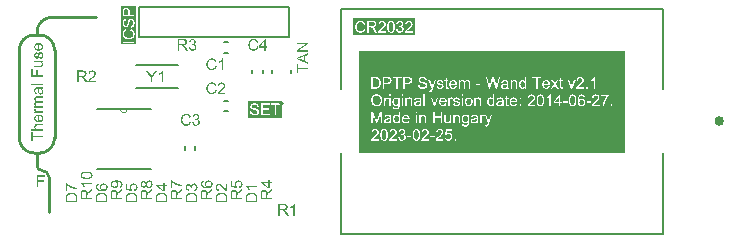
<source format=gto>
G04 Layer_Color=65535*
%FSLAX25Y25*%
%MOIN*%
G70*
G01*
G75*
%ADD19C,0.01000*%
%ADD26C,0.01575*%
%ADD27C,0.00787*%
%ADD28C,0.00000*%
%ADD29C,0.00500*%
%ADD30C,0.00600*%
G36*
X517331Y389338D02*
X517378D01*
X517495Y389332D01*
X517618Y389320D01*
X517746Y389297D01*
X517869Y389273D01*
X517928Y389256D01*
X517980Y389238D01*
X517986D01*
X517992Y389232D01*
X518027Y389221D01*
X518074Y389191D01*
X518132Y389150D01*
X518203Y389104D01*
X518273Y389039D01*
X518343Y388963D01*
X518407Y388870D01*
X518413Y388858D01*
X518431Y388823D01*
X518460Y388770D01*
X518489Y388700D01*
X518519Y388612D01*
X518548Y388513D01*
X518565Y388407D01*
X518571Y388291D01*
Y388285D01*
Y388273D01*
Y388249D01*
X518565Y388220D01*
Y388185D01*
X518560Y388144D01*
X518536Y388051D01*
X518507Y387939D01*
X518460Y387828D01*
X518390Y387711D01*
X518349Y387653D01*
X518302Y387600D01*
X518290Y387589D01*
X518273Y387577D01*
X518255Y387553D01*
X518226Y387536D01*
X518191Y387507D01*
X518150Y387483D01*
X518103Y387454D01*
X518051Y387425D01*
X517986Y387395D01*
X517922Y387366D01*
X517846Y387337D01*
X517770Y387308D01*
X517682Y387284D01*
X517589Y387267D01*
X517489Y387249D01*
X517501Y387243D01*
X517524Y387232D01*
X517559Y387214D01*
X517600Y387191D01*
X517700Y387126D01*
X517752Y387091D01*
X517793Y387056D01*
X517805Y387044D01*
X517834Y387021D01*
X517875Y386974D01*
X517928Y386916D01*
X517992Y386840D01*
X518062Y386752D01*
X518138Y386652D01*
X518214Y386541D01*
X518881Y385500D01*
X518244D01*
X517735Y386296D01*
Y386301D01*
X517723Y386313D01*
X517711Y386331D01*
X517700Y386354D01*
X517659Y386413D01*
X517606Y386489D01*
X517548Y386576D01*
X517483Y386664D01*
X517425Y386746D01*
X517366Y386822D01*
X517360Y386828D01*
X517343Y386851D01*
X517313Y386887D01*
X517284Y386927D01*
X517197Y387009D01*
X517156Y387050D01*
X517109Y387080D01*
X517103Y387085D01*
X517091Y387091D01*
X517068Y387103D01*
X517039Y387120D01*
X516968Y387156D01*
X516881Y387185D01*
X516875D01*
X516863Y387191D01*
X516840D01*
X516810Y387196D01*
X516769Y387202D01*
X516723D01*
X516664Y387208D01*
X516009D01*
Y385500D01*
X515500D01*
Y389343D01*
X517284D01*
X517331Y389338D01*
D02*
G37*
G36*
X520952Y385500D02*
X520478D01*
Y388507D01*
X520472Y388501D01*
X520449Y388478D01*
X520408Y388448D01*
X520356Y388407D01*
X520291Y388355D01*
X520215Y388302D01*
X520127Y388238D01*
X520028Y388179D01*
X520022D01*
X520016Y388174D01*
X519981Y388150D01*
X519928Y388121D01*
X519864Y388086D01*
X519788Y388045D01*
X519706Y388010D01*
X519618Y387969D01*
X519536Y387934D01*
Y388396D01*
X519542D01*
X519554Y388402D01*
X519578Y388413D01*
X519601Y388431D01*
X519636Y388448D01*
X519677Y388466D01*
X519770Y388519D01*
X519876Y388583D01*
X519993Y388659D01*
X520110Y388747D01*
X520221Y388840D01*
X520227Y388846D01*
X520233Y388852D01*
X520268Y388887D01*
X520320Y388940D01*
X520385Y389004D01*
X520455Y389086D01*
X520525Y389174D01*
X520589Y389267D01*
X520642Y389361D01*
X520952D01*
Y385500D01*
D02*
G37*
G36*
X483831Y444338D02*
X483878D01*
X483995Y444332D01*
X484118Y444320D01*
X484246Y444297D01*
X484369Y444273D01*
X484428Y444256D01*
X484480Y444238D01*
X484486D01*
X484492Y444232D01*
X484527Y444221D01*
X484574Y444191D01*
X484632Y444150D01*
X484703Y444104D01*
X484773Y444039D01*
X484843Y443963D01*
X484907Y443870D01*
X484913Y443858D01*
X484931Y443823D01*
X484960Y443770D01*
X484989Y443700D01*
X485019Y443612D01*
X485048Y443513D01*
X485065Y443407D01*
X485071Y443290D01*
Y443285D01*
Y443273D01*
Y443250D01*
X485065Y443220D01*
Y443185D01*
X485060Y443144D01*
X485036Y443051D01*
X485007Y442940D01*
X484960Y442828D01*
X484890Y442711D01*
X484849Y442653D01*
X484802Y442600D01*
X484790Y442589D01*
X484773Y442577D01*
X484755Y442553D01*
X484726Y442536D01*
X484691Y442507D01*
X484650Y442483D01*
X484603Y442454D01*
X484551Y442425D01*
X484486Y442395D01*
X484422Y442366D01*
X484346Y442337D01*
X484270Y442308D01*
X484182Y442284D01*
X484089Y442267D01*
X483989Y442249D01*
X484001Y442243D01*
X484024Y442232D01*
X484059Y442214D01*
X484100Y442191D01*
X484200Y442126D01*
X484252Y442091D01*
X484293Y442056D01*
X484305Y442044D01*
X484334Y442021D01*
X484375Y441974D01*
X484428Y441916D01*
X484492Y441840D01*
X484562Y441752D01*
X484638Y441652D01*
X484714Y441541D01*
X485381Y440500D01*
X484744D01*
X484235Y441296D01*
Y441301D01*
X484223Y441313D01*
X484211Y441331D01*
X484200Y441354D01*
X484159Y441413D01*
X484106Y441489D01*
X484048Y441576D01*
X483983Y441664D01*
X483925Y441746D01*
X483866Y441822D01*
X483860Y441828D01*
X483843Y441851D01*
X483813Y441886D01*
X483784Y441927D01*
X483697Y442009D01*
X483656Y442050D01*
X483609Y442079D01*
X483603Y442085D01*
X483591Y442091D01*
X483568Y442103D01*
X483539Y442120D01*
X483468Y442156D01*
X483381Y442185D01*
X483375D01*
X483363Y442191D01*
X483340D01*
X483310Y442197D01*
X483269Y442202D01*
X483223D01*
X483164Y442208D01*
X482509D01*
Y440500D01*
X482000D01*
Y444344D01*
X483784D01*
X483831Y444338D01*
D02*
G37*
G36*
X486990Y444355D02*
X487066Y444344D01*
X487154Y444326D01*
X487253Y444303D01*
X487353Y444267D01*
X487452Y444221D01*
X487458D01*
X487464Y444215D01*
X487499Y444197D01*
X487546Y444168D01*
X487604Y444127D01*
X487669Y444074D01*
X487739Y444010D01*
X487803Y443934D01*
X487862Y443852D01*
X487868Y443840D01*
X487885Y443811D01*
X487909Y443764D01*
X487932Y443706D01*
X487955Y443630D01*
X487979Y443548D01*
X487996Y443460D01*
X488002Y443361D01*
Y443349D01*
Y443320D01*
X487996Y443273D01*
X487985Y443214D01*
X487967Y443144D01*
X487944Y443068D01*
X487914Y442986D01*
X487868Y442910D01*
X487862Y442899D01*
X487844Y442875D01*
X487809Y442840D01*
X487768Y442793D01*
X487710Y442740D01*
X487645Y442688D01*
X487563Y442629D01*
X487470Y442583D01*
X487476D01*
X487487Y442577D01*
X487505D01*
X487528Y442565D01*
X487587Y442548D01*
X487663Y442512D01*
X487745Y442472D01*
X487832Y442413D01*
X487920Y442343D01*
X487996Y442255D01*
X488002Y442243D01*
X488026Y442208D01*
X488055Y442156D01*
X488096Y442085D01*
X488131Y441998D01*
X488160Y441892D01*
X488183Y441769D01*
X488189Y441635D01*
Y441629D01*
Y441611D01*
Y441588D01*
X488183Y441553D01*
X488178Y441506D01*
X488172Y441459D01*
X488160Y441401D01*
X488142Y441342D01*
X488102Y441208D01*
X488072Y441132D01*
X488031Y441062D01*
X487990Y440991D01*
X487944Y440921D01*
X487885Y440851D01*
X487821Y440781D01*
X487815Y440775D01*
X487803Y440763D01*
X487786Y440752D01*
X487756Y440728D01*
X487721Y440699D01*
X487675Y440670D01*
X487622Y440640D01*
X487569Y440611D01*
X487505Y440576D01*
X487435Y440547D01*
X487359Y440518D01*
X487277Y440488D01*
X487189Y440465D01*
X487095Y440453D01*
X486996Y440442D01*
X486897Y440436D01*
X486850D01*
X486814Y440442D01*
X486768Y440447D01*
X486721Y440453D01*
X486662Y440459D01*
X486604Y440471D01*
X486469Y440506D01*
X486329Y440564D01*
X486259Y440594D01*
X486194Y440635D01*
X486124Y440681D01*
X486060Y440734D01*
X486054Y440740D01*
X486048Y440746D01*
X486031Y440763D01*
X486007Y440787D01*
X485984Y440822D01*
X485955Y440857D01*
X485920Y440898D01*
X485890Y440945D01*
X485820Y441062D01*
X485761Y441196D01*
X485709Y441348D01*
X485691Y441430D01*
X485680Y441518D01*
X486154Y441582D01*
Y441576D01*
X486159Y441565D01*
Y441541D01*
X486171Y441518D01*
X486189Y441448D01*
X486218Y441360D01*
X486253Y441266D01*
X486300Y441167D01*
X486358Y441079D01*
X486423Y441003D01*
X486434Y440997D01*
X486458Y440974D01*
X486499Y440950D01*
X486557Y440915D01*
X486622Y440886D01*
X486703Y440857D01*
X486797Y440833D01*
X486897Y440828D01*
X486932D01*
X486955Y440833D01*
X487013Y440839D01*
X487089Y440857D01*
X487183Y440886D01*
X487277Y440921D01*
X487370Y440980D01*
X487458Y441056D01*
X487470Y441068D01*
X487493Y441097D01*
X487528Y441144D01*
X487575Y441214D01*
X487616Y441296D01*
X487651Y441395D01*
X487675Y441506D01*
X487686Y441629D01*
Y441635D01*
Y441641D01*
Y441658D01*
X487680Y441682D01*
X487675Y441740D01*
X487657Y441816D01*
X487634Y441898D01*
X487593Y441992D01*
X487540Y442079D01*
X487470Y442161D01*
X487458Y442173D01*
X487435Y442197D01*
X487388Y442226D01*
X487324Y442267D01*
X487248Y442308D01*
X487154Y442337D01*
X487054Y442360D01*
X486937Y442372D01*
X486885D01*
X486844Y442366D01*
X486797Y442360D01*
X486738Y442354D01*
X486674Y442343D01*
X486604Y442325D01*
X486657Y442740D01*
X486686D01*
X486709Y442735D01*
X486785D01*
X486838Y442740D01*
X486914Y442752D01*
X486996Y442770D01*
X487084Y442799D01*
X487177Y442834D01*
X487271Y442887D01*
X487283Y442893D01*
X487312Y442916D01*
X487347Y442957D01*
X487394Y443010D01*
X487440Y443074D01*
X487476Y443156D01*
X487505Y443255D01*
X487517Y443372D01*
Y443378D01*
Y443384D01*
Y443413D01*
X487505Y443460D01*
X487493Y443524D01*
X487476Y443589D01*
X487440Y443659D01*
X487399Y443735D01*
X487341Y443799D01*
X487335Y443805D01*
X487312Y443829D01*
X487271Y443858D01*
X487218Y443887D01*
X487154Y443922D01*
X487078Y443946D01*
X486990Y443969D01*
X486891Y443975D01*
X486844D01*
X486791Y443963D01*
X486733Y443952D01*
X486657Y443934D01*
X486581Y443899D01*
X486505Y443858D01*
X486428Y443799D01*
X486423Y443793D01*
X486399Y443770D01*
X486370Y443729D01*
X486335Y443671D01*
X486294Y443601D01*
X486259Y443513D01*
X486224Y443407D01*
X486200Y443285D01*
X485726Y443366D01*
Y443372D01*
X485732Y443390D01*
X485738Y443413D01*
X485744Y443443D01*
X485756Y443483D01*
X485767Y443530D01*
X485808Y443636D01*
X485855Y443753D01*
X485925Y443876D01*
X486007Y443993D01*
X486113Y444098D01*
X486118Y444104D01*
X486124Y444109D01*
X486142Y444121D01*
X486171Y444139D01*
X486200Y444156D01*
X486235Y444180D01*
X486323Y444232D01*
X486434Y444279D01*
X486569Y444320D01*
X486715Y444349D01*
X486797Y444361D01*
X486932D01*
X486990Y444355D01*
D02*
G37*
G36*
X496689Y429855D02*
X496736Y429849D01*
X496788Y429844D01*
X496847Y429838D01*
X496911Y429820D01*
X497052Y429785D01*
X497198Y429732D01*
X497274Y429697D01*
X497344Y429656D01*
X497408Y429604D01*
X497473Y429551D01*
X497479Y429545D01*
X497485Y429539D01*
X497502Y429522D01*
X497526Y429498D01*
X497549Y429463D01*
X497578Y429428D01*
X497637Y429340D01*
X497695Y429229D01*
X497748Y429101D01*
X497789Y428954D01*
X497795Y428872D01*
X497800Y428790D01*
Y428779D01*
Y428750D01*
X497795Y428703D01*
X497789Y428644D01*
X497777Y428574D01*
X497759Y428498D01*
X497736Y428416D01*
X497701Y428334D01*
X497695Y428323D01*
X497683Y428293D01*
X497660Y428252D01*
X497625Y428194D01*
X497584Y428124D01*
X497531Y428042D01*
X497461Y427960D01*
X497385Y427866D01*
X497373Y427854D01*
X497344Y427819D01*
X497292Y427767D01*
X497256Y427732D01*
X497215Y427691D01*
X497169Y427644D01*
X497110Y427591D01*
X497052Y427539D01*
X496987Y427474D01*
X496917Y427410D01*
X496835Y427340D01*
X496753Y427269D01*
X496660Y427188D01*
X496654Y427182D01*
X496642Y427170D01*
X496619Y427152D01*
X496590Y427129D01*
X496519Y427071D01*
X496431Y426995D01*
X496344Y426913D01*
X496250Y426831D01*
X496174Y426760D01*
X496145Y426731D01*
X496116Y426702D01*
X496110Y426696D01*
X496098Y426679D01*
X496075Y426655D01*
X496045Y426620D01*
X495981Y426544D01*
X495917Y426450D01*
X497806D01*
Y426000D01*
X495261D01*
Y426006D01*
Y426029D01*
Y426064D01*
X495267Y426105D01*
X495273Y426152D01*
X495279Y426205D01*
X495297Y426263D01*
X495314Y426322D01*
Y426328D01*
X495320Y426333D01*
X495332Y426369D01*
X495355Y426415D01*
X495390Y426485D01*
X495431Y426562D01*
X495490Y426649D01*
X495548Y426737D01*
X495624Y426831D01*
Y426836D01*
X495636Y426842D01*
X495665Y426877D01*
X495712Y426930D01*
X495782Y427000D01*
X495870Y427082D01*
X495975Y427182D01*
X496104Y427293D01*
X496244Y427416D01*
X496250Y427422D01*
X496274Y427439D01*
X496303Y427462D01*
X496344Y427503D01*
X496396Y427544D01*
X496455Y427597D01*
X496584Y427708D01*
X496724Y427843D01*
X496865Y427977D01*
X496935Y428042D01*
X496993Y428106D01*
X497046Y428170D01*
X497093Y428229D01*
Y428235D01*
X497104Y428240D01*
X497116Y428258D01*
X497128Y428281D01*
X497163Y428340D01*
X497204Y428416D01*
X497245Y428504D01*
X497280Y428597D01*
X497303Y428703D01*
X497315Y428802D01*
Y428808D01*
Y428814D01*
X497309Y428849D01*
X497303Y428902D01*
X497292Y428966D01*
X497262Y429042D01*
X497227Y429118D01*
X497180Y429200D01*
X497110Y429276D01*
X497098Y429282D01*
X497075Y429305D01*
X497028Y429334D01*
X496970Y429376D01*
X496894Y429411D01*
X496806Y429440D01*
X496701Y429463D01*
X496584Y429469D01*
X496549D01*
X496525Y429463D01*
X496467Y429457D01*
X496391Y429446D01*
X496303Y429416D01*
X496209Y429381D01*
X496122Y429329D01*
X496040Y429258D01*
X496034Y429247D01*
X496010Y429223D01*
X495975Y429177D01*
X495940Y429112D01*
X495899Y429030D01*
X495870Y428937D01*
X495847Y428826D01*
X495835Y428697D01*
X495349Y428750D01*
Y428755D01*
Y428773D01*
X495355Y428802D01*
X495361Y428837D01*
X495373Y428884D01*
X495378Y428937D01*
X495414Y429054D01*
X495461Y429188D01*
X495525Y429323D01*
X495613Y429457D01*
X495659Y429516D01*
X495718Y429574D01*
X495724Y429580D01*
X495735Y429586D01*
X495753Y429604D01*
X495776Y429621D01*
X495811Y429639D01*
X495852Y429668D01*
X495899Y429691D01*
X495952Y429721D01*
X496010Y429744D01*
X496075Y429773D01*
X496151Y429797D01*
X496227Y429814D01*
X496402Y429849D01*
X496496Y429855D01*
X496595Y429861D01*
X496648D01*
X496689Y429855D01*
D02*
G37*
G36*
X493407Y429902D02*
X493454Y429896D01*
X493512Y429890D01*
X493577Y429884D01*
X493647Y429873D01*
X493799Y429838D01*
X493963Y429785D01*
X494045Y429750D01*
X494127Y429709D01*
X494203Y429662D01*
X494279Y429609D01*
X494285Y429604D01*
X494296Y429598D01*
X494314Y429580D01*
X494343Y429557D01*
X494372Y429528D01*
X494413Y429487D01*
X494454Y429446D01*
X494495Y429399D01*
X494542Y429340D01*
X494583Y429282D01*
X494630Y429212D01*
X494677Y429136D01*
X494718Y429060D01*
X494758Y428972D01*
X494829Y428785D01*
X494326Y428668D01*
Y428673D01*
X494320Y428685D01*
X494314Y428709D01*
X494302Y428738D01*
X494285Y428773D01*
X494267Y428814D01*
X494226Y428902D01*
X494173Y429001D01*
X494103Y429106D01*
X494027Y429200D01*
X493934Y429282D01*
X493922Y429288D01*
X493887Y429311D01*
X493834Y429340D01*
X493758Y429381D01*
X493670Y429416D01*
X493559Y429446D01*
X493436Y429469D01*
X493296Y429475D01*
X493255D01*
X493226Y429469D01*
X493185D01*
X493144Y429463D01*
X493039Y429446D01*
X492922Y429422D01*
X492799Y429381D01*
X492676Y429329D01*
X492559Y429258D01*
X492553D01*
X492547Y429247D01*
X492512Y429217D01*
X492459Y429171D01*
X492395Y429106D01*
X492331Y429024D01*
X492261Y428931D01*
X492196Y428814D01*
X492143Y428685D01*
Y428679D01*
X492138Y428668D01*
X492132Y428650D01*
X492126Y428621D01*
X492114Y428592D01*
X492108Y428551D01*
X492085Y428457D01*
X492062Y428346D01*
X492044Y428223D01*
X492032Y428089D01*
X492027Y427948D01*
Y427942D01*
Y427925D01*
Y427901D01*
Y427866D01*
X492032Y427825D01*
Y427773D01*
X492038Y427720D01*
X492044Y427661D01*
X492062Y427527D01*
X492085Y427381D01*
X492120Y427234D01*
X492167Y427094D01*
Y427088D01*
X492173Y427076D01*
X492184Y427059D01*
X492196Y427036D01*
X492225Y426965D01*
X492272Y426889D01*
X492337Y426796D01*
X492413Y426708D01*
X492500Y426620D01*
X492606Y426544D01*
X492612D01*
X492617Y426538D01*
X492635Y426526D01*
X492658Y426515D01*
X492723Y426491D01*
X492805Y426456D01*
X492898Y426427D01*
X493009Y426398D01*
X493132Y426374D01*
X493261Y426369D01*
X493302D01*
X493331Y426374D01*
X493366D01*
X493413Y426380D01*
X493512Y426398D01*
X493623Y426427D01*
X493746Y426474D01*
X493863Y426532D01*
X493980Y426614D01*
X493986Y426620D01*
X493992Y426626D01*
X494027Y426661D01*
X494080Y426720D01*
X494144Y426796D01*
X494209Y426901D01*
X494279Y427024D01*
X494337Y427176D01*
X494384Y427346D01*
X494893Y427217D01*
Y427211D01*
X494887Y427188D01*
X494875Y427158D01*
X494864Y427111D01*
X494840Y427065D01*
X494817Y427000D01*
X494794Y426936D01*
X494758Y426866D01*
X494682Y426708D01*
X494577Y426550D01*
X494460Y426398D01*
X494390Y426328D01*
X494314Y426263D01*
X494308Y426257D01*
X494296Y426252D01*
X494273Y426234D01*
X494238Y426211D01*
X494197Y426187D01*
X494150Y426158D01*
X494097Y426129D01*
X494033Y426099D01*
X493963Y426070D01*
X493887Y426041D01*
X493799Y426012D01*
X493711Y425988D01*
X493518Y425947D01*
X493413Y425942D01*
X493302Y425936D01*
X493243D01*
X493196Y425942D01*
X493144D01*
X493085Y425947D01*
X493015Y425959D01*
X492945Y425965D01*
X492781Y426000D01*
X492612Y426041D01*
X492448Y426105D01*
X492366Y426140D01*
X492290Y426187D01*
X492284Y426193D01*
X492272Y426199D01*
X492255Y426216D01*
X492225Y426234D01*
X492155Y426293D01*
X492073Y426374D01*
X491974Y426474D01*
X491880Y426603D01*
X491781Y426749D01*
X491699Y426919D01*
Y426924D01*
X491693Y426942D01*
X491681Y426965D01*
X491670Y427000D01*
X491652Y427047D01*
X491635Y427100D01*
X491617Y427158D01*
X491599Y427228D01*
X491582Y427299D01*
X491564Y427381D01*
X491529Y427556D01*
X491506Y427743D01*
X491500Y427948D01*
Y427954D01*
Y427977D01*
Y428007D01*
X491506Y428048D01*
Y428100D01*
X491512Y428164D01*
X491518Y428229D01*
X491529Y428305D01*
X491559Y428469D01*
X491594Y428644D01*
X491652Y428826D01*
X491728Y428995D01*
Y429001D01*
X491740Y429013D01*
X491752Y429036D01*
X491769Y429071D01*
X491792Y429106D01*
X491822Y429147D01*
X491898Y429247D01*
X491986Y429358D01*
X492097Y429469D01*
X492231Y429580D01*
X492378Y429674D01*
X492383D01*
X492395Y429685D01*
X492418Y429697D01*
X492453Y429709D01*
X492489Y429727D01*
X492535Y429750D01*
X492594Y429767D01*
X492653Y429791D01*
X492717Y429814D01*
X492787Y429832D01*
X492945Y429873D01*
X493120Y429896D01*
X493308Y429908D01*
X493366D01*
X493407Y429902D01*
D02*
G37*
G36*
X497104Y434000D02*
X496630D01*
Y437007D01*
X496625Y437001D01*
X496601Y436978D01*
X496560Y436948D01*
X496508Y436907D01*
X496443Y436855D01*
X496367Y436802D01*
X496279Y436738D01*
X496180Y436679D01*
X496174D01*
X496168Y436673D01*
X496133Y436650D01*
X496081Y436621D01*
X496016Y436586D01*
X495940Y436545D01*
X495858Y436510D01*
X495771Y436469D01*
X495689Y436434D01*
Y436896D01*
X495694D01*
X495706Y436902D01*
X495730Y436913D01*
X495753Y436931D01*
X495788Y436948D01*
X495829Y436966D01*
X495923Y437019D01*
X496028Y437083D01*
X496145Y437159D01*
X496262Y437247D01*
X496373Y437340D01*
X496379Y437346D01*
X496385Y437352D01*
X496420Y437387D01*
X496473Y437440D01*
X496537Y437504D01*
X496607Y437586D01*
X496677Y437674D01*
X496742Y437767D01*
X496794Y437861D01*
X497104D01*
Y434000D01*
D02*
G37*
G36*
X493407Y437902D02*
X493454Y437896D01*
X493512Y437890D01*
X493577Y437884D01*
X493647Y437873D01*
X493799Y437838D01*
X493963Y437785D01*
X494045Y437750D01*
X494127Y437709D01*
X494203Y437662D01*
X494279Y437609D01*
X494285Y437604D01*
X494296Y437598D01*
X494314Y437580D01*
X494343Y437557D01*
X494372Y437528D01*
X494413Y437487D01*
X494454Y437446D01*
X494495Y437399D01*
X494542Y437340D01*
X494583Y437282D01*
X494630Y437212D01*
X494677Y437136D01*
X494718Y437060D01*
X494758Y436972D01*
X494829Y436785D01*
X494326Y436668D01*
Y436673D01*
X494320Y436685D01*
X494314Y436709D01*
X494302Y436738D01*
X494285Y436773D01*
X494267Y436814D01*
X494226Y436902D01*
X494173Y437001D01*
X494103Y437106D01*
X494027Y437200D01*
X493934Y437282D01*
X493922Y437288D01*
X493887Y437311D01*
X493834Y437340D01*
X493758Y437381D01*
X493670Y437416D01*
X493559Y437446D01*
X493436Y437469D01*
X493296Y437475D01*
X493255D01*
X493226Y437469D01*
X493185D01*
X493144Y437463D01*
X493039Y437446D01*
X492922Y437422D01*
X492799Y437381D01*
X492676Y437329D01*
X492559Y437258D01*
X492553D01*
X492547Y437247D01*
X492512Y437218D01*
X492459Y437171D01*
X492395Y437106D01*
X492331Y437024D01*
X492261Y436931D01*
X492196Y436814D01*
X492143Y436685D01*
Y436679D01*
X492138Y436668D01*
X492132Y436650D01*
X492126Y436621D01*
X492114Y436592D01*
X492108Y436551D01*
X492085Y436457D01*
X492062Y436346D01*
X492044Y436223D01*
X492032Y436089D01*
X492027Y435948D01*
Y435942D01*
Y435925D01*
Y435901D01*
Y435866D01*
X492032Y435825D01*
Y435773D01*
X492038Y435720D01*
X492044Y435661D01*
X492062Y435527D01*
X492085Y435381D01*
X492120Y435234D01*
X492167Y435094D01*
Y435088D01*
X492173Y435076D01*
X492184Y435059D01*
X492196Y435036D01*
X492225Y434965D01*
X492272Y434889D01*
X492337Y434796D01*
X492413Y434708D01*
X492500Y434620D01*
X492606Y434544D01*
X492612D01*
X492617Y434538D01*
X492635Y434526D01*
X492658Y434515D01*
X492723Y434491D01*
X492805Y434456D01*
X492898Y434427D01*
X493009Y434398D01*
X493132Y434374D01*
X493261Y434369D01*
X493302D01*
X493331Y434374D01*
X493366D01*
X493413Y434380D01*
X493512Y434398D01*
X493623Y434427D01*
X493746Y434474D01*
X493863Y434532D01*
X493980Y434614D01*
X493986Y434620D01*
X493992Y434626D01*
X494027Y434661D01*
X494080Y434720D01*
X494144Y434796D01*
X494209Y434901D01*
X494279Y435024D01*
X494337Y435176D01*
X494384Y435346D01*
X494893Y435217D01*
Y435211D01*
X494887Y435188D01*
X494875Y435158D01*
X494864Y435112D01*
X494840Y435065D01*
X494817Y435000D01*
X494794Y434936D01*
X494758Y434866D01*
X494682Y434708D01*
X494577Y434550D01*
X494460Y434398D01*
X494390Y434328D01*
X494314Y434263D01*
X494308Y434257D01*
X494296Y434252D01*
X494273Y434234D01*
X494238Y434211D01*
X494197Y434187D01*
X494150Y434158D01*
X494097Y434129D01*
X494033Y434099D01*
X493963Y434070D01*
X493887Y434041D01*
X493799Y434012D01*
X493711Y433988D01*
X493518Y433947D01*
X493413Y433942D01*
X493302Y433936D01*
X493243D01*
X493196Y433942D01*
X493144D01*
X493085Y433947D01*
X493015Y433959D01*
X492945Y433965D01*
X492781Y434000D01*
X492612Y434041D01*
X492448Y434105D01*
X492366Y434140D01*
X492290Y434187D01*
X492284Y434193D01*
X492272Y434199D01*
X492255Y434216D01*
X492225Y434234D01*
X492155Y434293D01*
X492073Y434374D01*
X491974Y434474D01*
X491880Y434602D01*
X491781Y434749D01*
X491699Y434918D01*
Y434924D01*
X491693Y434942D01*
X491681Y434965D01*
X491670Y435000D01*
X491652Y435047D01*
X491635Y435100D01*
X491617Y435158D01*
X491599Y435228D01*
X491582Y435299D01*
X491564Y435381D01*
X491529Y435556D01*
X491506Y435743D01*
X491500Y435948D01*
Y435954D01*
Y435977D01*
Y436006D01*
X491506Y436048D01*
Y436100D01*
X491512Y436165D01*
X491518Y436229D01*
X491529Y436305D01*
X491559Y436469D01*
X491594Y436644D01*
X491652Y436826D01*
X491728Y436995D01*
Y437001D01*
X491740Y437013D01*
X491752Y437036D01*
X491769Y437071D01*
X491792Y437106D01*
X491822Y437147D01*
X491898Y437247D01*
X491986Y437358D01*
X492097Y437469D01*
X492231Y437580D01*
X492378Y437674D01*
X492383D01*
X492395Y437685D01*
X492418Y437697D01*
X492453Y437709D01*
X492489Y437726D01*
X492535Y437750D01*
X492594Y437767D01*
X492653Y437791D01*
X492717Y437814D01*
X492787Y437832D01*
X492945Y437873D01*
X493120Y437896D01*
X493308Y437908D01*
X493366D01*
X493407Y437902D01*
D02*
G37*
G36*
X525500Y442641D02*
X522481Y440623D01*
X525500D01*
Y440137D01*
X521657D01*
Y440652D01*
X524675Y442676D01*
X521657D01*
Y443161D01*
X525500D01*
Y442641D01*
D02*
G37*
G36*
X511309Y441851D02*
X511830D01*
Y441419D01*
X511309D01*
Y440500D01*
X510835D01*
Y441419D01*
X509168D01*
Y441851D01*
X510923Y444338D01*
X511309D01*
Y441851D01*
D02*
G37*
G36*
X522107Y434772D02*
X525500D01*
Y434264D01*
X522107D01*
Y433000D01*
X521657D01*
Y436036D01*
X522107D01*
Y434772D01*
D02*
G37*
G36*
X525500Y439154D02*
X524336Y438710D01*
Y437095D01*
X525500Y436680D01*
Y436141D01*
X521657Y437610D01*
Y438166D01*
X525500Y439727D01*
Y439154D01*
D02*
G37*
G36*
X473507Y431508D02*
Y429882D01*
X472998D01*
Y431508D01*
X471518Y433725D01*
X472132D01*
X472893Y432561D01*
Y432555D01*
X472904Y432549D01*
X472916Y432532D01*
X472928Y432509D01*
X472969Y432444D01*
X473021Y432362D01*
X473080Y432263D01*
X473144Y432152D01*
X473214Y432035D01*
X473284Y431912D01*
Y431918D01*
X473290Y431923D01*
X473302Y431941D01*
X473314Y431964D01*
X473349Y432029D01*
X473401Y432111D01*
X473460Y432210D01*
X473536Y432327D01*
X473618Y432456D01*
X473706Y432590D01*
X474449Y433725D01*
X475039D01*
X473507Y431508D01*
D02*
G37*
G36*
X516867Y418148D02*
X505213D01*
Y423695D01*
X516867D01*
Y418148D01*
D02*
G37*
G36*
X507407Y444402D02*
X507454Y444396D01*
X507512Y444390D01*
X507577Y444384D01*
X507647Y444373D01*
X507799Y444338D01*
X507963Y444285D01*
X508045Y444250D01*
X508127Y444209D01*
X508203Y444162D01*
X508279Y444109D01*
X508285Y444104D01*
X508296Y444098D01*
X508314Y444080D01*
X508343Y444057D01*
X508372Y444028D01*
X508413Y443987D01*
X508454Y443946D01*
X508495Y443899D01*
X508542Y443840D01*
X508583Y443782D01*
X508630Y443712D01*
X508677Y443636D01*
X508717Y443560D01*
X508758Y443472D01*
X508829Y443285D01*
X508326Y443168D01*
Y443173D01*
X508320Y443185D01*
X508314Y443209D01*
X508302Y443238D01*
X508285Y443273D01*
X508267Y443314D01*
X508226Y443402D01*
X508173Y443501D01*
X508103Y443606D01*
X508027Y443700D01*
X507934Y443782D01*
X507922Y443788D01*
X507887Y443811D01*
X507834Y443840D01*
X507758Y443881D01*
X507670Y443916D01*
X507559Y443946D01*
X507436Y443969D01*
X507296Y443975D01*
X507255D01*
X507226Y443969D01*
X507185D01*
X507144Y443963D01*
X507039Y443946D01*
X506922Y443922D01*
X506799Y443881D01*
X506676Y443829D01*
X506559Y443758D01*
X506553D01*
X506547Y443747D01*
X506512Y443717D01*
X506459Y443671D01*
X506395Y443606D01*
X506331Y443524D01*
X506260Y443431D01*
X506196Y443314D01*
X506144Y443185D01*
Y443179D01*
X506138Y443168D01*
X506132Y443150D01*
X506126Y443121D01*
X506114Y443092D01*
X506108Y443051D01*
X506085Y442957D01*
X506062Y442846D01*
X506044Y442723D01*
X506032Y442589D01*
X506027Y442448D01*
Y442442D01*
Y442425D01*
Y442401D01*
Y442366D01*
X506032Y442325D01*
Y442273D01*
X506038Y442220D01*
X506044Y442161D01*
X506062Y442027D01*
X506085Y441881D01*
X506120Y441734D01*
X506167Y441594D01*
Y441588D01*
X506173Y441576D01*
X506184Y441559D01*
X506196Y441536D01*
X506225Y441465D01*
X506272Y441389D01*
X506336Y441296D01*
X506413Y441208D01*
X506500Y441120D01*
X506606Y441044D01*
X506611D01*
X506617Y441038D01*
X506635Y441026D01*
X506658Y441015D01*
X506723Y440991D01*
X506805Y440956D01*
X506898Y440927D01*
X507009Y440898D01*
X507132Y440874D01*
X507261Y440869D01*
X507302D01*
X507331Y440874D01*
X507366D01*
X507413Y440880D01*
X507512Y440898D01*
X507623Y440927D01*
X507746Y440974D01*
X507863Y441032D01*
X507980Y441114D01*
X507986Y441120D01*
X507992Y441126D01*
X508027Y441161D01*
X508080Y441220D01*
X508144Y441296D01*
X508209Y441401D01*
X508279Y441524D01*
X508337Y441676D01*
X508384Y441846D01*
X508893Y441717D01*
Y441711D01*
X508887Y441688D01*
X508876Y441658D01*
X508864Y441611D01*
X508840Y441565D01*
X508817Y441500D01*
X508793Y441436D01*
X508758Y441366D01*
X508682Y441208D01*
X508577Y441050D01*
X508460Y440898D01*
X508390Y440828D01*
X508314Y440763D01*
X508308Y440757D01*
X508296Y440752D01*
X508273Y440734D01*
X508238Y440711D01*
X508197Y440687D01*
X508150Y440658D01*
X508097Y440629D01*
X508033Y440599D01*
X507963Y440570D01*
X507887Y440541D01*
X507799Y440512D01*
X507711Y440488D01*
X507518Y440447D01*
X507413Y440442D01*
X507302Y440436D01*
X507243D01*
X507197Y440442D01*
X507144D01*
X507085Y440447D01*
X507015Y440459D01*
X506945Y440465D01*
X506781Y440500D01*
X506611Y440541D01*
X506448Y440605D01*
X506366Y440640D01*
X506290Y440687D01*
X506284Y440693D01*
X506272Y440699D01*
X506255Y440716D01*
X506225Y440734D01*
X506155Y440793D01*
X506073Y440874D01*
X505974Y440974D01*
X505880Y441103D01*
X505781Y441249D01*
X505699Y441419D01*
Y441424D01*
X505693Y441442D01*
X505681Y441465D01*
X505670Y441500D01*
X505652Y441547D01*
X505635Y441600D01*
X505617Y441658D01*
X505599Y441728D01*
X505582Y441799D01*
X505564Y441881D01*
X505529Y442056D01*
X505506Y442243D01*
X505500Y442448D01*
Y442454D01*
Y442477D01*
Y442507D01*
X505506Y442548D01*
Y442600D01*
X505512Y442664D01*
X505518Y442729D01*
X505529Y442805D01*
X505558Y442969D01*
X505594Y443144D01*
X505652Y443326D01*
X505728Y443495D01*
Y443501D01*
X505740Y443513D01*
X505752Y443536D01*
X505769Y443571D01*
X505793Y443606D01*
X505822Y443647D01*
X505898Y443747D01*
X505985Y443858D01*
X506097Y443969D01*
X506231Y444080D01*
X506378Y444174D01*
X506383D01*
X506395Y444185D01*
X506419Y444197D01*
X506454Y444209D01*
X506489Y444227D01*
X506535Y444250D01*
X506594Y444267D01*
X506652Y444291D01*
X506717Y444314D01*
X506787Y444332D01*
X506945Y444373D01*
X507120Y444396D01*
X507308Y444408D01*
X507366D01*
X507407Y444402D01*
D02*
G37*
G36*
X477087Y429882D02*
X476613D01*
Y432889D01*
X476607Y432883D01*
X476584Y432860D01*
X476543Y432830D01*
X476490Y432789D01*
X476426Y432737D01*
X476350Y432684D01*
X476262Y432620D01*
X476163Y432561D01*
X476157D01*
X476151Y432555D01*
X476116Y432532D01*
X476063Y432503D01*
X475999Y432468D01*
X475923Y432427D01*
X475841Y432392D01*
X475753Y432351D01*
X475671Y432315D01*
Y432778D01*
X475677D01*
X475689Y432784D01*
X475712Y432795D01*
X475736Y432813D01*
X475771Y432830D01*
X475812Y432848D01*
X475905Y432900D01*
X476011Y432965D01*
X476128Y433041D01*
X476245Y433129D01*
X476356Y433222D01*
X476362Y433228D01*
X476367Y433234D01*
X476403Y433269D01*
X476455Y433322D01*
X476519Y433386D01*
X476590Y433468D01*
X476660Y433556D01*
X476724Y433649D01*
X476777Y433743D01*
X477087D01*
Y429882D01*
D02*
G37*
G36*
X433576Y432236D02*
X434775D01*
Y434038D01*
X435225D01*
Y432236D01*
X436969D01*
Y431727D01*
X433125D01*
Y434319D01*
X433576D01*
Y432236D01*
D02*
G37*
G36*
X436969Y436741D02*
X436565D01*
X436571Y436735D01*
X436583Y436723D01*
X436606Y436706D01*
X436635Y436682D01*
X436676Y436647D01*
X436711Y436606D01*
X436758Y436559D01*
X436799Y436507D01*
X436840Y436448D01*
X436887Y436384D01*
X436922Y436308D01*
X436957Y436232D01*
X436992Y436144D01*
X437015Y436056D01*
X437027Y435957D01*
X437033Y435857D01*
Y435846D01*
Y435816D01*
X437027Y435770D01*
X437021Y435705D01*
X437009Y435635D01*
X436992Y435559D01*
X436969Y435477D01*
X436939Y435395D01*
X436934Y435384D01*
X436922Y435360D01*
X436904Y435325D01*
X436875Y435278D01*
X436840Y435226D01*
X436799Y435173D01*
X436758Y435126D01*
X436705Y435079D01*
X436699Y435074D01*
X436682Y435062D01*
X436647Y435044D01*
X436606Y435027D01*
X436553Y434998D01*
X436495Y434974D01*
X436430Y434951D01*
X436354Y434933D01*
X436348D01*
X436325Y434927D01*
X436296D01*
X436249Y434922D01*
X436185Y434916D01*
X436109D01*
X436021Y434910D01*
X434184D01*
Y435384D01*
X435857D01*
X435933Y435390D01*
X436015D01*
X436097Y435395D01*
X436173Y435401D01*
X436232Y435407D01*
X436237D01*
X436261Y435419D01*
X436296Y435430D01*
X436337Y435448D01*
X436384Y435471D01*
X436436Y435506D01*
X436483Y435547D01*
X436524Y435594D01*
X436530Y435600D01*
X436542Y435624D01*
X436559Y435653D01*
X436577Y435694D01*
X436594Y435746D01*
X436612Y435805D01*
X436623Y435875D01*
X436629Y435951D01*
Y435963D01*
Y435986D01*
X436623Y436027D01*
X436618Y436080D01*
X436606Y436138D01*
X436583Y436203D01*
X436559Y436273D01*
X436524Y436343D01*
X436518Y436349D01*
X436501Y436372D01*
X436477Y436407D01*
X436442Y436448D01*
X436401Y436489D01*
X436348Y436536D01*
X436290Y436571D01*
X436226Y436606D01*
X436214Y436612D01*
X436191Y436618D01*
X436150Y436630D01*
X436085Y436647D01*
X436009Y436665D01*
X435916Y436677D01*
X435804Y436682D01*
X435682Y436688D01*
X434184D01*
Y437162D01*
X436969D01*
Y436741D01*
D02*
G37*
G36*
Y427884D02*
X436963Y427878D01*
X436945Y427872D01*
X436910Y427860D01*
X436869Y427843D01*
X436817Y427825D01*
X436758Y427814D01*
X436694Y427802D01*
X436618Y427790D01*
X436629Y427779D01*
X436653Y427743D01*
X436694Y427697D01*
X436740Y427627D01*
X436799Y427551D01*
X436852Y427463D01*
X436898Y427375D01*
X436939Y427281D01*
X436945Y427270D01*
X436951Y427240D01*
X436969Y427194D01*
X436986Y427129D01*
X437004Y427047D01*
X437015Y426960D01*
X437027Y426866D01*
X437033Y426761D01*
Y426755D01*
Y426743D01*
Y426720D01*
X437027Y426685D01*
Y426650D01*
X437021Y426603D01*
X437004Y426503D01*
X436980Y426386D01*
X436939Y426275D01*
X436887Y426158D01*
X436811Y426059D01*
X436799Y426047D01*
X436770Y426018D01*
X436723Y425983D01*
X436653Y425936D01*
X436571Y425889D01*
X436477Y425854D01*
X436360Y425825D01*
X436237Y425813D01*
X436202D01*
X436161Y425819D01*
X436115Y425825D01*
X436056Y425836D01*
X435992Y425848D01*
X435927Y425872D01*
X435863Y425901D01*
X435857Y425907D01*
X435834Y425918D01*
X435804Y425936D01*
X435764Y425965D01*
X435722Y426000D01*
X435676Y426047D01*
X435635Y426094D01*
X435594Y426147D01*
X435588Y426152D01*
X435576Y426176D01*
X435559Y426205D01*
X435535Y426246D01*
X435506Y426299D01*
X435483Y426351D01*
X435459Y426416D01*
X435436Y426486D01*
Y426492D01*
X435430Y426515D01*
X435424Y426544D01*
X435413Y426591D01*
X435401Y426650D01*
X435389Y426726D01*
X435377Y426807D01*
X435366Y426907D01*
Y426913D01*
X435360Y426930D01*
Y426960D01*
X435354Y427001D01*
X435348Y427047D01*
X435342Y427100D01*
X435319Y427229D01*
X435295Y427363D01*
X435272Y427504D01*
X435237Y427638D01*
X435219Y427697D01*
X435202Y427749D01*
X435184D01*
X435149Y427755D01*
X435032D01*
X434980Y427749D01*
X434921Y427738D01*
X434857Y427720D01*
X434787Y427697D01*
X434728Y427668D01*
X434675Y427621D01*
X434669Y427615D01*
X434652Y427586D01*
X434623Y427545D01*
X434593Y427486D01*
X434564Y427410D01*
X434535Y427317D01*
X434517Y427205D01*
X434512Y427082D01*
Y427077D01*
Y427071D01*
Y427053D01*
Y427030D01*
X434517Y426971D01*
X434523Y426895D01*
X434541Y426813D01*
X434558Y426737D01*
X434588Y426655D01*
X434629Y426591D01*
X434634Y426585D01*
X434652Y426568D01*
X434681Y426538D01*
X434722Y426503D01*
X434781Y426462D01*
X434851Y426427D01*
X434939Y426386D01*
X435038Y426357D01*
X434974Y425895D01*
X434968D01*
X434962Y425901D01*
X434927Y425907D01*
X434874Y425924D01*
X434804Y425942D01*
X434728Y425971D01*
X434652Y426006D01*
X434570Y426047D01*
X434500Y426100D01*
X434494Y426105D01*
X434471Y426129D01*
X434436Y426158D01*
X434395Y426205D01*
X434354Y426264D01*
X434307Y426339D01*
X434260Y426421D01*
X434219Y426515D01*
Y426521D01*
X434213Y426527D01*
X434207Y426544D01*
X434201Y426562D01*
X434190Y426620D01*
X434166Y426696D01*
X434149Y426790D01*
X434137Y426895D01*
X434126Y427018D01*
X434120Y427147D01*
Y427153D01*
Y427164D01*
Y427182D01*
Y427205D01*
X434126Y427270D01*
X434131Y427352D01*
X434143Y427445D01*
X434155Y427545D01*
X434178Y427638D01*
X434207Y427726D01*
X434213Y427738D01*
X434219Y427761D01*
X434242Y427802D01*
X434266Y427849D01*
X434295Y427902D01*
X434330Y427960D01*
X434371Y428007D01*
X434418Y428054D01*
X434424Y428059D01*
X434441Y428071D01*
X434465Y428089D01*
X434506Y428112D01*
X434552Y428135D01*
X434605Y428159D01*
X434669Y428182D01*
X434740Y428200D01*
X434746D01*
X434763Y428206D01*
X434792Y428211D01*
X434839Y428217D01*
X434898D01*
X434974Y428223D01*
X435062Y428229D01*
X436021D01*
X436155Y428235D01*
X436302D01*
X436436Y428241D01*
X436501Y428247D01*
X436553D01*
X436600Y428253D01*
X436641Y428258D01*
X436647D01*
X436670Y428264D01*
X436705Y428270D01*
X436746Y428282D01*
X436793Y428299D01*
X436852Y428323D01*
X436969Y428375D01*
Y427884D01*
D02*
G37*
G36*
Y428949D02*
X433125D01*
Y429423D01*
X436969D01*
Y428949D01*
D02*
G37*
G36*
X437592Y398393D02*
X435509D01*
Y397194D01*
X437311D01*
Y396743D01*
X435509D01*
Y395000D01*
X435000D01*
Y398844D01*
X437592D01*
Y398393D01*
D02*
G37*
G36*
X631000Y426678D02*
Y420872D01*
Y415131D01*
Y406500D01*
X542500D01*
Y415131D01*
Y420872D01*
Y426678D01*
Y440346D01*
X631000D01*
Y426678D01*
D02*
G37*
G36*
X436243Y440023D02*
X436296Y440011D01*
X436366Y439993D01*
X436442Y439970D01*
X436518Y439935D01*
X436600Y439888D01*
X436612Y439882D01*
X436635Y439865D01*
X436670Y439830D01*
X436717Y439783D01*
X436770Y439730D01*
X436822Y439660D01*
X436875Y439578D01*
X436922Y439485D01*
X436928Y439473D01*
X436939Y439438D01*
X436957Y439385D01*
X436974Y439315D01*
X436998Y439227D01*
X437015Y439128D01*
X437027Y439016D01*
X437033Y438900D01*
Y438894D01*
Y438876D01*
Y438847D01*
X437027Y438812D01*
Y438765D01*
X437021Y438712D01*
X437004Y438589D01*
X436980Y438455D01*
X436939Y438320D01*
X436887Y438186D01*
X436852Y438127D01*
X436811Y438069D01*
Y438063D01*
X436799Y438057D01*
X436770Y438022D01*
X436717Y437975D01*
X436641Y437917D01*
X436547Y437858D01*
X436430Y437800D01*
X436296Y437747D01*
X436138Y437712D01*
X436062Y438180D01*
X436073D01*
X436109Y438186D01*
X436161Y438203D01*
X436226Y438221D01*
X436296Y438250D01*
X436366Y438285D01*
X436436Y438338D01*
X436501Y438396D01*
X436506Y438402D01*
X436524Y438432D01*
X436547Y438472D01*
X436571Y438525D01*
X436600Y438601D01*
X436623Y438683D01*
X436641Y438788D01*
X436647Y438900D01*
Y438905D01*
Y438911D01*
Y438929D01*
Y438952D01*
X436641Y439011D01*
X436629Y439081D01*
X436618Y439163D01*
X436594Y439245D01*
X436559Y439321D01*
X436518Y439385D01*
X436512Y439391D01*
X436495Y439408D01*
X436466Y439438D01*
X436430Y439467D01*
X436384Y439490D01*
X436325Y439520D01*
X436267Y439537D01*
X436202Y439543D01*
X436173D01*
X436150Y439537D01*
X436109Y439525D01*
X436073Y439508D01*
X436027Y439485D01*
X435986Y439449D01*
X435951Y439403D01*
X435945Y439397D01*
X435939Y439379D01*
X435927Y439350D01*
X435904Y439303D01*
X435886Y439239D01*
X435857Y439157D01*
X435840Y439104D01*
X435828Y439052D01*
X435810Y438987D01*
X435793Y438917D01*
Y438911D01*
X435787Y438894D01*
X435781Y438870D01*
X435769Y438835D01*
X435758Y438788D01*
X435746Y438741D01*
X435711Y438630D01*
X435676Y438513D01*
X435641Y438390D01*
X435600Y438279D01*
X435582Y438233D01*
X435565Y438192D01*
X435559Y438186D01*
X435547Y438157D01*
X435524Y438121D01*
X435494Y438081D01*
X435459Y438028D01*
X435413Y437981D01*
X435360Y437928D01*
X435301Y437887D01*
X435295Y437882D01*
X435272Y437870D01*
X435237Y437858D01*
X435190Y437841D01*
X435138Y437817D01*
X435073Y437806D01*
X435003Y437794D01*
X434927Y437788D01*
X434898D01*
X434857Y437794D01*
X434816Y437800D01*
X434763Y437806D01*
X434705Y437823D01*
X434640Y437841D01*
X434582Y437870D01*
X434576Y437876D01*
X434552Y437887D01*
X434523Y437905D01*
X434488Y437934D01*
X434447Y437963D01*
X434406Y438004D01*
X434360Y438051D01*
X434318Y438104D01*
X434313Y438110D01*
X434307Y438127D01*
X434289Y438151D01*
X434272Y438186D01*
X434248Y438227D01*
X434225Y438279D01*
X434201Y438338D01*
X434178Y438402D01*
Y438414D01*
X434166Y438437D01*
X434161Y438472D01*
X434149Y438525D01*
X434137Y438589D01*
X434131Y438654D01*
X434120Y438730D01*
Y438812D01*
Y438818D01*
Y438829D01*
Y438841D01*
Y438864D01*
X434126Y438929D01*
X434131Y439005D01*
X434143Y439098D01*
X434161Y439192D01*
X434184Y439291D01*
X434219Y439385D01*
Y439391D01*
X434225Y439397D01*
X434237Y439426D01*
X434260Y439473D01*
X434283Y439525D01*
X434324Y439584D01*
X434365Y439648D01*
X434418Y439707D01*
X434477Y439754D01*
X434482Y439759D01*
X434506Y439771D01*
X434541Y439794D01*
X434588Y439824D01*
X434646Y439847D01*
X434722Y439876D01*
X434804Y439900D01*
X434898Y439923D01*
X434962Y439461D01*
X434950D01*
X434927Y439455D01*
X434886Y439443D01*
X434839Y439426D01*
X434787Y439403D01*
X434734Y439367D01*
X434675Y439326D01*
X434629Y439274D01*
X434623Y439268D01*
X434611Y439245D01*
X434588Y439210D01*
X434564Y439163D01*
X434547Y439104D01*
X434523Y439028D01*
X434512Y438946D01*
X434506Y438847D01*
Y438841D01*
Y438835D01*
Y438818D01*
Y438794D01*
X434512Y438736D01*
X434517Y438665D01*
X434535Y438589D01*
X434552Y438513D01*
X434582Y438437D01*
X434617Y438379D01*
X434623Y438373D01*
X434634Y438355D01*
X434658Y438338D01*
X434687Y438314D01*
X434722Y438285D01*
X434769Y438268D01*
X434816Y438250D01*
X434868Y438244D01*
X434886D01*
X434903Y438250D01*
X434927D01*
X434980Y438268D01*
X435038Y438297D01*
X435044Y438303D01*
X435050Y438309D01*
X435079Y438344D01*
X435102Y438367D01*
X435120Y438396D01*
X435143Y438437D01*
X435161Y438478D01*
Y438484D01*
X435167Y438496D01*
X435173Y438519D01*
X435184Y438560D01*
X435202Y438613D01*
X435225Y438689D01*
X435249Y438783D01*
X435266Y438835D01*
X435284Y438900D01*
Y438905D01*
X435290Y438923D01*
X435295Y438946D01*
X435307Y438981D01*
X435319Y439022D01*
X435331Y439069D01*
X435360Y439174D01*
X435395Y439291D01*
X435436Y439408D01*
X435471Y439514D01*
X435489Y439561D01*
X435506Y439602D01*
X435512Y439613D01*
X435524Y439637D01*
X435541Y439672D01*
X435565Y439713D01*
X435600Y439765D01*
X435646Y439818D01*
X435693Y439865D01*
X435752Y439912D01*
X435758Y439917D01*
X435781Y439929D01*
X435816Y439947D01*
X435863Y439970D01*
X435921Y439993D01*
X435992Y440011D01*
X436068Y440023D01*
X436155Y440028D01*
X436196D01*
X436243Y440023D01*
D02*
G37*
G36*
X435699Y442989D02*
Y440918D01*
X435717D01*
X435746Y440924D01*
X435775D01*
X435816Y440929D01*
X435857Y440935D01*
X435962Y440959D01*
X436073Y440994D01*
X436191Y441035D01*
X436307Y441099D01*
X436407Y441175D01*
X436419Y441187D01*
X436442Y441216D01*
X436483Y441269D01*
X436524Y441333D01*
X436571Y441421D01*
X436612Y441520D01*
X436635Y441631D01*
X436647Y441754D01*
Y441760D01*
Y441766D01*
Y441801D01*
X436641Y441848D01*
X436629Y441906D01*
X436612Y441977D01*
X436588Y442053D01*
X436559Y442129D01*
X436512Y442199D01*
X436506Y442205D01*
X436483Y442228D01*
X436454Y442263D01*
X436401Y442304D01*
X436343Y442351D01*
X436267Y442398D01*
X436173Y442445D01*
X436068Y442491D01*
X436132Y442977D01*
X436138D01*
X436150Y442971D01*
X436173Y442965D01*
X436202Y442953D01*
X436237Y442942D01*
X436278Y442924D01*
X436378Y442877D01*
X436483Y442819D01*
X436594Y442749D01*
X436705Y442655D01*
X436799Y442550D01*
Y442544D01*
X436811Y442538D01*
X436822Y442521D01*
X436834Y442491D01*
X436852Y442462D01*
X436875Y442427D01*
X436893Y442386D01*
X436916Y442333D01*
X436957Y442222D01*
X436998Y442082D01*
X437021Y441930D01*
X437033Y441754D01*
Y441748D01*
Y441725D01*
Y441696D01*
X437027Y441655D01*
X437021Y441602D01*
X437015Y441544D01*
X437004Y441479D01*
X436986Y441403D01*
X436939Y441251D01*
X436910Y441169D01*
X436875Y441093D01*
X436834Y441011D01*
X436781Y440935D01*
X436723Y440859D01*
X436658Y440789D01*
X436653Y440783D01*
X436641Y440771D01*
X436618Y440754D01*
X436588Y440736D01*
X436553Y440707D01*
X436506Y440678D01*
X436448Y440643D01*
X436384Y440614D01*
X436313Y440578D01*
X436237Y440543D01*
X436150Y440514D01*
X436056Y440491D01*
X435956Y440467D01*
X435845Y440450D01*
X435728Y440438D01*
X435605Y440432D01*
X435535D01*
X435489Y440438D01*
X435430Y440444D01*
X435360Y440450D01*
X435284Y440461D01*
X435202Y440479D01*
X435026Y440520D01*
X434939Y440549D01*
X434845Y440584D01*
X434757Y440625D01*
X434669Y440672D01*
X434588Y440725D01*
X434512Y440789D01*
X434506Y440795D01*
X434494Y440807D01*
X434477Y440824D01*
X434447Y440853D01*
X434418Y440889D01*
X434389Y440935D01*
X434354Y440982D01*
X434313Y441041D01*
X434278Y441105D01*
X434242Y441175D01*
X434213Y441251D01*
X434178Y441339D01*
X434155Y441427D01*
X434137Y441520D01*
X434126Y441620D01*
X434120Y441725D01*
Y441731D01*
Y441748D01*
Y441778D01*
X434126Y441819D01*
X434131Y441865D01*
X434137Y441924D01*
X434149Y441982D01*
X434166Y442053D01*
X434213Y442193D01*
X434242Y442269D01*
X434283Y442345D01*
X434324Y442421D01*
X434377Y442497D01*
X434436Y442567D01*
X434506Y442638D01*
X434512Y442643D01*
X434523Y442655D01*
X434547Y442673D01*
X434576Y442696D01*
X434617Y442720D01*
X434664Y442749D01*
X434716Y442784D01*
X434781Y442819D01*
X434857Y442848D01*
X434933Y442883D01*
X435020Y442913D01*
X435120Y442942D01*
X435219Y442959D01*
X435331Y442977D01*
X435448Y442989D01*
X435576Y442994D01*
X435646D01*
X435699Y442989D01*
D02*
G37*
G36*
X484907Y419402D02*
X484954Y419396D01*
X485012Y419390D01*
X485077Y419384D01*
X485147Y419373D01*
X485299Y419338D01*
X485463Y419285D01*
X485545Y419250D01*
X485627Y419209D01*
X485703Y419162D01*
X485779Y419109D01*
X485785Y419104D01*
X485796Y419098D01*
X485814Y419080D01*
X485843Y419057D01*
X485872Y419028D01*
X485913Y418987D01*
X485954Y418946D01*
X485995Y418899D01*
X486042Y418840D01*
X486083Y418782D01*
X486130Y418712D01*
X486177Y418636D01*
X486217Y418560D01*
X486258Y418472D01*
X486329Y418285D01*
X485826Y418168D01*
Y418173D01*
X485820Y418185D01*
X485814Y418209D01*
X485802Y418238D01*
X485785Y418273D01*
X485767Y418314D01*
X485726Y418402D01*
X485673Y418501D01*
X485603Y418606D01*
X485527Y418700D01*
X485434Y418782D01*
X485422Y418788D01*
X485387Y418811D01*
X485334Y418840D01*
X485258Y418881D01*
X485170Y418916D01*
X485059Y418946D01*
X484936Y418969D01*
X484796Y418975D01*
X484755D01*
X484726Y418969D01*
X484685D01*
X484644Y418963D01*
X484539Y418946D01*
X484422Y418922D01*
X484299Y418881D01*
X484176Y418829D01*
X484059Y418758D01*
X484053D01*
X484047Y418747D01*
X484012Y418717D01*
X483959Y418671D01*
X483895Y418606D01*
X483831Y418524D01*
X483760Y418431D01*
X483696Y418314D01*
X483643Y418185D01*
Y418179D01*
X483638Y418168D01*
X483632Y418150D01*
X483626Y418121D01*
X483614Y418092D01*
X483608Y418051D01*
X483585Y417957D01*
X483562Y417846D01*
X483544Y417723D01*
X483532Y417589D01*
X483527Y417448D01*
Y417442D01*
Y417425D01*
Y417401D01*
Y417366D01*
X483532Y417325D01*
Y417273D01*
X483538Y417220D01*
X483544Y417161D01*
X483562Y417027D01*
X483585Y416881D01*
X483620Y416734D01*
X483667Y416594D01*
Y416588D01*
X483673Y416576D01*
X483684Y416559D01*
X483696Y416536D01*
X483725Y416465D01*
X483772Y416389D01*
X483837Y416296D01*
X483913Y416208D01*
X484000Y416120D01*
X484106Y416044D01*
X484111D01*
X484117Y416038D01*
X484135Y416026D01*
X484158Y416015D01*
X484223Y415991D01*
X484305Y415956D01*
X484398Y415927D01*
X484509Y415898D01*
X484632Y415874D01*
X484761Y415869D01*
X484802D01*
X484831Y415874D01*
X484866D01*
X484913Y415880D01*
X485012Y415898D01*
X485123Y415927D01*
X485246Y415974D01*
X485363Y416032D01*
X485480Y416114D01*
X485486Y416120D01*
X485492Y416126D01*
X485527Y416161D01*
X485580Y416220D01*
X485644Y416296D01*
X485709Y416401D01*
X485779Y416524D01*
X485837Y416676D01*
X485884Y416846D01*
X486393Y416717D01*
Y416711D01*
X486387Y416688D01*
X486376Y416658D01*
X486364Y416611D01*
X486340Y416565D01*
X486317Y416500D01*
X486294Y416436D01*
X486258Y416366D01*
X486182Y416208D01*
X486077Y416050D01*
X485960Y415898D01*
X485890Y415828D01*
X485814Y415763D01*
X485808Y415757D01*
X485796Y415752D01*
X485773Y415734D01*
X485738Y415711D01*
X485697Y415687D01*
X485650Y415658D01*
X485597Y415629D01*
X485533Y415599D01*
X485463Y415570D01*
X485387Y415541D01*
X485299Y415512D01*
X485211Y415488D01*
X485018Y415447D01*
X484913Y415442D01*
X484802Y415436D01*
X484743D01*
X484696Y415442D01*
X484644D01*
X484585Y415447D01*
X484515Y415459D01*
X484445Y415465D01*
X484281Y415500D01*
X484111Y415541D01*
X483948Y415605D01*
X483866Y415640D01*
X483790Y415687D01*
X483784Y415693D01*
X483772Y415699D01*
X483755Y415716D01*
X483725Y415734D01*
X483655Y415793D01*
X483573Y415874D01*
X483474Y415974D01*
X483380Y416103D01*
X483281Y416249D01*
X483199Y416419D01*
Y416424D01*
X483193Y416442D01*
X483181Y416465D01*
X483170Y416500D01*
X483152Y416547D01*
X483135Y416600D01*
X483117Y416658D01*
X483099Y416728D01*
X483082Y416799D01*
X483064Y416881D01*
X483029Y417056D01*
X483006Y417243D01*
X483000Y417448D01*
Y417454D01*
Y417477D01*
Y417507D01*
X483006Y417548D01*
Y417600D01*
X483012Y417664D01*
X483018Y417729D01*
X483029Y417805D01*
X483059Y417969D01*
X483094Y418144D01*
X483152Y418326D01*
X483228Y418495D01*
Y418501D01*
X483240Y418513D01*
X483252Y418536D01*
X483269Y418571D01*
X483292Y418606D01*
X483322Y418647D01*
X483398Y418747D01*
X483486Y418858D01*
X483597Y418969D01*
X483731Y419080D01*
X483878Y419174D01*
X483883D01*
X483895Y419185D01*
X483919Y419197D01*
X483954Y419209D01*
X483989Y419227D01*
X484035Y419250D01*
X484094Y419267D01*
X484153Y419291D01*
X484217Y419314D01*
X484287Y419332D01*
X484445Y419373D01*
X484620Y419396D01*
X484808Y419408D01*
X484866D01*
X484907Y419402D01*
D02*
G37*
G36*
X433576Y412025D02*
X436969D01*
Y411516D01*
X433576D01*
Y410252D01*
X433125D01*
Y413288D01*
X433576D01*
Y412025D01*
D02*
G37*
G36*
X561019Y445648D02*
X540315D01*
Y451195D01*
X561019D01*
Y445648D01*
D02*
G37*
G36*
X488142Y419355D02*
X488218Y419344D01*
X488306Y419326D01*
X488405Y419303D01*
X488505Y419267D01*
X488604Y419221D01*
X488610D01*
X488616Y419215D01*
X488651Y419197D01*
X488698Y419168D01*
X488756Y419127D01*
X488821Y419074D01*
X488891Y419010D01*
X488955Y418934D01*
X489014Y418852D01*
X489020Y418840D01*
X489037Y418811D01*
X489061Y418764D01*
X489084Y418706D01*
X489107Y418630D01*
X489131Y418548D01*
X489148Y418460D01*
X489154Y418361D01*
Y418349D01*
Y418320D01*
X489148Y418273D01*
X489137Y418214D01*
X489119Y418144D01*
X489096Y418068D01*
X489066Y417986D01*
X489020Y417910D01*
X489014Y417899D01*
X488996Y417875D01*
X488961Y417840D01*
X488920Y417793D01*
X488862Y417740D01*
X488797Y417688D01*
X488715Y417629D01*
X488622Y417583D01*
X488628D01*
X488639Y417577D01*
X488657D01*
X488680Y417565D01*
X488739Y417548D01*
X488815Y417512D01*
X488897Y417472D01*
X488985Y417413D01*
X489072Y417343D01*
X489148Y417255D01*
X489154Y417243D01*
X489178Y417208D01*
X489207Y417156D01*
X489248Y417085D01*
X489283Y416998D01*
X489312Y416892D01*
X489335Y416769D01*
X489341Y416635D01*
Y416629D01*
Y416611D01*
Y416588D01*
X489335Y416553D01*
X489330Y416506D01*
X489324Y416459D01*
X489312Y416401D01*
X489295Y416342D01*
X489254Y416208D01*
X489224Y416132D01*
X489183Y416062D01*
X489143Y415991D01*
X489096Y415921D01*
X489037Y415851D01*
X488973Y415781D01*
X488967Y415775D01*
X488955Y415763D01*
X488938Y415752D01*
X488908Y415728D01*
X488873Y415699D01*
X488827Y415670D01*
X488774Y415640D01*
X488721Y415611D01*
X488657Y415576D01*
X488587Y415547D01*
X488511Y415518D01*
X488429Y415488D01*
X488341Y415465D01*
X488247Y415453D01*
X488148Y415442D01*
X488049Y415436D01*
X488002D01*
X487967Y415442D01*
X487920Y415447D01*
X487873Y415453D01*
X487815Y415459D01*
X487756Y415471D01*
X487621Y415506D01*
X487481Y415564D01*
X487411Y415594D01*
X487347Y415635D01*
X487276Y415681D01*
X487212Y415734D01*
X487206Y415740D01*
X487200Y415746D01*
X487183Y415763D01*
X487159Y415787D01*
X487136Y415822D01*
X487107Y415857D01*
X487072Y415898D01*
X487042Y415945D01*
X486972Y416062D01*
X486914Y416196D01*
X486861Y416348D01*
X486843Y416430D01*
X486832Y416518D01*
X487306Y416582D01*
Y416576D01*
X487311Y416565D01*
Y416541D01*
X487323Y416518D01*
X487341Y416448D01*
X487370Y416360D01*
X487405Y416266D01*
X487452Y416167D01*
X487510Y416079D01*
X487575Y416003D01*
X487586Y415997D01*
X487610Y415974D01*
X487651Y415950D01*
X487709Y415915D01*
X487774Y415886D01*
X487855Y415857D01*
X487949Y415833D01*
X488049Y415828D01*
X488084D01*
X488107Y415833D01*
X488166Y415839D01*
X488242Y415857D01*
X488335Y415886D01*
X488429Y415921D01*
X488522Y415980D01*
X488610Y416056D01*
X488622Y416068D01*
X488645Y416097D01*
X488680Y416144D01*
X488727Y416214D01*
X488768Y416296D01*
X488803Y416395D01*
X488827Y416506D01*
X488838Y416629D01*
Y416635D01*
Y416641D01*
Y416658D01*
X488832Y416682D01*
X488827Y416740D01*
X488809Y416816D01*
X488786Y416898D01*
X488745Y416992D01*
X488692Y417079D01*
X488622Y417161D01*
X488610Y417173D01*
X488587Y417197D01*
X488540Y417226D01*
X488476Y417267D01*
X488400Y417308D01*
X488306Y417337D01*
X488206Y417360D01*
X488090Y417372D01*
X488037D01*
X487996Y417366D01*
X487949Y417360D01*
X487891Y417354D01*
X487826Y417343D01*
X487756Y417325D01*
X487809Y417740D01*
X487838D01*
X487861Y417735D01*
X487937D01*
X487990Y417740D01*
X488066Y417752D01*
X488148Y417770D01*
X488236Y417799D01*
X488329Y417834D01*
X488423Y417887D01*
X488435Y417893D01*
X488464Y417916D01*
X488499Y417957D01*
X488546Y418010D01*
X488593Y418074D01*
X488628Y418156D01*
X488657Y418255D01*
X488669Y418372D01*
Y418378D01*
Y418384D01*
Y418413D01*
X488657Y418460D01*
X488645Y418524D01*
X488628Y418589D01*
X488593Y418659D01*
X488552Y418735D01*
X488493Y418799D01*
X488487Y418805D01*
X488464Y418829D01*
X488423Y418858D01*
X488370Y418887D01*
X488306Y418922D01*
X488230Y418946D01*
X488142Y418969D01*
X488043Y418975D01*
X487996D01*
X487943Y418963D01*
X487885Y418952D01*
X487809Y418934D01*
X487733Y418899D01*
X487657Y418858D01*
X487581Y418799D01*
X487575Y418793D01*
X487551Y418770D01*
X487522Y418729D01*
X487487Y418671D01*
X487446Y418601D01*
X487411Y418513D01*
X487376Y418407D01*
X487352Y418285D01*
X486878Y418366D01*
Y418372D01*
X486884Y418390D01*
X486890Y418413D01*
X486896Y418443D01*
X486908Y418483D01*
X486919Y418530D01*
X486961Y418636D01*
X487007Y418753D01*
X487078Y418876D01*
X487159Y418993D01*
X487265Y419098D01*
X487270Y419104D01*
X487276Y419109D01*
X487294Y419121D01*
X487323Y419139D01*
X487352Y419156D01*
X487388Y419180D01*
X487475Y419232D01*
X487586Y419279D01*
X487721Y419320D01*
X487867Y419349D01*
X487949Y419361D01*
X488084D01*
X488142Y419355D01*
D02*
G37*
G36*
X434711Y421057D02*
X434705Y421051D01*
X434693Y421028D01*
X434675Y420993D01*
X434658Y420952D01*
X434640Y420899D01*
X434623Y420841D01*
X434611Y420776D01*
X434605Y420712D01*
Y420706D01*
Y420688D01*
X434611Y420659D01*
X434617Y420618D01*
X434629Y420577D01*
X434646Y420531D01*
X434669Y420484D01*
X434699Y420437D01*
X434705Y420431D01*
X434716Y420419D01*
X434740Y420396D01*
X434769Y420372D01*
X434804Y420343D01*
X434851Y420314D01*
X434903Y420291D01*
X434962Y420267D01*
X434974Y420261D01*
X435003Y420256D01*
X435056Y420244D01*
X435126Y420232D01*
X435208Y420215D01*
X435301Y420203D01*
X435401Y420197D01*
X435512Y420191D01*
X436969D01*
Y419717D01*
X434184D01*
Y420144D01*
X434599D01*
X434593Y420150D01*
X434558Y420174D01*
X434506Y420203D01*
X434447Y420238D01*
X434383Y420285D01*
X434318Y420337D01*
X434260Y420384D01*
X434219Y420437D01*
X434213Y420443D01*
X434201Y420460D01*
X434190Y420490D01*
X434166Y420531D01*
X434149Y420571D01*
X434137Y420624D01*
X434126Y420683D01*
X434120Y420741D01*
Y420753D01*
Y420782D01*
X434126Y420829D01*
X434137Y420893D01*
X434161Y420963D01*
X434184Y421045D01*
X434225Y421133D01*
X434278Y421227D01*
X434711Y421057D01*
D02*
G37*
G36*
X436969Y424813D02*
X435120D01*
X435062Y424807D01*
X434927Y424795D01*
X434863Y424783D01*
X434810Y424766D01*
X434804D01*
X434787Y424754D01*
X434763Y424743D01*
X434734Y424725D01*
X434705Y424701D01*
X434669Y424672D01*
X434634Y424637D01*
X434605Y424596D01*
X434599Y424590D01*
X434593Y424573D01*
X434582Y424549D01*
X434564Y424520D01*
X434552Y424479D01*
X434541Y424427D01*
X434535Y424374D01*
X434529Y424315D01*
Y424310D01*
Y424304D01*
Y424269D01*
X434541Y424210D01*
X434552Y424146D01*
X434576Y424070D01*
X434611Y423988D01*
X434664Y423900D01*
X434728Y423824D01*
X434740Y423818D01*
X434763Y423795D01*
X434810Y423766D01*
X434880Y423730D01*
X434968Y423690D01*
X435073Y423660D01*
X435202Y423637D01*
X435354Y423631D01*
X436969D01*
Y423157D01*
X435108D01*
X435050Y423151D01*
X434985Y423145D01*
X434903Y423128D01*
X434828Y423110D01*
X434751Y423081D01*
X434687Y423040D01*
X434681Y423034D01*
X434664Y423017D01*
X434634Y422993D01*
X434605Y422952D01*
X434582Y422900D01*
X434552Y422835D01*
X434535Y422759D01*
X434529Y422666D01*
Y422660D01*
Y422631D01*
X434535Y422596D01*
X434541Y422543D01*
X434552Y422490D01*
X434576Y422426D01*
X434599Y422362D01*
X434634Y422297D01*
X434640Y422291D01*
X434652Y422268D01*
X434681Y422239D01*
X434711Y422204D01*
X434757Y422163D01*
X434810Y422122D01*
X434874Y422087D01*
X434944Y422051D01*
X434956Y422046D01*
X434980Y422040D01*
X435026Y422028D01*
X435091Y422016D01*
X435173Y421999D01*
X435272Y421987D01*
X435389Y421981D01*
X435524Y421975D01*
X436969D01*
Y421502D01*
X434184D01*
Y421923D01*
X434576D01*
X434564Y421929D01*
X434541Y421946D01*
X434506Y421975D01*
X434459Y422016D01*
X434406Y422063D01*
X434354Y422122D01*
X434295Y422192D01*
X434248Y422268D01*
X434242Y422280D01*
X434231Y422309D01*
X434207Y422356D01*
X434184Y422414D01*
X434161Y422490D01*
X434137Y422572D01*
X434126Y422672D01*
X434120Y422771D01*
Y422777D01*
Y422783D01*
Y422800D01*
Y422824D01*
X434126Y422882D01*
X434137Y422952D01*
X434149Y423028D01*
X434172Y423116D01*
X434207Y423198D01*
X434248Y423274D01*
X434254Y423286D01*
X434272Y423309D01*
X434301Y423344D01*
X434342Y423385D01*
X434395Y423432D01*
X434453Y423479D01*
X434529Y423520D01*
X434611Y423555D01*
X434605Y423561D01*
X434588Y423572D01*
X434564Y423590D01*
X434535Y423613D01*
X434494Y423649D01*
X434453Y423690D01*
X434412Y423736D01*
X434365Y423789D01*
X434318Y423847D01*
X434278Y423912D01*
X434196Y424064D01*
X434166Y424146D01*
X434143Y424233D01*
X434126Y424321D01*
X434120Y424421D01*
Y424427D01*
Y424438D01*
Y424462D01*
X434126Y424491D01*
Y424526D01*
X434131Y424567D01*
X434149Y424655D01*
X434178Y424760D01*
X434219Y424865D01*
X434278Y424965D01*
X434354Y425058D01*
X434365Y425070D01*
X434395Y425094D01*
X434453Y425129D01*
X434529Y425175D01*
X434629Y425216D01*
X434746Y425251D01*
X434892Y425275D01*
X434974Y425286D01*
X436969D01*
Y424813D01*
D02*
G37*
G36*
Y415540D02*
X435143D01*
X435085Y415535D01*
X435003Y415523D01*
X434921Y415499D01*
X434839Y415476D01*
X434757Y415435D01*
X434687Y415382D01*
X434681Y415377D01*
X434664Y415353D01*
X434634Y415318D01*
X434605Y415271D01*
X434576Y415213D01*
X434547Y415137D01*
X434529Y415055D01*
X434523Y414955D01*
Y414944D01*
Y414920D01*
X434529Y414879D01*
X434535Y414827D01*
X434552Y414768D01*
X434570Y414698D01*
X434599Y414628D01*
X434634Y414558D01*
X434640Y414552D01*
X434652Y414528D01*
X434681Y414499D01*
X434711Y414458D01*
X434757Y414417D01*
X434804Y414370D01*
X434868Y414335D01*
X434933Y414300D01*
X434939Y414294D01*
X434968Y414289D01*
X435009Y414277D01*
X435067Y414265D01*
X435143Y414248D01*
X435231Y414236D01*
X435331Y414230D01*
X435448Y414224D01*
X436969D01*
Y413750D01*
X433125D01*
Y414224D01*
X434500D01*
X434494Y414230D01*
X434482Y414242D01*
X434465Y414259D01*
X434441Y414283D01*
X434412Y414318D01*
X434377Y414353D01*
X434348Y414400D01*
X434307Y414452D01*
X434272Y414511D01*
X434242Y414569D01*
X434178Y414716D01*
X434155Y414792D01*
X434137Y414874D01*
X434126Y414961D01*
X434120Y415055D01*
Y415061D01*
Y415067D01*
Y415084D01*
Y415107D01*
X434126Y415166D01*
X434137Y415236D01*
X434149Y415318D01*
X434172Y415406D01*
X434201Y415499D01*
X434242Y415587D01*
X434248Y415599D01*
X434266Y415622D01*
X434295Y415663D01*
X434330Y415716D01*
X434377Y415769D01*
X434436Y415821D01*
X434506Y415874D01*
X434582Y415915D01*
X434593Y415921D01*
X434623Y415932D01*
X434669Y415944D01*
X434740Y415968D01*
X434828Y415985D01*
X434939Y415997D01*
X435062Y416008D01*
X435208Y416014D01*
X436969D01*
Y415540D01*
D02*
G37*
G36*
X435699Y419138D02*
Y417067D01*
X435717D01*
X435746Y417073D01*
X435775D01*
X435816Y417079D01*
X435857Y417085D01*
X435962Y417108D01*
X436073Y417143D01*
X436191Y417184D01*
X436307Y417249D01*
X436407Y417325D01*
X436419Y417336D01*
X436442Y417366D01*
X436483Y417418D01*
X436524Y417483D01*
X436571Y417570D01*
X436612Y417670D01*
X436635Y417781D01*
X436647Y417904D01*
Y417910D01*
Y417915D01*
Y417951D01*
X436641Y417997D01*
X436629Y418056D01*
X436612Y418126D01*
X436588Y418202D01*
X436559Y418278D01*
X436512Y418348D01*
X436506Y418354D01*
X436483Y418378D01*
X436454Y418413D01*
X436401Y418454D01*
X436343Y418501D01*
X436267Y418547D01*
X436173Y418594D01*
X436068Y418641D01*
X436132Y419127D01*
X436138D01*
X436150Y419121D01*
X436173Y419115D01*
X436202Y419103D01*
X436237Y419091D01*
X436278Y419074D01*
X436378Y419027D01*
X436483Y418968D01*
X436594Y418898D01*
X436705Y418805D01*
X436799Y418699D01*
Y418694D01*
X436811Y418688D01*
X436822Y418670D01*
X436834Y418641D01*
X436852Y418612D01*
X436875Y418577D01*
X436893Y418536D01*
X436916Y418483D01*
X436957Y418372D01*
X436998Y418231D01*
X437021Y418079D01*
X437033Y417904D01*
Y417898D01*
Y417875D01*
Y417845D01*
X437027Y417804D01*
X437021Y417752D01*
X437015Y417693D01*
X437004Y417629D01*
X436986Y417553D01*
X436939Y417401D01*
X436910Y417319D01*
X436875Y417243D01*
X436834Y417161D01*
X436781Y417085D01*
X436723Y417009D01*
X436658Y416939D01*
X436653Y416933D01*
X436641Y416921D01*
X436618Y416903D01*
X436588Y416886D01*
X436553Y416857D01*
X436506Y416827D01*
X436448Y416792D01*
X436384Y416763D01*
X436313Y416728D01*
X436237Y416693D01*
X436150Y416664D01*
X436056Y416640D01*
X435956Y416617D01*
X435845Y416599D01*
X435728Y416588D01*
X435605Y416582D01*
X435535D01*
X435489Y416588D01*
X435430Y416593D01*
X435360Y416599D01*
X435284Y416611D01*
X435202Y416629D01*
X435026Y416670D01*
X434939Y416699D01*
X434845Y416734D01*
X434757Y416775D01*
X434669Y416822D01*
X434588Y416874D01*
X434512Y416939D01*
X434506Y416944D01*
X434494Y416956D01*
X434477Y416974D01*
X434447Y417003D01*
X434418Y417038D01*
X434389Y417085D01*
X434354Y417132D01*
X434313Y417190D01*
X434278Y417254D01*
X434242Y417325D01*
X434213Y417401D01*
X434178Y417488D01*
X434155Y417576D01*
X434137Y417670D01*
X434126Y417769D01*
X434120Y417875D01*
Y417880D01*
Y417898D01*
Y417927D01*
X434126Y417968D01*
X434131Y418015D01*
X434137Y418074D01*
X434149Y418132D01*
X434166Y418202D01*
X434213Y418343D01*
X434242Y418419D01*
X434283Y418495D01*
X434324Y418571D01*
X434377Y418647D01*
X434436Y418717D01*
X434506Y418787D01*
X434512Y418793D01*
X434523Y418805D01*
X434547Y418822D01*
X434576Y418846D01*
X434617Y418869D01*
X434664Y418898D01*
X434716Y418933D01*
X434781Y418968D01*
X434857Y418998D01*
X434933Y419033D01*
X435020Y419062D01*
X435120Y419091D01*
X435219Y419109D01*
X435331Y419127D01*
X435448Y419138D01*
X435576Y419144D01*
X435646D01*
X435699Y419138D01*
D02*
G37*
G36*
X461681Y397195D02*
X461757D01*
X461833Y397189D01*
X461920Y397183D01*
X462108Y397160D01*
X462307Y397131D01*
X462500Y397090D01*
X462587Y397066D01*
X462675Y397037D01*
X462681D01*
X462693Y397031D01*
X462716Y397020D01*
X462745Y397008D01*
X462786Y396990D01*
X462827Y396973D01*
X462921Y396920D01*
X463032Y396850D01*
X463143Y396768D01*
X463248Y396674D01*
X463342Y396563D01*
Y396557D01*
X463354Y396552D01*
X463360Y396534D01*
X463377Y396505D01*
X463395Y396476D01*
X463412Y396441D01*
X463453Y396353D01*
X463494Y396242D01*
X463529Y396119D01*
X463553Y395972D01*
X463564Y395820D01*
Y395815D01*
Y395803D01*
Y395779D01*
X463558Y395744D01*
Y395709D01*
X463553Y395662D01*
X463535Y395557D01*
X463506Y395440D01*
X463459Y395317D01*
X463401Y395200D01*
X463319Y395083D01*
X463313Y395077D01*
X463307Y395072D01*
X463272Y395037D01*
X463213Y394990D01*
X463137Y394931D01*
X463038Y394873D01*
X462915Y394820D01*
X462775Y394773D01*
X462611Y394744D01*
X462576Y395195D01*
X462587D01*
X462605Y395200D01*
X462628Y395206D01*
X462687Y395218D01*
X462751Y395241D01*
X462827Y395270D01*
X462903Y395306D01*
X462979Y395352D01*
X463038Y395411D01*
X463044Y395417D01*
X463061Y395440D01*
X463085Y395475D01*
X463108Y395528D01*
X463132Y395586D01*
X463155Y395657D01*
X463172Y395739D01*
X463178Y395832D01*
Y395844D01*
Y395867D01*
X463172Y395908D01*
X463167Y395961D01*
X463155Y396019D01*
X463137Y396084D01*
X463114Y396148D01*
X463079Y396212D01*
X463073Y396218D01*
X463061Y396242D01*
X463038Y396271D01*
X463009Y396306D01*
X462973Y396353D01*
X462927Y396394D01*
X462874Y396441D01*
X462816Y396481D01*
X462810Y396487D01*
X462786Y396499D01*
X462745Y396517D01*
X462693Y396546D01*
X462628Y396569D01*
X462552Y396599D01*
X462465Y396628D01*
X462365Y396657D01*
X462359D01*
X462353Y396663D01*
X462336D01*
X462318Y396669D01*
X462260Y396680D01*
X462184Y396692D01*
X462096Y396704D01*
X462002Y396715D01*
X461897Y396727D01*
X461692D01*
X461704Y396721D01*
X461728Y396698D01*
X461774Y396669D01*
X461821Y396622D01*
X461880Y396569D01*
X461944Y396499D01*
X462002Y396423D01*
X462061Y396335D01*
X462067Y396323D01*
X462084Y396294D01*
X462102Y396242D01*
X462125Y396177D01*
X462154Y396101D01*
X462172Y396013D01*
X462190Y395914D01*
X462195Y395809D01*
Y395803D01*
Y395785D01*
Y395762D01*
X462190Y395727D01*
X462184Y395686D01*
X462178Y395639D01*
X462154Y395528D01*
X462114Y395399D01*
X462084Y395335D01*
X462049Y395265D01*
X462008Y395200D01*
X461961Y395130D01*
X461909Y395066D01*
X461850Y395001D01*
X461844Y394996D01*
X461833Y394990D01*
X461815Y394972D01*
X461786Y394949D01*
X461751Y394925D01*
X461710Y394896D01*
X461663Y394867D01*
X461605Y394838D01*
X461546Y394808D01*
X461476Y394779D01*
X461400Y394750D01*
X461318Y394726D01*
X461230Y394703D01*
X461142Y394686D01*
X461043Y394680D01*
X460938Y394674D01*
X460879D01*
X460838Y394680D01*
X460791Y394686D01*
X460733Y394691D01*
X460669Y394703D01*
X460598Y394715D01*
X460452Y394756D01*
X460370Y394785D01*
X460294Y394820D01*
X460212Y394855D01*
X460136Y394902D01*
X460066Y394955D01*
X459996Y395013D01*
X459990Y395019D01*
X459978Y395031D01*
X459961Y395048D01*
X459937Y395077D01*
X459914Y395107D01*
X459885Y395148D01*
X459850Y395195D01*
X459815Y395253D01*
X459785Y395311D01*
X459750Y395376D01*
X459692Y395522D01*
X459674Y395604D01*
X459656Y395692D01*
X459645Y395785D01*
X459639Y395879D01*
Y395885D01*
Y395897D01*
Y395914D01*
X459645Y395943D01*
Y395972D01*
X459651Y396013D01*
X459662Y396107D01*
X459692Y396212D01*
X459727Y396323D01*
X459773Y396446D01*
X459844Y396563D01*
Y396569D01*
X459856Y396575D01*
X459867Y396593D01*
X459879Y396616D01*
X459926Y396669D01*
X459990Y396739D01*
X460078Y396815D01*
X460171Y396897D01*
X460288Y396973D01*
X460423Y397037D01*
X460429D01*
X460440Y397043D01*
X460464Y397055D01*
X460493Y397061D01*
X460528Y397078D01*
X460575Y397090D01*
X460634Y397101D01*
X460698Y397119D01*
X460768Y397137D01*
X460850Y397148D01*
X460938Y397166D01*
X461031Y397178D01*
X461137Y397183D01*
X461248Y397195D01*
X461371Y397201D01*
X461622D01*
X461681Y397195D01*
D02*
G37*
G36*
X466669Y393165D02*
X466716D01*
X466821Y393159D01*
X466938Y393147D01*
X467073Y393124D01*
X467207Y393101D01*
X467336Y393065D01*
X467342D01*
X467353Y393059D01*
X467371Y393054D01*
X467394Y393048D01*
X467453Y393024D01*
X467535Y392995D01*
X467623Y392960D01*
X467716Y392913D01*
X467810Y392861D01*
X467898Y392802D01*
X467909Y392796D01*
X467933Y392773D01*
X467974Y392744D01*
X468026Y392697D01*
X468079Y392650D01*
X468137Y392586D01*
X468196Y392521D01*
X468248Y392451D01*
X468254Y392445D01*
X468266Y392416D01*
X468289Y392375D01*
X468319Y392322D01*
X468348Y392258D01*
X468377Y392182D01*
X468406Y392094D01*
X468436Y391995D01*
Y391983D01*
X468447Y391948D01*
X468453Y391895D01*
X468465Y391819D01*
X468477Y391732D01*
X468488Y391626D01*
X468494Y391509D01*
X468500Y391381D01*
Y390000D01*
X464656D01*
Y391316D01*
Y391322D01*
Y391334D01*
Y391357D01*
Y391392D01*
Y391427D01*
Y391474D01*
X464662Y391574D01*
X464668Y391679D01*
X464680Y391796D01*
X464698Y391907D01*
X464715Y392001D01*
Y392007D01*
X464721Y392018D01*
Y392030D01*
X464733Y392053D01*
X464750Y392118D01*
X464779Y392194D01*
X464815Y392282D01*
X464861Y392375D01*
X464920Y392469D01*
X464990Y392562D01*
Y392568D01*
X465002Y392574D01*
X465037Y392615D01*
X465095Y392668D01*
X465171Y392732D01*
X465265Y392808D01*
X465376Y392884D01*
X465505Y392954D01*
X465651Y393019D01*
X465657D01*
X465669Y393024D01*
X465692Y393030D01*
X465721Y393042D01*
X465756Y393054D01*
X465803Y393065D01*
X465856Y393083D01*
X465914Y393095D01*
X465979Y393106D01*
X466049Y393124D01*
X466201Y393147D01*
X466371Y393165D01*
X466558Y393171D01*
X466634D01*
X466669Y393165D01*
D02*
G37*
G36*
X457347Y396189D02*
X457383D01*
X457476Y396178D01*
X457576Y396154D01*
X457693Y396131D01*
X457810Y396090D01*
X457927Y396037D01*
X457933D01*
X457938Y396031D01*
X457956Y396020D01*
X457979Y396008D01*
X458032Y395973D01*
X458102Y395926D01*
X458178Y395862D01*
X458254Y395786D01*
X458330Y395704D01*
X458401Y395604D01*
X458406Y395593D01*
X458424Y395557D01*
X458453Y395499D01*
X458482Y395429D01*
X458512Y395335D01*
X458541Y395230D01*
X458559Y395113D01*
X458564Y394990D01*
Y394984D01*
Y394967D01*
X458559Y394932D01*
Y394891D01*
X458553Y394844D01*
X458541Y394785D01*
X458529Y394721D01*
X458512Y394651D01*
X458488Y394575D01*
X458459Y394493D01*
X458424Y394417D01*
X458383Y394335D01*
X458330Y394253D01*
X458272Y394171D01*
X458208Y394095D01*
X458132Y394025D01*
X458126Y394019D01*
X458108Y394007D01*
X458085Y393990D01*
X458049Y393966D01*
X458003Y393937D01*
X457944Y393908D01*
X457874Y393873D01*
X457792Y393843D01*
X457698Y393808D01*
X457593Y393773D01*
X457476Y393744D01*
X457347Y393715D01*
X457207Y393691D01*
X457049Y393674D01*
X456885Y393662D01*
X456704Y393656D01*
X456599D01*
X456523Y393662D01*
X456429Y393668D01*
X456324Y393680D01*
X456207Y393691D01*
X456084Y393709D01*
X455949Y393726D01*
X455815Y393756D01*
X455680Y393791D01*
X455552Y393832D01*
X455417Y393879D01*
X455300Y393931D01*
X455183Y393996D01*
X455084Y394066D01*
X455078Y394072D01*
X455066Y394083D01*
X455043Y394101D01*
X455013Y394130D01*
X454978Y394171D01*
X454943Y394212D01*
X454902Y394265D01*
X454861Y394323D01*
X454820Y394388D01*
X454779Y394463D01*
X454744Y394540D01*
X454709Y394627D01*
X454680Y394721D01*
X454657Y394820D01*
X454645Y394926D01*
X454639Y395037D01*
Y395043D01*
Y395054D01*
Y395078D01*
X454645Y395113D01*
Y395148D01*
X454651Y395195D01*
X454668Y395300D01*
X454703Y395417D01*
X454750Y395540D01*
X454809Y395663D01*
X454850Y395721D01*
X454896Y395780D01*
Y395786D01*
X454908Y395792D01*
X454943Y395827D01*
X455002Y395873D01*
X455078Y395932D01*
X455177Y395996D01*
X455294Y396049D01*
X455435Y396101D01*
X455593Y396131D01*
X455628Y395663D01*
X455616D01*
X455581Y395651D01*
X455534Y395634D01*
X455476Y395616D01*
X455341Y395557D01*
X455282Y395522D01*
X455230Y395481D01*
X455218Y395476D01*
X455195Y395446D01*
X455165Y395405D01*
X455125Y395353D01*
X455090Y395283D01*
X455054Y395201D01*
X455031Y395107D01*
X455025Y395008D01*
Y394996D01*
Y394967D01*
X455031Y394926D01*
X455043Y394873D01*
X455054Y394809D01*
X455078Y394739D01*
X455113Y394674D01*
X455154Y394604D01*
X455160Y394592D01*
X455183Y394569D01*
X455224Y394528D01*
X455277Y394481D01*
X455341Y394423D01*
X455423Y394364D01*
X455522Y394306D01*
X455633Y394253D01*
X455639D01*
X455645Y394247D01*
X455669Y394241D01*
X455692Y394235D01*
X455721Y394224D01*
X455762Y394212D01*
X455809Y394200D01*
X455862Y394189D01*
X455920Y394177D01*
X455984Y394165D01*
X456061Y394153D01*
X456137Y394142D01*
X456224Y394136D01*
X456318Y394130D01*
X456417Y394124D01*
X456517D01*
X456511Y394130D01*
X456482Y394153D01*
X456435Y394189D01*
X456377Y394241D01*
X456312Y394300D01*
X456248Y394370D01*
X456189Y394452D01*
X456137Y394540D01*
X456131Y394551D01*
X456119Y394581D01*
X456096Y394633D01*
X456072Y394698D01*
X456049Y394774D01*
X456026Y394861D01*
X456014Y394955D01*
X456008Y395054D01*
Y395060D01*
Y395078D01*
Y395101D01*
X456014Y395136D01*
X456020Y395177D01*
X456026Y395224D01*
X456049Y395335D01*
X456096Y395458D01*
X456119Y395528D01*
X456154Y395593D01*
X456195Y395663D01*
X456242Y395733D01*
X456294Y395797D01*
X456359Y395862D01*
X456365Y395867D01*
X456377Y395873D01*
X456394Y395891D01*
X456423Y395914D01*
X456458Y395938D01*
X456499Y395967D01*
X456546Y395996D01*
X456599Y396031D01*
X456663Y396061D01*
X456728Y396090D01*
X456804Y396119D01*
X456880Y396143D01*
X456967Y396166D01*
X457055Y396183D01*
X457155Y396189D01*
X457254Y396195D01*
X457312D01*
X457347Y396189D01*
D02*
G37*
G36*
X463500Y393744D02*
X462704Y393235D01*
X462699D01*
X462687Y393223D01*
X462669Y393211D01*
X462646Y393200D01*
X462587Y393159D01*
X462511Y393106D01*
X462424Y393047D01*
X462336Y392983D01*
X462254Y392925D01*
X462178Y392866D01*
X462172Y392860D01*
X462149Y392843D01*
X462114Y392813D01*
X462073Y392784D01*
X461991Y392696D01*
X461950Y392655D01*
X461920Y392609D01*
X461915Y392603D01*
X461909Y392591D01*
X461897Y392568D01*
X461880Y392538D01*
X461844Y392468D01*
X461815Y392381D01*
Y392375D01*
X461809Y392363D01*
Y392340D01*
X461803Y392310D01*
X461798Y392269D01*
Y392223D01*
X461792Y392164D01*
Y392094D01*
Y391509D01*
X463500D01*
Y391000D01*
X459656D01*
Y392702D01*
Y392708D01*
Y392726D01*
Y392749D01*
Y392784D01*
X459662Y392831D01*
Y392878D01*
X459668Y392995D01*
X459680Y393118D01*
X459703Y393246D01*
X459727Y393369D01*
X459744Y393428D01*
X459762Y393480D01*
Y393486D01*
X459768Y393492D01*
X459779Y393527D01*
X459809Y393574D01*
X459850Y393633D01*
X459896Y393703D01*
X459961Y393773D01*
X460037Y393843D01*
X460130Y393907D01*
X460142Y393913D01*
X460177Y393931D01*
X460230Y393960D01*
X460300Y393989D01*
X460388Y394019D01*
X460487Y394048D01*
X460593Y394065D01*
X460710Y394071D01*
X460750D01*
X460780Y394065D01*
X460815D01*
X460856Y394059D01*
X460949Y394036D01*
X461060Y394007D01*
X461172Y393960D01*
X461289Y393890D01*
X461347Y393849D01*
X461400Y393802D01*
X461412Y393791D01*
X461423Y393773D01*
X461447Y393755D01*
X461464Y393726D01*
X461493Y393691D01*
X461517Y393650D01*
X461546Y393603D01*
X461575Y393551D01*
X461605Y393486D01*
X461634Y393422D01*
X461663Y393346D01*
X461692Y393270D01*
X461716Y393182D01*
X461733Y393089D01*
X461751Y392989D01*
X461757Y393001D01*
X461768Y393024D01*
X461786Y393059D01*
X461809Y393100D01*
X461874Y393200D01*
X461909Y393252D01*
X461944Y393293D01*
X461956Y393305D01*
X461979Y393334D01*
X462026Y393375D01*
X462084Y393428D01*
X462160Y393492D01*
X462248Y393562D01*
X462348Y393638D01*
X462459Y393714D01*
X463500Y394381D01*
Y393744D01*
D02*
G37*
G36*
X472482Y397195D02*
X472523Y397189D01*
X472576Y397183D01*
X472693Y397160D01*
X472821Y397113D01*
X472892Y397090D01*
X472962Y397055D01*
X473032Y397014D01*
X473102Y396967D01*
X473167Y396914D01*
X473231Y396850D01*
X473237Y396844D01*
X473243Y396832D01*
X473260Y396815D01*
X473284Y396786D01*
X473307Y396751D01*
X473336Y396710D01*
X473365Y396663D01*
X473395Y396604D01*
X473430Y396540D01*
X473459Y396470D01*
X473488Y396394D01*
X473512Y396312D01*
X473535Y396230D01*
X473553Y396136D01*
X473559Y396037D01*
X473564Y395932D01*
Y395926D01*
Y395908D01*
Y395879D01*
X473559Y395838D01*
X473553Y395791D01*
X473547Y395733D01*
X473535Y395674D01*
X473523Y395604D01*
X473482Y395458D01*
X473453Y395382D01*
X473424Y395306D01*
X473383Y395230D01*
X473342Y395153D01*
X473289Y395083D01*
X473231Y395013D01*
X473225Y395007D01*
X473213Y394996D01*
X473196Y394984D01*
X473172Y394960D01*
X473137Y394931D01*
X473096Y394902D01*
X473049Y394873D01*
X472997Y394843D01*
X472938Y394808D01*
X472874Y394779D01*
X472734Y394721D01*
X472652Y394697D01*
X472570Y394686D01*
X472482Y394674D01*
X472389Y394668D01*
X472353D01*
X472324Y394674D01*
X472295D01*
X472254Y394680D01*
X472172Y394691D01*
X472073Y394715D01*
X471967Y394750D01*
X471862Y394791D01*
X471763Y394855D01*
X471757D01*
X471751Y394867D01*
X471722Y394890D01*
X471675Y394937D01*
X471622Y394996D01*
X471564Y395072D01*
X471505Y395165D01*
X471453Y395276D01*
X471412Y395399D01*
Y395393D01*
X471406Y395388D01*
X471394Y395352D01*
X471365Y395300D01*
X471336Y395235D01*
X471289Y395159D01*
X471236Y395089D01*
X471177Y395019D01*
X471107Y394960D01*
X471096Y394955D01*
X471072Y394937D01*
X471031Y394914D01*
X470973Y394890D01*
X470903Y394867D01*
X470821Y394843D01*
X470733Y394826D01*
X470634Y394820D01*
X470593D01*
X470563Y394826D01*
X470528Y394832D01*
X470487Y394838D01*
X470388Y394855D01*
X470277Y394890D01*
X470160Y394949D01*
X470095Y394978D01*
X470037Y395019D01*
X469978Y395066D01*
X469926Y395118D01*
X469920Y395124D01*
X469914Y395130D01*
X469896Y395148D01*
X469879Y395171D01*
X469861Y395206D01*
X469832Y395241D01*
X469809Y395282D01*
X469779Y395335D01*
X469727Y395446D01*
X469686Y395586D01*
X469651Y395744D01*
X469645Y395826D01*
X469639Y395920D01*
Y395926D01*
Y395943D01*
Y395967D01*
X469645Y396002D01*
Y396048D01*
X469657Y396095D01*
X469674Y396212D01*
X469709Y396341D01*
X469762Y396476D01*
X469797Y396546D01*
X469832Y396610D01*
X469879Y396674D01*
X469932Y396733D01*
X469937Y396739D01*
X469943Y396745D01*
X469961Y396762D01*
X469984Y396780D01*
X470013Y396803D01*
X470049Y396832D01*
X470130Y396891D01*
X470236Y396944D01*
X470359Y396996D01*
X470493Y397031D01*
X470569Y397037D01*
X470645Y397043D01*
X470692D01*
X470739Y397037D01*
X470803Y397025D01*
X470879Y397008D01*
X470955Y396985D01*
X471037Y396949D01*
X471113Y396903D01*
X471119Y396897D01*
X471142Y396879D01*
X471177Y396844D01*
X471224Y396797D01*
X471271Y396739D01*
X471318Y396663D01*
X471371Y396575D01*
X471412Y396476D01*
Y396481D01*
X471417Y396493D01*
X471423Y396511D01*
X471435Y396534D01*
X471464Y396599D01*
X471499Y396674D01*
X471552Y396762D01*
X471616Y396850D01*
X471698Y396938D01*
X471786Y397014D01*
X471798Y397020D01*
X471833Y397043D01*
X471885Y397072D01*
X471961Y397107D01*
X472049Y397143D01*
X472155Y397172D01*
X472271Y397195D01*
X472400Y397201D01*
X472447D01*
X472482Y397195D01*
D02*
G37*
G36*
X476669Y393165D02*
X476716D01*
X476821Y393159D01*
X476938Y393147D01*
X477073Y393124D01*
X477207Y393101D01*
X477336Y393065D01*
X477342D01*
X477353Y393059D01*
X477371Y393054D01*
X477394Y393048D01*
X477453Y393024D01*
X477535Y392995D01*
X477623Y392960D01*
X477716Y392913D01*
X477810Y392861D01*
X477898Y392802D01*
X477909Y392796D01*
X477933Y392773D01*
X477974Y392744D01*
X478026Y392697D01*
X478079Y392650D01*
X478137Y392586D01*
X478196Y392521D01*
X478248Y392451D01*
X478254Y392445D01*
X478266Y392416D01*
X478289Y392375D01*
X478319Y392322D01*
X478348Y392258D01*
X478377Y392182D01*
X478406Y392094D01*
X478436Y391995D01*
Y391983D01*
X478447Y391948D01*
X478453Y391895D01*
X478465Y391819D01*
X478477Y391732D01*
X478488Y391626D01*
X478494Y391509D01*
X478500Y391381D01*
Y390000D01*
X474656D01*
Y391316D01*
Y391322D01*
Y391334D01*
Y391357D01*
Y391392D01*
Y391427D01*
Y391474D01*
X474662Y391574D01*
X474668Y391679D01*
X474680Y391796D01*
X474697Y391907D01*
X474715Y392001D01*
Y392007D01*
X474721Y392018D01*
Y392030D01*
X474733Y392053D01*
X474750Y392118D01*
X474779Y392194D01*
X474815Y392282D01*
X474861Y392375D01*
X474920Y392469D01*
X474990Y392562D01*
Y392568D01*
X475002Y392574D01*
X475037Y392615D01*
X475095Y392668D01*
X475171Y392732D01*
X475265Y392808D01*
X475376Y392884D01*
X475505Y392954D01*
X475651Y393019D01*
X475657D01*
X475669Y393024D01*
X475692Y393030D01*
X475721Y393042D01*
X475756Y393054D01*
X475803Y393065D01*
X475856Y393083D01*
X475914Y393095D01*
X475979Y393106D01*
X476049Y393124D01*
X476201Y393147D01*
X476371Y393165D01*
X476558Y393171D01*
X476634D01*
X476669Y393165D01*
D02*
G37*
G36*
X467289Y396219D02*
X467336Y396213D01*
X467388Y396207D01*
X467447Y396201D01*
X467511Y396189D01*
X467652Y396148D01*
X467798Y396096D01*
X467880Y396061D01*
X467956Y396020D01*
X468032Y395973D01*
X468102Y395920D01*
X468108Y395914D01*
X468120Y395903D01*
X468143Y395879D01*
X468172Y395850D01*
X468208Y395815D01*
X468248Y395768D01*
X468289Y395715D01*
X468330Y395651D01*
X468377Y395587D01*
X468418Y395511D01*
X468459Y395423D01*
X468494Y395335D01*
X468523Y395236D01*
X468547Y395136D01*
X468559Y395025D01*
X468564Y394908D01*
Y394902D01*
Y394885D01*
Y394855D01*
X468559Y394820D01*
X468553Y394779D01*
X468547Y394727D01*
X468541Y394668D01*
X468529Y394604D01*
X468494Y394469D01*
X468441Y394329D01*
X468406Y394259D01*
X468365Y394189D01*
X468325Y394118D01*
X468272Y394054D01*
X468266Y394048D01*
X468260Y394042D01*
X468243Y394025D01*
X468219Y394001D01*
X468190Y393978D01*
X468155Y393949D01*
X468114Y393919D01*
X468067Y393884D01*
X467956Y393820D01*
X467821Y393756D01*
X467669Y393709D01*
X467582Y393691D01*
X467494Y393680D01*
X467459Y394177D01*
X467476D01*
X467494Y394183D01*
X467517Y394189D01*
X467582Y394206D01*
X467663Y394230D01*
X467751Y394259D01*
X467839Y394306D01*
X467927Y394358D01*
X468003Y394428D01*
X468009Y394440D01*
X468032Y394463D01*
X468055Y394504D01*
X468090Y394563D01*
X468120Y394633D01*
X468149Y394715D01*
X468172Y394809D01*
X468178Y394908D01*
Y394914D01*
Y394926D01*
Y394943D01*
X468172Y394967D01*
X468167Y395031D01*
X468149Y395113D01*
X468114Y395201D01*
X468073Y395300D01*
X468009Y395394D01*
X467974Y395441D01*
X467927Y395487D01*
X467921D01*
X467915Y395499D01*
X467880Y395522D01*
X467821Y395563D01*
X467745Y395604D01*
X467646Y395645D01*
X467529Y395686D01*
X467394Y395710D01*
X467242Y395721D01*
X467201D01*
X467178Y395715D01*
X467143D01*
X467102Y395710D01*
X467008Y395692D01*
X466909Y395669D01*
X466804Y395628D01*
X466698Y395569D01*
X466605Y395493D01*
X466593Y395481D01*
X466570Y395452D01*
X466529Y395405D01*
X466488Y395335D01*
X466447Y395253D01*
X466406Y395148D01*
X466382Y395031D01*
X466371Y394902D01*
Y394891D01*
Y394861D01*
X466376Y394820D01*
X466382Y394762D01*
X466400Y394698D01*
X466417Y394627D01*
X466447Y394557D01*
X466482Y394487D01*
X466488Y394481D01*
X466499Y394458D01*
X466523Y394423D01*
X466552Y394382D01*
X466593Y394341D01*
X466640Y394294D01*
X466692Y394247D01*
X466751Y394206D01*
X466686Y393761D01*
X464715Y394136D01*
Y396043D01*
X465166D01*
Y394510D01*
X466201Y394300D01*
X466195Y394306D01*
X466189Y394317D01*
X466178Y394335D01*
X466160Y394358D01*
X466143Y394393D01*
X466125Y394428D01*
X466078Y394522D01*
X466031Y394627D01*
X465996Y394750D01*
X465967Y394885D01*
X465955Y395025D01*
Y395031D01*
Y395048D01*
Y395072D01*
X465961Y395107D01*
X465967Y395154D01*
X465973Y395201D01*
X465984Y395259D01*
X465996Y395318D01*
X466043Y395452D01*
X466066Y395522D01*
X466102Y395593D01*
X466143Y395669D01*
X466189Y395739D01*
X466242Y395809D01*
X466306Y395873D01*
X466312Y395879D01*
X466324Y395891D01*
X466341Y395908D01*
X466371Y395926D01*
X466406Y395955D01*
X466447Y395985D01*
X466494Y396014D01*
X466546Y396049D01*
X466610Y396084D01*
X466675Y396113D01*
X466751Y396143D01*
X466827Y396172D01*
X466915Y396189D01*
X467002Y396207D01*
X467102Y396219D01*
X467201Y396224D01*
X467254D01*
X467289Y396219D01*
D02*
G37*
G36*
X473500Y393744D02*
X472704Y393235D01*
X472698D01*
X472687Y393223D01*
X472669Y393211D01*
X472646Y393200D01*
X472587Y393159D01*
X472511Y393106D01*
X472424Y393047D01*
X472336Y392983D01*
X472254Y392925D01*
X472178Y392866D01*
X472172Y392860D01*
X472149Y392843D01*
X472114Y392813D01*
X472073Y392784D01*
X471991Y392696D01*
X471950Y392655D01*
X471920Y392609D01*
X471915Y392603D01*
X471909Y392591D01*
X471897Y392568D01*
X471880Y392538D01*
X471844Y392468D01*
X471815Y392381D01*
Y392375D01*
X471809Y392363D01*
Y392340D01*
X471804Y392310D01*
X471798Y392269D01*
Y392223D01*
X471792Y392164D01*
Y392094D01*
Y391509D01*
X473500D01*
Y391000D01*
X469657D01*
Y392702D01*
Y392708D01*
Y392726D01*
Y392749D01*
Y392784D01*
X469662Y392831D01*
Y392878D01*
X469668Y392995D01*
X469680Y393118D01*
X469703Y393246D01*
X469727Y393369D01*
X469744Y393428D01*
X469762Y393480D01*
Y393486D01*
X469768Y393492D01*
X469779Y393527D01*
X469809Y393574D01*
X469850Y393633D01*
X469896Y393703D01*
X469961Y393773D01*
X470037Y393843D01*
X470130Y393907D01*
X470142Y393913D01*
X470177Y393931D01*
X470230Y393960D01*
X470300Y393989D01*
X470388Y394019D01*
X470487Y394048D01*
X470593Y394065D01*
X470710Y394071D01*
X470751D01*
X470780Y394065D01*
X470815D01*
X470856Y394059D01*
X470949Y394036D01*
X471061Y394007D01*
X471172Y393960D01*
X471289Y393890D01*
X471347Y393849D01*
X471400Y393802D01*
X471412Y393791D01*
X471423Y393773D01*
X471447Y393755D01*
X471464Y393726D01*
X471493Y393691D01*
X471517Y393650D01*
X471546Y393603D01*
X471575Y393551D01*
X471605Y393486D01*
X471634Y393422D01*
X471663Y393346D01*
X471692Y393270D01*
X471716Y393182D01*
X471733Y393089D01*
X471751Y392989D01*
X471757Y393001D01*
X471768Y393024D01*
X471786Y393059D01*
X471809Y393100D01*
X471874Y393200D01*
X471909Y393252D01*
X471944Y393293D01*
X471956Y393305D01*
X471979Y393334D01*
X472026Y393375D01*
X472084Y393428D01*
X472160Y393492D01*
X472248Y393562D01*
X472347Y393638D01*
X472459Y393714D01*
X473500Y394381D01*
Y393744D01*
D02*
G37*
G36*
X446669Y393165D02*
X446716D01*
X446821Y393159D01*
X446938Y393147D01*
X447073Y393124D01*
X447207Y393101D01*
X447336Y393065D01*
X447342D01*
X447353Y393059D01*
X447371Y393054D01*
X447394Y393048D01*
X447453Y393024D01*
X447535Y392995D01*
X447622Y392960D01*
X447716Y392913D01*
X447810Y392861D01*
X447897Y392802D01*
X447909Y392796D01*
X447932Y392773D01*
X447973Y392744D01*
X448026Y392697D01*
X448079Y392650D01*
X448137Y392586D01*
X448196Y392521D01*
X448248Y392451D01*
X448254Y392445D01*
X448266Y392416D01*
X448289Y392375D01*
X448319Y392322D01*
X448348Y392258D01*
X448377Y392182D01*
X448406Y392094D01*
X448436Y391995D01*
Y391983D01*
X448447Y391948D01*
X448453Y391895D01*
X448465Y391819D01*
X448477Y391732D01*
X448488Y391626D01*
X448494Y391509D01*
X448500Y391381D01*
Y390000D01*
X444657D01*
Y391316D01*
Y391322D01*
Y391334D01*
Y391357D01*
Y391392D01*
Y391427D01*
Y391474D01*
X444662Y391574D01*
X444668Y391679D01*
X444680Y391796D01*
X444698Y391907D01*
X444715Y392001D01*
Y392007D01*
X444721Y392018D01*
Y392030D01*
X444733Y392053D01*
X444750Y392118D01*
X444779Y392194D01*
X444814Y392282D01*
X444861Y392375D01*
X444920Y392469D01*
X444990Y392562D01*
Y392568D01*
X445002Y392574D01*
X445037Y392615D01*
X445095Y392668D01*
X445171Y392732D01*
X445265Y392808D01*
X445376Y392884D01*
X445505Y392954D01*
X445651Y393019D01*
X445657D01*
X445669Y393024D01*
X445692Y393030D01*
X445721Y393042D01*
X445756Y393054D01*
X445803Y393065D01*
X445856Y393083D01*
X445914Y393095D01*
X445979Y393106D01*
X446049Y393124D01*
X446201Y393147D01*
X446371Y393165D01*
X446558Y393171D01*
X446634D01*
X446669Y393165D01*
D02*
G37*
G36*
X445078Y396189D02*
X445089Y396178D01*
X445113Y396160D01*
X445142Y396131D01*
X445183Y396101D01*
X445230Y396061D01*
X445288Y396014D01*
X445347Y395967D01*
X445417Y395914D01*
X445499Y395856D01*
X445581Y395792D01*
X445674Y395733D01*
X445774Y395669D01*
X445879Y395599D01*
X445996Y395534D01*
X446113Y395464D01*
X446119Y395458D01*
X446142Y395446D01*
X446177Y395429D01*
X446224Y395405D01*
X446283Y395376D01*
X446353Y395341D01*
X446435Y395300D01*
X446523Y395259D01*
X446616Y395218D01*
X446722Y395171D01*
X446833Y395125D01*
X446950Y395078D01*
X447190Y394990D01*
X447447Y394908D01*
X447453D01*
X447470Y394902D01*
X447494Y394897D01*
X447529Y394885D01*
X447576Y394873D01*
X447628Y394861D01*
X447693Y394850D01*
X447757Y394832D01*
X447833Y394820D01*
X447915Y394803D01*
X448091Y394774D01*
X448289Y394750D01*
X448500Y394733D01*
Y394247D01*
X448453D01*
X448418Y394253D01*
X448377D01*
X448324Y394259D01*
X448260Y394265D01*
X448196Y394270D01*
X448120Y394282D01*
X448032Y394294D01*
X447944Y394306D01*
X447851Y394323D01*
X447745Y394341D01*
X447640Y394364D01*
X447406Y394423D01*
X447400D01*
X447377Y394428D01*
X447342Y394440D01*
X447295Y394452D01*
X447236Y394469D01*
X447172Y394493D01*
X447096Y394516D01*
X447008Y394545D01*
X446920Y394581D01*
X446821Y394616D01*
X446610Y394698D01*
X446388Y394797D01*
X446166Y394908D01*
X446160Y394914D01*
X446137Y394926D01*
X446107Y394943D01*
X446066Y394967D01*
X446014Y394996D01*
X445955Y395031D01*
X445891Y395072D01*
X445815Y395113D01*
X445657Y395218D01*
X445487Y395335D01*
X445318Y395458D01*
X445154Y395593D01*
Y393709D01*
X444703D01*
Y396195D01*
X445072D01*
X445078Y396189D01*
D02*
G37*
G36*
X450331Y433838D02*
X450378D01*
X450495Y433832D01*
X450618Y433820D01*
X450746Y433797D01*
X450869Y433773D01*
X450928Y433756D01*
X450980Y433738D01*
X450986D01*
X450992Y433732D01*
X451027Y433721D01*
X451074Y433691D01*
X451132Y433650D01*
X451203Y433604D01*
X451273Y433539D01*
X451343Y433463D01*
X451407Y433370D01*
X451413Y433358D01*
X451431Y433323D01*
X451460Y433270D01*
X451489Y433200D01*
X451519Y433112D01*
X451548Y433013D01*
X451565Y432907D01*
X451571Y432790D01*
Y432785D01*
Y432773D01*
Y432750D01*
X451565Y432720D01*
Y432685D01*
X451560Y432644D01*
X451536Y432551D01*
X451507Y432440D01*
X451460Y432328D01*
X451390Y432211D01*
X451349Y432153D01*
X451302Y432100D01*
X451290Y432089D01*
X451273Y432077D01*
X451255Y432053D01*
X451226Y432036D01*
X451191Y432007D01*
X451150Y431983D01*
X451103Y431954D01*
X451051Y431925D01*
X450986Y431895D01*
X450922Y431866D01*
X450846Y431837D01*
X450770Y431808D01*
X450682Y431784D01*
X450589Y431767D01*
X450489Y431749D01*
X450501Y431743D01*
X450524Y431732D01*
X450559Y431714D01*
X450600Y431691D01*
X450700Y431626D01*
X450752Y431591D01*
X450793Y431556D01*
X450805Y431544D01*
X450834Y431521D01*
X450875Y431474D01*
X450928Y431416D01*
X450992Y431340D01*
X451062Y431252D01*
X451138Y431152D01*
X451214Y431041D01*
X451881Y430000D01*
X451244D01*
X450735Y430796D01*
Y430801D01*
X450723Y430813D01*
X450711Y430831D01*
X450700Y430854D01*
X450659Y430913D01*
X450606Y430989D01*
X450548Y431076D01*
X450483Y431164D01*
X450425Y431246D01*
X450366Y431322D01*
X450360Y431328D01*
X450343Y431351D01*
X450314Y431386D01*
X450284Y431427D01*
X450197Y431509D01*
X450156Y431550D01*
X450109Y431579D01*
X450103Y431585D01*
X450091Y431591D01*
X450068Y431603D01*
X450039Y431620D01*
X449968Y431656D01*
X449881Y431685D01*
X449875D01*
X449863Y431691D01*
X449840D01*
X449810Y431697D01*
X449769Y431702D01*
X449723D01*
X449664Y431708D01*
X449009D01*
Y430000D01*
X448500D01*
Y433844D01*
X450284D01*
X450331Y433838D01*
D02*
G37*
G36*
X453537Y433855D02*
X453584Y433849D01*
X453636Y433844D01*
X453695Y433838D01*
X453759Y433820D01*
X453899Y433785D01*
X454046Y433732D01*
X454122Y433697D01*
X454192Y433656D01*
X454256Y433604D01*
X454321Y433551D01*
X454327Y433545D01*
X454332Y433539D01*
X454350Y433522D01*
X454373Y433498D01*
X454397Y433463D01*
X454426Y433428D01*
X454485Y433340D01*
X454543Y433229D01*
X454596Y433101D01*
X454637Y432954D01*
X454642Y432872D01*
X454648Y432790D01*
Y432779D01*
Y432750D01*
X454642Y432703D01*
X454637Y432644D01*
X454625Y432574D01*
X454607Y432498D01*
X454584Y432416D01*
X454549Y432334D01*
X454543Y432323D01*
X454531Y432293D01*
X454508Y432252D01*
X454473Y432194D01*
X454432Y432124D01*
X454379Y432042D01*
X454309Y431960D01*
X454233Y431866D01*
X454221Y431854D01*
X454192Y431819D01*
X454139Y431767D01*
X454104Y431732D01*
X454063Y431691D01*
X454017Y431644D01*
X453958Y431591D01*
X453899Y431539D01*
X453835Y431474D01*
X453765Y431410D01*
X453683Y431340D01*
X453601Y431269D01*
X453508Y431188D01*
X453502Y431182D01*
X453490Y431170D01*
X453467Y431152D01*
X453437Y431129D01*
X453367Y431071D01*
X453279Y430995D01*
X453192Y430913D01*
X453098Y430831D01*
X453022Y430760D01*
X452993Y430731D01*
X452964Y430702D01*
X452958Y430696D01*
X452946Y430679D01*
X452923Y430655D01*
X452893Y430620D01*
X452829Y430544D01*
X452765Y430450D01*
X454654D01*
Y430000D01*
X452109D01*
Y430006D01*
Y430029D01*
Y430064D01*
X452115Y430105D01*
X452121Y430152D01*
X452127Y430205D01*
X452144Y430263D01*
X452162Y430322D01*
Y430328D01*
X452168Y430333D01*
X452180Y430369D01*
X452203Y430415D01*
X452238Y430485D01*
X452279Y430562D01*
X452338Y430649D01*
X452396Y430737D01*
X452472Y430831D01*
Y430836D01*
X452484Y430842D01*
X452513Y430877D01*
X452560Y430930D01*
X452630Y431000D01*
X452718Y431082D01*
X452823Y431182D01*
X452952Y431293D01*
X453092Y431416D01*
X453098Y431422D01*
X453122Y431439D01*
X453151Y431462D01*
X453192Y431503D01*
X453244Y431544D01*
X453303Y431597D01*
X453432Y431708D01*
X453572Y431843D01*
X453712Y431977D01*
X453783Y432042D01*
X453841Y432106D01*
X453894Y432170D01*
X453940Y432229D01*
Y432235D01*
X453952Y432240D01*
X453964Y432258D01*
X453976Y432281D01*
X454011Y432340D01*
X454052Y432416D01*
X454093Y432504D01*
X454128Y432597D01*
X454151Y432703D01*
X454163Y432802D01*
Y432808D01*
Y432814D01*
X454157Y432849D01*
X454151Y432902D01*
X454139Y432966D01*
X454110Y433042D01*
X454075Y433118D01*
X454028Y433200D01*
X453958Y433276D01*
X453946Y433282D01*
X453923Y433305D01*
X453876Y433334D01*
X453818Y433376D01*
X453742Y433411D01*
X453654Y433440D01*
X453548Y433463D01*
X453432Y433469D01*
X453397D01*
X453373Y433463D01*
X453314Y433457D01*
X453238Y433446D01*
X453151Y433416D01*
X453057Y433381D01*
X452969Y433329D01*
X452887Y433258D01*
X452882Y433247D01*
X452858Y433223D01*
X452823Y433177D01*
X452788Y433112D01*
X452747Y433030D01*
X452718Y432937D01*
X452694Y432826D01*
X452683Y432697D01*
X452197Y432750D01*
Y432755D01*
Y432773D01*
X452203Y432802D01*
X452209Y432837D01*
X452221Y432884D01*
X452226Y432937D01*
X452261Y433054D01*
X452308Y433188D01*
X452373Y433323D01*
X452460Y433457D01*
X452507Y433516D01*
X452566Y433574D01*
X452572Y433580D01*
X452583Y433586D01*
X452601Y433604D01*
X452624Y433621D01*
X452659Y433639D01*
X452700Y433668D01*
X452747Y433691D01*
X452800Y433721D01*
X452858Y433744D01*
X452923Y433773D01*
X452999Y433797D01*
X453075Y433814D01*
X453250Y433849D01*
X453344Y433855D01*
X453443Y433861D01*
X453496D01*
X453537Y433855D01*
D02*
G37*
G36*
X451774Y400155D02*
X451839D01*
X451915Y400149D01*
X451997Y400144D01*
X452172Y400126D01*
X452353Y400103D01*
X452535Y400068D01*
X452617Y400044D01*
X452699Y400021D01*
X452704D01*
X452716Y400015D01*
X452739Y400009D01*
X452769Y399997D01*
X452804Y399980D01*
X452839Y399962D01*
X452933Y399915D01*
X453038Y399857D01*
X453143Y399787D01*
X453248Y399705D01*
X453342Y399605D01*
Y399600D01*
X453354Y399594D01*
X453360Y399576D01*
X453377Y399559D01*
X453412Y399494D01*
X453453Y399418D01*
X453494Y399313D01*
X453529Y399196D01*
X453553Y399061D01*
X453564Y398909D01*
Y398903D01*
Y398886D01*
Y398857D01*
X453558Y398816D01*
X453553Y398769D01*
X453541Y398716D01*
X453529Y398658D01*
X453518Y398593D01*
X453471Y398453D01*
X453436Y398377D01*
X453401Y398307D01*
X453354Y398231D01*
X453301Y398160D01*
X453243Y398096D01*
X453172Y398032D01*
X453167Y398026D01*
X453149Y398014D01*
X453120Y397997D01*
X453079Y397973D01*
X453026Y397944D01*
X452962Y397915D01*
X452886Y397880D01*
X452792Y397845D01*
X452693Y397809D01*
X452576Y397774D01*
X452447Y397745D01*
X452307Y397716D01*
X452149Y397692D01*
X451985Y397675D01*
X451798Y397663D01*
X451605Y397657D01*
X451494D01*
X451435Y397663D01*
X451371D01*
X451295Y397669D01*
X451213Y397675D01*
X451037Y397692D01*
X450856Y397716D01*
X450674Y397745D01*
X450593Y397768D01*
X450511Y397792D01*
X450505D01*
X450493Y397798D01*
X450470Y397809D01*
X450440Y397821D01*
X450405Y397833D01*
X450364Y397850D01*
X450271Y397897D01*
X450166Y397956D01*
X450060Y398026D01*
X449961Y398108D01*
X449867Y398207D01*
Y398213D01*
X449856Y398219D01*
X449844Y398236D01*
X449832Y398260D01*
X449797Y398318D01*
X449750Y398400D01*
X449709Y398500D01*
X449674Y398623D01*
X449651Y398757D01*
X449639Y398909D01*
Y398915D01*
Y398921D01*
Y398938D01*
Y398962D01*
X449645Y399020D01*
X449656Y399091D01*
X449668Y399172D01*
X449692Y399266D01*
X449727Y399360D01*
X449768Y399447D01*
X449774Y399459D01*
X449791Y399488D01*
X449820Y399529D01*
X449856Y399588D01*
X449908Y399646D01*
X449972Y399711D01*
X450043Y399775D01*
X450125Y399833D01*
X450136Y399839D01*
X450166Y399857D01*
X450218Y399886D01*
X450282Y399921D01*
X450364Y399956D01*
X450464Y399997D01*
X450575Y400038D01*
X450698Y400073D01*
X450704D01*
X450715Y400079D01*
X450733D01*
X450762Y400085D01*
X450791Y400097D01*
X450832Y400103D01*
X450885Y400108D01*
X450938Y400120D01*
X451002Y400126D01*
X451066Y400132D01*
X451143Y400144D01*
X451224Y400149D01*
X451312Y400155D01*
X451400D01*
X451605Y400161D01*
X451716D01*
X451774Y400155D01*
D02*
G37*
G36*
X456669Y393165D02*
X456716D01*
X456821Y393159D01*
X456938Y393147D01*
X457073Y393124D01*
X457207Y393101D01*
X457336Y393065D01*
X457342D01*
X457353Y393059D01*
X457371Y393054D01*
X457394Y393048D01*
X457453Y393024D01*
X457535Y392995D01*
X457622Y392960D01*
X457716Y392913D01*
X457810Y392861D01*
X457898Y392802D01*
X457909Y392796D01*
X457933Y392773D01*
X457973Y392744D01*
X458026Y392697D01*
X458079Y392650D01*
X458137Y392586D01*
X458196Y392521D01*
X458248Y392451D01*
X458254Y392445D01*
X458266Y392416D01*
X458289Y392375D01*
X458319Y392322D01*
X458348Y392258D01*
X458377Y392182D01*
X458406Y392094D01*
X458436Y391995D01*
Y391983D01*
X458447Y391948D01*
X458453Y391895D01*
X458465Y391819D01*
X458477Y391732D01*
X458488Y391626D01*
X458494Y391509D01*
X458500Y391381D01*
Y390000D01*
X454657D01*
Y391316D01*
Y391322D01*
Y391334D01*
Y391357D01*
Y391392D01*
Y391427D01*
Y391474D01*
X454662Y391574D01*
X454668Y391679D01*
X454680Y391796D01*
X454698Y391907D01*
X454715Y392001D01*
Y392007D01*
X454721Y392018D01*
Y392030D01*
X454733Y392053D01*
X454750Y392118D01*
X454779Y392194D01*
X454814Y392282D01*
X454861Y392375D01*
X454920Y392469D01*
X454990Y392562D01*
Y392568D01*
X455002Y392574D01*
X455037Y392615D01*
X455095Y392668D01*
X455171Y392732D01*
X455265Y392808D01*
X455376Y392884D01*
X455505Y392954D01*
X455651Y393019D01*
X455657D01*
X455669Y393024D01*
X455692Y393030D01*
X455721Y393042D01*
X455756Y393054D01*
X455803Y393065D01*
X455856Y393083D01*
X455914Y393095D01*
X455979Y393106D01*
X456049Y393124D01*
X456201Y393147D01*
X456371Y393165D01*
X456558Y393171D01*
X456634D01*
X456669Y393165D01*
D02*
G37*
G36*
X453500Y393744D02*
X452704Y393235D01*
X452699D01*
X452687Y393223D01*
X452669Y393211D01*
X452646Y393200D01*
X452587Y393159D01*
X452511Y393106D01*
X452424Y393047D01*
X452336Y392983D01*
X452254Y392925D01*
X452178Y392866D01*
X452172Y392860D01*
X452149Y392843D01*
X452114Y392813D01*
X452073Y392784D01*
X451991Y392696D01*
X451950Y392655D01*
X451921Y392609D01*
X451915Y392603D01*
X451909Y392591D01*
X451897Y392568D01*
X451880Y392538D01*
X451844Y392468D01*
X451815Y392381D01*
Y392375D01*
X451809Y392363D01*
Y392340D01*
X451803Y392310D01*
X451798Y392269D01*
Y392223D01*
X451792Y392164D01*
Y392094D01*
Y391509D01*
X453500D01*
Y391000D01*
X449656D01*
Y392702D01*
Y392708D01*
Y392726D01*
Y392749D01*
Y392784D01*
X449662Y392831D01*
Y392878D01*
X449668Y392995D01*
X449680Y393118D01*
X449703Y393246D01*
X449727Y393369D01*
X449744Y393428D01*
X449762Y393480D01*
Y393486D01*
X449768Y393492D01*
X449779Y393527D01*
X449809Y393574D01*
X449850Y393633D01*
X449896Y393703D01*
X449961Y393773D01*
X450037Y393843D01*
X450130Y393907D01*
X450142Y393913D01*
X450177Y393931D01*
X450230Y393960D01*
X450300Y393989D01*
X450388Y394019D01*
X450487Y394048D01*
X450593Y394065D01*
X450710Y394071D01*
X450750D01*
X450780Y394065D01*
X450815D01*
X450856Y394059D01*
X450949Y394036D01*
X451060Y394007D01*
X451172Y393960D01*
X451289Y393890D01*
X451347Y393849D01*
X451400Y393802D01*
X451411Y393791D01*
X451423Y393773D01*
X451447Y393755D01*
X451464Y393726D01*
X451494Y393691D01*
X451517Y393650D01*
X451546Y393603D01*
X451575Y393551D01*
X451605Y393486D01*
X451634Y393422D01*
X451663Y393346D01*
X451692Y393270D01*
X451716Y393182D01*
X451733Y393089D01*
X451751Y392989D01*
X451757Y393001D01*
X451768Y393024D01*
X451786Y393059D01*
X451809Y393100D01*
X451874Y393200D01*
X451909Y393252D01*
X451944Y393293D01*
X451956Y393305D01*
X451979Y393334D01*
X452026Y393375D01*
X452084Y393428D01*
X452160Y393492D01*
X452248Y393562D01*
X452348Y393638D01*
X452459Y393714D01*
X453500Y394381D01*
Y393744D01*
D02*
G37*
G36*
Y395978D02*
X450493D01*
X450499Y395972D01*
X450522Y395949D01*
X450552Y395908D01*
X450593Y395855D01*
X450645Y395791D01*
X450698Y395715D01*
X450762Y395627D01*
X450821Y395528D01*
Y395522D01*
X450827Y395516D01*
X450850Y395481D01*
X450879Y395428D01*
X450914Y395364D01*
X450955Y395288D01*
X450990Y395206D01*
X451031Y395118D01*
X451066Y395037D01*
X450604D01*
Y395042D01*
X450598Y395054D01*
X450587Y395077D01*
X450569Y395101D01*
X450552Y395136D01*
X450534Y395177D01*
X450481Y395270D01*
X450417Y395376D01*
X450341Y395493D01*
X450253Y395610D01*
X450160Y395721D01*
X450154Y395727D01*
X450148Y395733D01*
X450113Y395768D01*
X450060Y395820D01*
X449996Y395885D01*
X449914Y395955D01*
X449826Y396025D01*
X449733Y396090D01*
X449639Y396142D01*
Y396452D01*
X453500D01*
Y395978D01*
D02*
G37*
G36*
X502289Y397213D02*
X502336Y397207D01*
X502388Y397201D01*
X502447Y397195D01*
X502511Y397183D01*
X502652Y397143D01*
X502798Y397090D01*
X502880Y397055D01*
X502956Y397014D01*
X503032Y396967D01*
X503102Y396914D01*
X503108Y396908D01*
X503120Y396897D01*
X503143Y396873D01*
X503172Y396844D01*
X503207Y396809D01*
X503248Y396762D01*
X503289Y396710D01*
X503330Y396645D01*
X503377Y396581D01*
X503418Y396505D01*
X503459Y396417D01*
X503494Y396329D01*
X503523Y396230D01*
X503547Y396130D01*
X503558Y396019D01*
X503564Y395902D01*
Y395897D01*
Y395879D01*
Y395850D01*
X503558Y395815D01*
X503553Y395774D01*
X503547Y395721D01*
X503541Y395662D01*
X503529Y395598D01*
X503494Y395463D01*
X503441Y395323D01*
X503406Y395253D01*
X503365Y395183D01*
X503325Y395113D01*
X503272Y395048D01*
X503266Y395042D01*
X503260Y395037D01*
X503243Y395019D01*
X503219Y394996D01*
X503190Y394972D01*
X503155Y394943D01*
X503114Y394914D01*
X503067Y394879D01*
X502956Y394814D01*
X502821Y394750D01*
X502669Y394703D01*
X502582Y394686D01*
X502494Y394674D01*
X502459Y395171D01*
X502476D01*
X502494Y395177D01*
X502517Y395183D01*
X502582Y395200D01*
X502664Y395224D01*
X502751Y395253D01*
X502839Y395300D01*
X502927Y395352D01*
X503003Y395423D01*
X503009Y395434D01*
X503032Y395458D01*
X503055Y395499D01*
X503090Y395557D01*
X503120Y395627D01*
X503149Y395709D01*
X503172Y395803D01*
X503178Y395902D01*
Y395908D01*
Y395920D01*
Y395937D01*
X503172Y395961D01*
X503167Y396025D01*
X503149Y396107D01*
X503114Y396195D01*
X503073Y396294D01*
X503009Y396388D01*
X502974Y396435D01*
X502927Y396481D01*
X502921D01*
X502915Y396493D01*
X502880Y396517D01*
X502821Y396557D01*
X502745Y396599D01*
X502646Y396639D01*
X502529Y396680D01*
X502394Y396704D01*
X502242Y396715D01*
X502201D01*
X502178Y396710D01*
X502143D01*
X502102Y396704D01*
X502008Y396686D01*
X501909Y396663D01*
X501803Y396622D01*
X501698Y396563D01*
X501605Y396487D01*
X501593Y396476D01*
X501570Y396446D01*
X501529Y396399D01*
X501488Y396329D01*
X501447Y396247D01*
X501406Y396142D01*
X501382Y396025D01*
X501371Y395897D01*
Y395885D01*
Y395855D01*
X501376Y395815D01*
X501382Y395756D01*
X501400Y395692D01*
X501417Y395621D01*
X501447Y395551D01*
X501482Y395481D01*
X501488Y395475D01*
X501499Y395452D01*
X501523Y395417D01*
X501552Y395376D01*
X501593Y395335D01*
X501640Y395288D01*
X501692Y395241D01*
X501751Y395200D01*
X501686Y394756D01*
X499715Y395130D01*
Y397037D01*
X500166D01*
Y395504D01*
X501201Y395294D01*
X501195Y395300D01*
X501189Y395311D01*
X501178Y395329D01*
X501160Y395352D01*
X501143Y395388D01*
X501125Y395423D01*
X501078Y395516D01*
X501031Y395621D01*
X500996Y395744D01*
X500967Y395879D01*
X500955Y396019D01*
Y396025D01*
Y396043D01*
Y396066D01*
X500961Y396101D01*
X500967Y396148D01*
X500973Y396195D01*
X500984Y396253D01*
X500996Y396312D01*
X501043Y396446D01*
X501066Y396517D01*
X501101Y396587D01*
X501143Y396663D01*
X501189Y396733D01*
X501242Y396803D01*
X501306Y396867D01*
X501312Y396873D01*
X501324Y396885D01*
X501341Y396903D01*
X501371Y396920D01*
X501406Y396949D01*
X501447Y396979D01*
X501494Y397008D01*
X501546Y397043D01*
X501611Y397078D01*
X501675Y397107D01*
X501751Y397137D01*
X501827Y397166D01*
X501915Y397183D01*
X502002Y397201D01*
X502102Y397213D01*
X502201Y397219D01*
X502254D01*
X502289Y397213D01*
D02*
G37*
G36*
X506669Y393165D02*
X506716D01*
X506821Y393159D01*
X506938Y393147D01*
X507073Y393124D01*
X507207Y393101D01*
X507336Y393065D01*
X507342D01*
X507353Y393059D01*
X507371Y393054D01*
X507394Y393048D01*
X507453Y393024D01*
X507535Y392995D01*
X507622Y392960D01*
X507716Y392913D01*
X507810Y392861D01*
X507898Y392802D01*
X507909Y392796D01*
X507933Y392773D01*
X507973Y392744D01*
X508026Y392697D01*
X508079Y392650D01*
X508137Y392586D01*
X508196Y392521D01*
X508248Y392451D01*
X508254Y392445D01*
X508266Y392416D01*
X508289Y392375D01*
X508319Y392322D01*
X508348Y392258D01*
X508377Y392182D01*
X508406Y392094D01*
X508436Y391995D01*
Y391983D01*
X508447Y391948D01*
X508453Y391895D01*
X508465Y391819D01*
X508477Y391732D01*
X508488Y391626D01*
X508494Y391509D01*
X508500Y391381D01*
Y390000D01*
X504657D01*
Y391316D01*
Y391322D01*
Y391334D01*
Y391357D01*
Y391392D01*
Y391427D01*
Y391474D01*
X504662Y391574D01*
X504668Y391679D01*
X504680Y391796D01*
X504698Y391907D01*
X504715Y392001D01*
Y392007D01*
X504721Y392018D01*
Y392030D01*
X504733Y392053D01*
X504750Y392118D01*
X504779Y392194D01*
X504814Y392282D01*
X504861Y392375D01*
X504920Y392469D01*
X504990Y392562D01*
Y392568D01*
X505002Y392574D01*
X505037Y392615D01*
X505095Y392668D01*
X505171Y392732D01*
X505265Y392808D01*
X505376Y392884D01*
X505505Y392954D01*
X505651Y393019D01*
X505657D01*
X505669Y393024D01*
X505692Y393030D01*
X505721Y393042D01*
X505756Y393054D01*
X505803Y393065D01*
X505856Y393083D01*
X505914Y393095D01*
X505979Y393106D01*
X506049Y393124D01*
X506201Y393147D01*
X506371Y393165D01*
X506558Y393171D01*
X506634D01*
X506669Y393165D01*
D02*
G37*
G36*
X498500Y393615D02*
X498436D01*
X498395Y393621D01*
X498348Y393627D01*
X498295Y393633D01*
X498237Y393650D01*
X498178Y393668D01*
X498172D01*
X498167Y393674D01*
X498132Y393686D01*
X498085Y393709D01*
X498014Y393744D01*
X497938Y393785D01*
X497851Y393843D01*
X497763Y393902D01*
X497669Y393978D01*
X497663D01*
X497658Y393990D01*
X497622Y394019D01*
X497570Y394066D01*
X497500Y394136D01*
X497418Y394224D01*
X497318Y394329D01*
X497207Y394458D01*
X497084Y394598D01*
X497078Y394604D01*
X497061Y394627D01*
X497038Y394657D01*
X496997Y394698D01*
X496956Y394750D01*
X496903Y394809D01*
X496792Y394937D01*
X496657Y395078D01*
X496523Y395218D01*
X496458Y395288D01*
X496394Y395347D01*
X496330Y395399D01*
X496271Y395446D01*
X496265D01*
X496259Y395458D01*
X496242Y395470D01*
X496218Y395481D01*
X496160Y395517D01*
X496084Y395557D01*
X495996Y395599D01*
X495903Y395634D01*
X495797Y395657D01*
X495698Y395669D01*
X495686D01*
X495651Y395663D01*
X495598Y395657D01*
X495534Y395645D01*
X495458Y395616D01*
X495382Y395581D01*
X495300Y395534D01*
X495224Y395464D01*
X495218Y395452D01*
X495195Y395429D01*
X495165Y395382D01*
X495124Y395323D01*
X495089Y395247D01*
X495060Y395160D01*
X495037Y395054D01*
X495031Y394937D01*
Y394932D01*
Y394920D01*
Y394902D01*
X495037Y394879D01*
X495043Y394820D01*
X495054Y394744D01*
X495084Y394657D01*
X495119Y394563D01*
X495171Y394475D01*
X495242Y394393D01*
X495253Y394388D01*
X495277Y394364D01*
X495323Y394329D01*
X495388Y394294D01*
X495470Y394253D01*
X495563Y394224D01*
X495674Y394200D01*
X495803Y394189D01*
X495751Y393703D01*
X495727D01*
X495698Y393709D01*
X495663Y393715D01*
X495616Y393726D01*
X495563Y393732D01*
X495446Y393767D01*
X495312Y393814D01*
X495177Y393879D01*
X495043Y393966D01*
X494984Y394013D01*
X494926Y394072D01*
X494920Y394077D01*
X494914Y394089D01*
X494896Y394107D01*
X494879Y394130D01*
X494861Y394165D01*
X494832Y394206D01*
X494809Y394253D01*
X494779Y394306D01*
X494756Y394364D01*
X494727Y394428D01*
X494703Y394504D01*
X494686Y394581D01*
X494651Y394756D01*
X494645Y394850D01*
X494639Y394949D01*
Y394955D01*
Y394972D01*
Y395002D01*
X494645Y395043D01*
X494651Y395090D01*
X494657Y395142D01*
X494662Y395201D01*
X494680Y395265D01*
X494715Y395405D01*
X494768Y395552D01*
X494803Y395628D01*
X494844Y395698D01*
X494896Y395762D01*
X494949Y395827D01*
X494955Y395832D01*
X494961Y395838D01*
X494978Y395856D01*
X495002Y395879D01*
X495037Y395903D01*
X495072Y395932D01*
X495160Y395990D01*
X495271Y396049D01*
X495400Y396101D01*
X495546Y396143D01*
X495628Y396148D01*
X495710Y396154D01*
X495751D01*
X495797Y396148D01*
X495856Y396143D01*
X495926Y396131D01*
X496002Y396113D01*
X496084Y396090D01*
X496166Y396055D01*
X496177Y396049D01*
X496207Y396037D01*
X496248Y396014D01*
X496306Y395979D01*
X496377Y395938D01*
X496458Y395885D01*
X496540Y395815D01*
X496634Y395739D01*
X496646Y395727D01*
X496681Y395698D01*
X496733Y395645D01*
X496768Y395610D01*
X496809Y395569D01*
X496856Y395522D01*
X496909Y395464D01*
X496961Y395405D01*
X497026Y395341D01*
X497090Y395271D01*
X497160Y395189D01*
X497231Y395107D01*
X497312Y395013D01*
X497318Y395008D01*
X497330Y394996D01*
X497347Y394972D01*
X497371Y394943D01*
X497429Y394873D01*
X497506Y394785D01*
X497587Y394698D01*
X497669Y394604D01*
X497740Y394528D01*
X497769Y394499D01*
X497798Y394469D01*
X497804Y394463D01*
X497821Y394452D01*
X497845Y394428D01*
X497880Y394399D01*
X497956Y394335D01*
X498049Y394270D01*
Y396160D01*
X498500D01*
Y393615D01*
D02*
G37*
G36*
X503500Y393744D02*
X502704Y393235D01*
X502699D01*
X502687Y393223D01*
X502669Y393211D01*
X502646Y393200D01*
X502587Y393159D01*
X502511Y393106D01*
X502424Y393047D01*
X502336Y392983D01*
X502254Y392925D01*
X502178Y392866D01*
X502172Y392860D01*
X502149Y392843D01*
X502114Y392813D01*
X502073Y392784D01*
X501991Y392696D01*
X501950Y392655D01*
X501921Y392609D01*
X501915Y392603D01*
X501909Y392591D01*
X501897Y392568D01*
X501880Y392538D01*
X501844Y392468D01*
X501815Y392381D01*
Y392375D01*
X501809Y392363D01*
Y392340D01*
X501803Y392310D01*
X501798Y392269D01*
Y392223D01*
X501792Y392164D01*
Y392094D01*
Y391509D01*
X503500D01*
Y391000D01*
X499656D01*
Y392702D01*
Y392708D01*
Y392726D01*
Y392749D01*
Y392784D01*
X499662Y392831D01*
Y392878D01*
X499668Y392995D01*
X499680Y393118D01*
X499703Y393246D01*
X499727Y393369D01*
X499744Y393428D01*
X499762Y393480D01*
Y393486D01*
X499768Y393492D01*
X499779Y393527D01*
X499809Y393574D01*
X499850Y393633D01*
X499896Y393703D01*
X499961Y393773D01*
X500037Y393843D01*
X500130Y393907D01*
X500142Y393913D01*
X500177Y393931D01*
X500230Y393960D01*
X500300Y393989D01*
X500388Y394019D01*
X500487Y394048D01*
X500593Y394065D01*
X500710Y394071D01*
X500750D01*
X500780Y394065D01*
X500815D01*
X500856Y394059D01*
X500949Y394036D01*
X501060Y394007D01*
X501172Y393960D01*
X501289Y393890D01*
X501347Y393849D01*
X501400Y393802D01*
X501411Y393791D01*
X501423Y393773D01*
X501447Y393755D01*
X501464Y393726D01*
X501494Y393691D01*
X501517Y393650D01*
X501546Y393603D01*
X501575Y393551D01*
X501605Y393486D01*
X501634Y393422D01*
X501663Y393346D01*
X501692Y393270D01*
X501716Y393182D01*
X501733Y393089D01*
X501751Y392989D01*
X501757Y393001D01*
X501768Y393024D01*
X501786Y393059D01*
X501809Y393100D01*
X501874Y393200D01*
X501909Y393252D01*
X501944Y393293D01*
X501956Y393305D01*
X501979Y393334D01*
X502026Y393375D01*
X502084Y393428D01*
X502160Y393492D01*
X502248Y393562D01*
X502348Y393638D01*
X502459Y393714D01*
X503500Y394381D01*
Y393744D01*
D02*
G37*
G36*
X512581Y396657D02*
X513500D01*
Y396183D01*
X512581D01*
Y394516D01*
X512149D01*
X509662Y396271D01*
Y396657D01*
X512149D01*
Y397178D01*
X512581D01*
Y396657D01*
D02*
G37*
G36*
X467958Y442606D02*
X463199D01*
Y455182D01*
X467958D01*
Y442606D01*
D02*
G37*
G36*
X508500Y394984D02*
X505493D01*
X505499Y394978D01*
X505522Y394955D01*
X505552Y394914D01*
X505593Y394861D01*
X505645Y394797D01*
X505698Y394721D01*
X505762Y394633D01*
X505821Y394534D01*
Y394528D01*
X505827Y394522D01*
X505850Y394487D01*
X505879Y394434D01*
X505914Y394370D01*
X505955Y394294D01*
X505990Y394212D01*
X506031Y394124D01*
X506066Y394042D01*
X505604D01*
Y394048D01*
X505598Y394060D01*
X505587Y394083D01*
X505569Y394107D01*
X505552Y394142D01*
X505534Y394183D01*
X505481Y394276D01*
X505417Y394382D01*
X505341Y394499D01*
X505253Y394616D01*
X505160Y394727D01*
X505154Y394733D01*
X505148Y394739D01*
X505113Y394774D01*
X505060Y394826D01*
X504996Y394891D01*
X504914Y394961D01*
X504826Y395031D01*
X504733Y395095D01*
X504639Y395148D01*
Y395458D01*
X508500D01*
Y394984D01*
D02*
G37*
G36*
X513500Y393744D02*
X512704Y393235D01*
X512699D01*
X512687Y393223D01*
X512669Y393211D01*
X512646Y393200D01*
X512587Y393159D01*
X512511Y393106D01*
X512424Y393047D01*
X512336Y392983D01*
X512254Y392925D01*
X512178Y392866D01*
X512172Y392860D01*
X512149Y392843D01*
X512114Y392813D01*
X512073Y392784D01*
X511991Y392696D01*
X511950Y392655D01*
X511920Y392609D01*
X511915Y392603D01*
X511909Y392591D01*
X511897Y392568D01*
X511880Y392538D01*
X511844Y392468D01*
X511815Y392381D01*
Y392375D01*
X511809Y392363D01*
Y392340D01*
X511803Y392310D01*
X511798Y392269D01*
Y392223D01*
X511792Y392164D01*
Y392094D01*
Y391509D01*
X513500D01*
Y391000D01*
X509656D01*
Y392702D01*
Y392708D01*
Y392726D01*
Y392749D01*
Y392784D01*
X509662Y392831D01*
Y392878D01*
X509668Y392995D01*
X509680Y393118D01*
X509703Y393246D01*
X509727Y393369D01*
X509744Y393428D01*
X509762Y393480D01*
Y393486D01*
X509768Y393492D01*
X509779Y393527D01*
X509809Y393574D01*
X509850Y393633D01*
X509896Y393703D01*
X509961Y393773D01*
X510037Y393843D01*
X510130Y393907D01*
X510142Y393913D01*
X510177Y393931D01*
X510230Y393960D01*
X510300Y393989D01*
X510388Y394019D01*
X510487Y394048D01*
X510593Y394065D01*
X510710Y394071D01*
X510750D01*
X510780Y394065D01*
X510815D01*
X510856Y394059D01*
X510949Y394036D01*
X511060Y394007D01*
X511172Y393960D01*
X511289Y393890D01*
X511347Y393849D01*
X511400Y393802D01*
X511412Y393791D01*
X511423Y393773D01*
X511447Y393755D01*
X511464Y393726D01*
X511493Y393691D01*
X511517Y393650D01*
X511546Y393603D01*
X511575Y393551D01*
X511605Y393486D01*
X511634Y393422D01*
X511663Y393346D01*
X511692Y393270D01*
X511716Y393182D01*
X511733Y393089D01*
X511751Y392989D01*
X511757Y393001D01*
X511768Y393024D01*
X511786Y393059D01*
X511809Y393100D01*
X511874Y393200D01*
X511909Y393252D01*
X511944Y393293D01*
X511956Y393305D01*
X511979Y393334D01*
X512026Y393375D01*
X512084Y393428D01*
X512160Y393492D01*
X512248Y393562D01*
X512348Y393638D01*
X512459Y393714D01*
X513500Y394381D01*
Y393744D01*
D02*
G37*
G36*
X480078Y397183D02*
X480090Y397172D01*
X480113Y397154D01*
X480142Y397125D01*
X480183Y397096D01*
X480230Y397055D01*
X480288Y397008D01*
X480347Y396961D01*
X480417Y396908D01*
X480499Y396850D01*
X480581Y396786D01*
X480674Y396727D01*
X480774Y396663D01*
X480879Y396593D01*
X480996Y396528D01*
X481113Y396458D01*
X481119Y396452D01*
X481143Y396441D01*
X481178Y396423D01*
X481224Y396399D01*
X481283Y396370D01*
X481353Y396335D01*
X481435Y396294D01*
X481523Y396253D01*
X481616Y396212D01*
X481722Y396165D01*
X481833Y396119D01*
X481950Y396072D01*
X482190Y395984D01*
X482447Y395902D01*
X482453D01*
X482470Y395897D01*
X482494Y395891D01*
X482529Y395879D01*
X482576Y395867D01*
X482628Y395855D01*
X482693Y395844D01*
X482757Y395826D01*
X482833Y395815D01*
X482915Y395797D01*
X483090Y395768D01*
X483289Y395744D01*
X483500Y395727D01*
Y395241D01*
X483453D01*
X483418Y395247D01*
X483377D01*
X483324Y395253D01*
X483260Y395259D01*
X483196Y395265D01*
X483120Y395276D01*
X483032Y395288D01*
X482944Y395300D01*
X482851Y395317D01*
X482745Y395335D01*
X482640Y395358D01*
X482406Y395417D01*
X482400D01*
X482377Y395423D01*
X482342Y395434D01*
X482295Y395446D01*
X482236Y395463D01*
X482172Y395487D01*
X482096Y395510D01*
X482008Y395540D01*
X481920Y395575D01*
X481821Y395610D01*
X481610Y395692D01*
X481388Y395791D01*
X481166Y395902D01*
X481160Y395908D01*
X481137Y395920D01*
X481107Y395937D01*
X481066Y395961D01*
X481014Y395990D01*
X480955Y396025D01*
X480891Y396066D01*
X480815Y396107D01*
X480657Y396212D01*
X480487Y396329D01*
X480318Y396452D01*
X480154Y396587D01*
Y394703D01*
X479703D01*
Y397189D01*
X480072D01*
X480078Y397183D01*
D02*
G37*
G36*
X486669Y393165D02*
X486716D01*
X486821Y393159D01*
X486938Y393147D01*
X487073Y393124D01*
X487207Y393101D01*
X487336Y393065D01*
X487342D01*
X487353Y393059D01*
X487371Y393054D01*
X487394Y393048D01*
X487453Y393024D01*
X487535Y392995D01*
X487622Y392960D01*
X487716Y392913D01*
X487810Y392861D01*
X487897Y392802D01*
X487909Y392796D01*
X487932Y392773D01*
X487973Y392744D01*
X488026Y392697D01*
X488079Y392650D01*
X488137Y392586D01*
X488196Y392521D01*
X488248Y392451D01*
X488254Y392445D01*
X488266Y392416D01*
X488289Y392375D01*
X488319Y392322D01*
X488348Y392258D01*
X488377Y392182D01*
X488406Y392094D01*
X488436Y391995D01*
Y391983D01*
X488447Y391948D01*
X488453Y391895D01*
X488465Y391819D01*
X488477Y391732D01*
X488488Y391626D01*
X488494Y391509D01*
X488500Y391381D01*
Y390000D01*
X484656D01*
Y391316D01*
Y391322D01*
Y391334D01*
Y391357D01*
Y391392D01*
Y391427D01*
Y391474D01*
X484662Y391574D01*
X484668Y391679D01*
X484680Y391796D01*
X484697Y391907D01*
X484715Y392001D01*
Y392007D01*
X484721Y392018D01*
Y392030D01*
X484733Y392053D01*
X484750Y392118D01*
X484779Y392194D01*
X484815Y392282D01*
X484861Y392375D01*
X484920Y392469D01*
X484990Y392562D01*
Y392568D01*
X485002Y392574D01*
X485037Y392615D01*
X485095Y392668D01*
X485171Y392732D01*
X485265Y392808D01*
X485376Y392884D01*
X485505Y392954D01*
X485651Y393019D01*
X485657D01*
X485669Y393024D01*
X485692Y393030D01*
X485721Y393042D01*
X485756Y393054D01*
X485803Y393065D01*
X485856Y393083D01*
X485914Y393095D01*
X485979Y393106D01*
X486049Y393124D01*
X486201Y393147D01*
X486371Y393165D01*
X486558Y393171D01*
X486634D01*
X486669Y393165D01*
D02*
G37*
G36*
X477582Y395663D02*
X478500D01*
Y395189D01*
X477582D01*
Y393522D01*
X477149D01*
X474662Y395277D01*
Y395663D01*
X477149D01*
Y396183D01*
X477582D01*
Y395663D01*
D02*
G37*
G36*
X483500Y393744D02*
X482704Y393235D01*
X482698D01*
X482687Y393223D01*
X482669Y393211D01*
X482646Y393200D01*
X482587Y393159D01*
X482511Y393106D01*
X482424Y393047D01*
X482336Y392983D01*
X482254Y392925D01*
X482178Y392866D01*
X482172Y392860D01*
X482149Y392843D01*
X482114Y392813D01*
X482073Y392784D01*
X481991Y392696D01*
X481950Y392655D01*
X481920Y392609D01*
X481915Y392603D01*
X481909Y392591D01*
X481897Y392568D01*
X481880Y392538D01*
X481844Y392468D01*
X481815Y392381D01*
Y392375D01*
X481809Y392363D01*
Y392340D01*
X481804Y392310D01*
X481798Y392269D01*
Y392223D01*
X481792Y392164D01*
Y392094D01*
Y391509D01*
X483500D01*
Y391000D01*
X479657D01*
Y392702D01*
Y392708D01*
Y392726D01*
Y392749D01*
Y392784D01*
X479662Y392831D01*
Y392878D01*
X479668Y392995D01*
X479680Y393118D01*
X479703Y393246D01*
X479727Y393369D01*
X479744Y393428D01*
X479762Y393480D01*
Y393486D01*
X479768Y393492D01*
X479779Y393527D01*
X479809Y393574D01*
X479850Y393633D01*
X479896Y393703D01*
X479961Y393773D01*
X480037Y393843D01*
X480130Y393907D01*
X480142Y393913D01*
X480177Y393931D01*
X480230Y393960D01*
X480300Y393989D01*
X480388Y394019D01*
X480487Y394048D01*
X480593Y394065D01*
X480710Y394071D01*
X480751D01*
X480780Y394065D01*
X480815D01*
X480856Y394059D01*
X480949Y394036D01*
X481061Y394007D01*
X481172Y393960D01*
X481289Y393890D01*
X481347Y393849D01*
X481400Y393802D01*
X481412Y393791D01*
X481423Y393773D01*
X481447Y393755D01*
X481464Y393726D01*
X481494Y393691D01*
X481517Y393650D01*
X481546Y393603D01*
X481575Y393551D01*
X481605Y393486D01*
X481634Y393422D01*
X481663Y393346D01*
X481692Y393270D01*
X481716Y393182D01*
X481733Y393089D01*
X481751Y392989D01*
X481757Y393001D01*
X481768Y393024D01*
X481786Y393059D01*
X481809Y393100D01*
X481874Y393200D01*
X481909Y393252D01*
X481944Y393293D01*
X481956Y393305D01*
X481979Y393334D01*
X482026Y393375D01*
X482084Y393428D01*
X482160Y393492D01*
X482248Y393562D01*
X482347Y393638D01*
X482459Y393714D01*
X483500Y394381D01*
Y393744D01*
D02*
G37*
G36*
X492347Y397183D02*
X492383D01*
X492476Y397172D01*
X492576Y397148D01*
X492693Y397125D01*
X492810Y397084D01*
X492927Y397031D01*
X492933D01*
X492938Y397025D01*
X492956Y397014D01*
X492979Y397002D01*
X493032Y396967D01*
X493102Y396920D01*
X493178Y396856D01*
X493254Y396780D01*
X493330Y396698D01*
X493401Y396599D01*
X493406Y396587D01*
X493424Y396552D01*
X493453Y396493D01*
X493482Y396423D01*
X493512Y396329D01*
X493541Y396224D01*
X493559Y396107D01*
X493564Y395984D01*
Y395978D01*
Y395961D01*
X493559Y395926D01*
Y395885D01*
X493553Y395838D01*
X493541Y395779D01*
X493529Y395715D01*
X493512Y395645D01*
X493488Y395569D01*
X493459Y395487D01*
X493424Y395411D01*
X493383Y395329D01*
X493330Y395247D01*
X493272Y395165D01*
X493208Y395089D01*
X493131Y395019D01*
X493126Y395013D01*
X493108Y395001D01*
X493085Y394984D01*
X493049Y394960D01*
X493003Y394931D01*
X492944Y394902D01*
X492874Y394867D01*
X492792Y394838D01*
X492698Y394802D01*
X492593Y394767D01*
X492476Y394738D01*
X492347Y394709D01*
X492207Y394686D01*
X492049Y394668D01*
X491885Y394656D01*
X491704Y394650D01*
X491599D01*
X491523Y394656D01*
X491429Y394662D01*
X491324Y394674D01*
X491207Y394686D01*
X491084Y394703D01*
X490949Y394721D01*
X490815Y394750D01*
X490680Y394785D01*
X490552Y394826D01*
X490417Y394873D01*
X490300Y394925D01*
X490183Y394990D01*
X490084Y395060D01*
X490078Y395066D01*
X490066Y395077D01*
X490043Y395095D01*
X490013Y395124D01*
X489978Y395165D01*
X489943Y395206D01*
X489902Y395259D01*
X489861Y395317D01*
X489820Y395382D01*
X489779Y395458D01*
X489744Y395534D01*
X489709Y395621D01*
X489680Y395715D01*
X489656Y395815D01*
X489645Y395920D01*
X489639Y396031D01*
Y396037D01*
Y396048D01*
Y396072D01*
X489645Y396107D01*
Y396142D01*
X489651Y396189D01*
X489668Y396294D01*
X489703Y396411D01*
X489750Y396534D01*
X489809Y396657D01*
X489850Y396715D01*
X489896Y396774D01*
Y396780D01*
X489908Y396786D01*
X489943Y396821D01*
X490002Y396867D01*
X490078Y396926D01*
X490177Y396990D01*
X490294Y397043D01*
X490435Y397096D01*
X490593Y397125D01*
X490628Y396657D01*
X490616D01*
X490581Y396645D01*
X490534Y396628D01*
X490476Y396610D01*
X490341Y396552D01*
X490282Y396517D01*
X490230Y396476D01*
X490218Y396470D01*
X490195Y396441D01*
X490166Y396399D01*
X490125Y396347D01*
X490090Y396277D01*
X490054Y396195D01*
X490031Y396101D01*
X490025Y396002D01*
Y395990D01*
Y395961D01*
X490031Y395920D01*
X490043Y395867D01*
X490054Y395803D01*
X490078Y395733D01*
X490113Y395668D01*
X490154Y395598D01*
X490160Y395586D01*
X490183Y395563D01*
X490224Y395522D01*
X490277Y395475D01*
X490341Y395417D01*
X490423Y395358D01*
X490522Y395300D01*
X490633Y395247D01*
X490639D01*
X490645Y395241D01*
X490669Y395235D01*
X490692Y395230D01*
X490721Y395218D01*
X490762Y395206D01*
X490809Y395195D01*
X490862Y395183D01*
X490920Y395171D01*
X490984Y395159D01*
X491060Y395148D01*
X491137Y395136D01*
X491224Y395130D01*
X491318Y395124D01*
X491417Y395118D01*
X491517D01*
X491511Y395124D01*
X491482Y395148D01*
X491435Y395183D01*
X491376Y395235D01*
X491312Y395294D01*
X491248Y395364D01*
X491189Y395446D01*
X491137Y395534D01*
X491131Y395545D01*
X491119Y395575D01*
X491096Y395627D01*
X491072Y395692D01*
X491049Y395768D01*
X491025Y395855D01*
X491014Y395949D01*
X491008Y396048D01*
Y396054D01*
Y396072D01*
Y396095D01*
X491014Y396130D01*
X491020Y396171D01*
X491025Y396218D01*
X491049Y396329D01*
X491096Y396452D01*
X491119Y396522D01*
X491154Y396587D01*
X491195Y396657D01*
X491242Y396727D01*
X491294Y396792D01*
X491359Y396856D01*
X491365Y396862D01*
X491376Y396867D01*
X491394Y396885D01*
X491423Y396908D01*
X491458Y396932D01*
X491499Y396961D01*
X491546Y396990D01*
X491599Y397025D01*
X491663Y397055D01*
X491727Y397084D01*
X491804Y397113D01*
X491880Y397137D01*
X491967Y397160D01*
X492055Y397178D01*
X492155Y397183D01*
X492254Y397189D01*
X492312D01*
X492347Y397183D01*
D02*
G37*
G36*
X496669Y393165D02*
X496716D01*
X496821Y393159D01*
X496938Y393147D01*
X497073Y393124D01*
X497207Y393101D01*
X497336Y393065D01*
X497342D01*
X497353Y393059D01*
X497371Y393054D01*
X497394Y393048D01*
X497453Y393024D01*
X497535Y392995D01*
X497622Y392960D01*
X497716Y392913D01*
X497810Y392861D01*
X497897Y392802D01*
X497909Y392796D01*
X497932Y392773D01*
X497973Y392744D01*
X498026Y392697D01*
X498079Y392650D01*
X498137Y392586D01*
X498196Y392521D01*
X498248Y392451D01*
X498254Y392445D01*
X498266Y392416D01*
X498289Y392375D01*
X498319Y392322D01*
X498348Y392258D01*
X498377Y392182D01*
X498406Y392094D01*
X498436Y391995D01*
Y391983D01*
X498447Y391948D01*
X498453Y391895D01*
X498465Y391819D01*
X498477Y391732D01*
X498488Y391626D01*
X498494Y391509D01*
X498500Y391381D01*
Y390000D01*
X494657D01*
Y391316D01*
Y391322D01*
Y391334D01*
Y391357D01*
Y391392D01*
Y391427D01*
Y391474D01*
X494662Y391574D01*
X494668Y391679D01*
X494680Y391796D01*
X494698Y391907D01*
X494715Y392001D01*
Y392007D01*
X494721Y392018D01*
Y392030D01*
X494733Y392053D01*
X494750Y392118D01*
X494779Y392194D01*
X494814Y392282D01*
X494861Y392375D01*
X494920Y392469D01*
X494990Y392562D01*
Y392568D01*
X495002Y392574D01*
X495037Y392615D01*
X495095Y392668D01*
X495171Y392732D01*
X495265Y392808D01*
X495376Y392884D01*
X495505Y392954D01*
X495651Y393019D01*
X495657D01*
X495669Y393024D01*
X495692Y393030D01*
X495721Y393042D01*
X495756Y393054D01*
X495803Y393065D01*
X495856Y393083D01*
X495914Y393095D01*
X495979Y393106D01*
X496049Y393124D01*
X496201Y393147D01*
X496371Y393165D01*
X496558Y393171D01*
X496634D01*
X496669Y393165D01*
D02*
G37*
G36*
X487447Y396189D02*
X487494Y396183D01*
X487541Y396178D01*
X487599Y396166D01*
X487658Y396148D01*
X487792Y396107D01*
X487868Y396078D01*
X487938Y396037D01*
X488009Y395996D01*
X488079Y395949D01*
X488149Y395891D01*
X488219Y395827D01*
X488225Y395821D01*
X488237Y395809D01*
X488248Y395792D01*
X488272Y395762D01*
X488301Y395727D01*
X488330Y395680D01*
X488360Y395628D01*
X488389Y395575D01*
X488424Y395511D01*
X488453Y395441D01*
X488482Y395364D01*
X488512Y395283D01*
X488535Y395195D01*
X488547Y395101D01*
X488558Y395002D01*
X488564Y394902D01*
Y394897D01*
Y394879D01*
Y394855D01*
X488558Y394820D01*
X488553Y394774D01*
X488547Y394727D01*
X488541Y394668D01*
X488529Y394610D01*
X488494Y394475D01*
X488436Y394335D01*
X488406Y394265D01*
X488365Y394200D01*
X488319Y394130D01*
X488266Y394066D01*
X488260Y394060D01*
X488254Y394054D01*
X488237Y394037D01*
X488213Y394013D01*
X488178Y393990D01*
X488143Y393960D01*
X488102Y393925D01*
X488055Y393896D01*
X487938Y393826D01*
X487804Y393767D01*
X487652Y393715D01*
X487570Y393697D01*
X487482Y393686D01*
X487418Y394159D01*
X487424D01*
X487435Y394165D01*
X487459D01*
X487482Y394177D01*
X487552Y394195D01*
X487640Y394224D01*
X487734Y394259D01*
X487833Y394306D01*
X487921Y394364D01*
X487997Y394428D01*
X488003Y394440D01*
X488026Y394463D01*
X488050Y394504D01*
X488085Y394563D01*
X488114Y394627D01*
X488143Y394709D01*
X488167Y394803D01*
X488172Y394902D01*
Y394908D01*
Y394920D01*
Y394937D01*
X488167Y394961D01*
X488161Y395019D01*
X488143Y395095D01*
X488114Y395189D01*
X488079Y395283D01*
X488020Y395376D01*
X487944Y395464D01*
X487932Y395476D01*
X487903Y395499D01*
X487856Y395534D01*
X487786Y395581D01*
X487704Y395622D01*
X487605Y395657D01*
X487494Y395680D01*
X487371Y395692D01*
X487342D01*
X487318Y395686D01*
X487260Y395680D01*
X487184Y395663D01*
X487102Y395639D01*
X487008Y395599D01*
X486920Y395546D01*
X486839Y395476D01*
X486827Y395464D01*
X486803Y395441D01*
X486774Y395394D01*
X486733Y395329D01*
X486692Y395253D01*
X486663Y395160D01*
X486640Y395060D01*
X486628Y394943D01*
Y394937D01*
Y394920D01*
Y394891D01*
X486634Y394850D01*
X486640Y394803D01*
X486646Y394744D01*
X486657Y394680D01*
X486675Y394610D01*
X486260Y394662D01*
Y394668D01*
Y394692D01*
X486265Y394715D01*
Y394739D01*
Y394744D01*
Y394750D01*
Y394768D01*
Y394791D01*
X486260Y394844D01*
X486248Y394920D01*
X486230Y395002D01*
X486201Y395090D01*
X486166Y395183D01*
X486113Y395277D01*
X486107Y395288D01*
X486084Y395318D01*
X486043Y395353D01*
X485990Y395399D01*
X485926Y395446D01*
X485844Y395481D01*
X485745Y395511D01*
X485628Y395522D01*
X485587D01*
X485540Y395511D01*
X485476Y395499D01*
X485411Y395481D01*
X485341Y395446D01*
X485265Y395405D01*
X485201Y395347D01*
X485195Y395341D01*
X485171Y395318D01*
X485142Y395277D01*
X485113Y395224D01*
X485078Y395160D01*
X485054Y395084D01*
X485031Y394996D01*
X485025Y394897D01*
Y394891D01*
Y394885D01*
Y394850D01*
X485037Y394797D01*
X485048Y394739D01*
X485066Y394662D01*
X485101Y394586D01*
X485142Y394510D01*
X485201Y394434D01*
X485207Y394428D01*
X485230Y394405D01*
X485271Y394376D01*
X485329Y394341D01*
X485399Y394300D01*
X485487Y394265D01*
X485593Y394230D01*
X485715Y394206D01*
X485634Y393732D01*
X485628D01*
X485610Y393738D01*
X485587Y393744D01*
X485557Y393750D01*
X485517Y393761D01*
X485470Y393773D01*
X485364Y393814D01*
X485247Y393861D01*
X485124Y393931D01*
X485007Y394013D01*
X484902Y394118D01*
X484896Y394124D01*
X484891Y394130D01*
X484879Y394148D01*
X484861Y394177D01*
X484844Y394206D01*
X484820Y394241D01*
X484768Y394329D01*
X484721Y394440D01*
X484680Y394575D01*
X484651Y394721D01*
X484639Y394803D01*
Y394885D01*
Y394891D01*
Y394897D01*
Y394914D01*
Y394937D01*
X484645Y394996D01*
X484656Y395072D01*
X484674Y395160D01*
X484697Y395259D01*
X484733Y395359D01*
X484779Y395458D01*
Y395464D01*
X484785Y395470D01*
X484803Y395505D01*
X484832Y395552D01*
X484873Y395610D01*
X484926Y395674D01*
X484990Y395745D01*
X485066Y395809D01*
X485148Y395867D01*
X485160Y395873D01*
X485189Y395891D01*
X485236Y395914D01*
X485294Y395938D01*
X485370Y395961D01*
X485452Y395985D01*
X485540Y396002D01*
X485639Y396008D01*
X485680D01*
X485727Y396002D01*
X485786Y395990D01*
X485856Y395973D01*
X485932Y395949D01*
X486014Y395920D01*
X486090Y395873D01*
X486101Y395867D01*
X486125Y395850D01*
X486160Y395815D01*
X486207Y395774D01*
X486260Y395715D01*
X486312Y395651D01*
X486371Y395569D01*
X486417Y395476D01*
Y395481D01*
X486423Y395493D01*
Y395511D01*
X486435Y395534D01*
X486452Y395593D01*
X486488Y395669D01*
X486528Y395751D01*
X486587Y395838D01*
X486657Y395926D01*
X486745Y396002D01*
X486757Y396008D01*
X486792Y396031D01*
X486844Y396061D01*
X486915Y396101D01*
X487002Y396137D01*
X487108Y396166D01*
X487231Y396189D01*
X487365Y396195D01*
X487412D01*
X487447Y396189D01*
D02*
G37*
G36*
X493500Y393744D02*
X492704Y393235D01*
X492698D01*
X492687Y393223D01*
X492669Y393211D01*
X492646Y393200D01*
X492587Y393159D01*
X492511Y393106D01*
X492424Y393047D01*
X492336Y392983D01*
X492254Y392925D01*
X492178Y392866D01*
X492172Y392860D01*
X492149Y392843D01*
X492114Y392813D01*
X492073Y392784D01*
X491991Y392696D01*
X491950Y392655D01*
X491921Y392609D01*
X491915Y392603D01*
X491909Y392591D01*
X491897Y392568D01*
X491880Y392538D01*
X491844Y392468D01*
X491815Y392381D01*
Y392375D01*
X491809Y392363D01*
Y392340D01*
X491804Y392310D01*
X491798Y392269D01*
Y392223D01*
X491792Y392164D01*
Y392094D01*
Y391509D01*
X493500D01*
Y391000D01*
X489656D01*
Y392702D01*
Y392708D01*
Y392726D01*
Y392749D01*
Y392784D01*
X489662Y392831D01*
Y392878D01*
X489668Y392995D01*
X489680Y393118D01*
X489703Y393246D01*
X489727Y393369D01*
X489744Y393428D01*
X489762Y393480D01*
Y393486D01*
X489768Y393492D01*
X489779Y393527D01*
X489809Y393574D01*
X489850Y393633D01*
X489896Y393703D01*
X489961Y393773D01*
X490037Y393843D01*
X490130Y393907D01*
X490142Y393913D01*
X490177Y393931D01*
X490230Y393960D01*
X490300Y393989D01*
X490388Y394019D01*
X490487Y394048D01*
X490593Y394065D01*
X490710Y394071D01*
X490751D01*
X490780Y394065D01*
X490815D01*
X490856Y394059D01*
X490949Y394036D01*
X491060Y394007D01*
X491172Y393960D01*
X491289Y393890D01*
X491347Y393849D01*
X491400Y393802D01*
X491411Y393791D01*
X491423Y393773D01*
X491447Y393755D01*
X491464Y393726D01*
X491494Y393691D01*
X491517Y393650D01*
X491546Y393603D01*
X491575Y393551D01*
X491605Y393486D01*
X491634Y393422D01*
X491663Y393346D01*
X491692Y393270D01*
X491716Y393182D01*
X491733Y393089D01*
X491751Y392989D01*
X491757Y393001D01*
X491768Y393024D01*
X491786Y393059D01*
X491809Y393100D01*
X491874Y393200D01*
X491909Y393252D01*
X491944Y393293D01*
X491956Y393305D01*
X491979Y393334D01*
X492026Y393375D01*
X492084Y393428D01*
X492160Y393492D01*
X492248Y393562D01*
X492347Y393638D01*
X492459Y393714D01*
X493500Y394381D01*
Y393744D01*
D02*
G37*
%LPC*%
G36*
X517220Y388916D02*
X516009D01*
Y387647D01*
X517156D01*
X517220Y387653D01*
X517296Y387659D01*
X517384Y387665D01*
X517477Y387676D01*
X517565Y387694D01*
X517641Y387717D01*
X517653Y387723D01*
X517676Y387729D01*
X517711Y387746D01*
X517752Y387770D01*
X517799Y387805D01*
X517852Y387846D01*
X517899Y387893D01*
X517940Y387945D01*
X517945Y387951D01*
X517957Y387975D01*
X517975Y388004D01*
X517992Y388051D01*
X518010Y388097D01*
X518027Y388156D01*
X518039Y388220D01*
X518045Y388291D01*
Y388296D01*
Y388302D01*
Y388337D01*
X518033Y388384D01*
X518021Y388448D01*
X517998Y388519D01*
X517963Y388595D01*
X517910Y388671D01*
X517846Y388741D01*
X517834Y388747D01*
X517811Y388770D01*
X517758Y388799D01*
X517694Y388829D01*
X517606Y388864D01*
X517501Y388887D01*
X517372Y388911D01*
X517220Y388916D01*
D02*
G37*
G36*
X483720Y443916D02*
X482509D01*
Y442647D01*
X483656D01*
X483720Y442653D01*
X483796Y442659D01*
X483884Y442664D01*
X483977Y442676D01*
X484065Y442694D01*
X484141Y442717D01*
X484153Y442723D01*
X484176Y442729D01*
X484211Y442746D01*
X484252Y442770D01*
X484299Y442805D01*
X484352Y442846D01*
X484399Y442893D01*
X484440Y442945D01*
X484445Y442951D01*
X484457Y442975D01*
X484475Y443004D01*
X484492Y443051D01*
X484510Y443097D01*
X484527Y443156D01*
X484539Y443220D01*
X484545Y443290D01*
Y443296D01*
Y443302D01*
Y443337D01*
X484533Y443384D01*
X484521Y443448D01*
X484498Y443519D01*
X484463Y443595D01*
X484410Y443671D01*
X484346Y443741D01*
X484334Y443747D01*
X484311Y443770D01*
X484258Y443799D01*
X484194Y443829D01*
X484106Y443864D01*
X484001Y443887D01*
X483872Y443911D01*
X483720Y443916D01*
D02*
G37*
G36*
X510835Y443571D02*
X509630Y441851D01*
X510835D01*
Y443571D01*
D02*
G37*
G36*
X523920Y438546D02*
X522862Y438148D01*
X522856D01*
X522838Y438142D01*
X522815Y438131D01*
X522780Y438119D01*
X522739Y438101D01*
X522692Y438084D01*
X522581Y438049D01*
X522452Y438002D01*
X522318Y437955D01*
X522183Y437914D01*
X522054Y437873D01*
X522060D01*
X522072Y437867D01*
X522089D01*
X522119Y437861D01*
X522154Y437850D01*
X522195Y437838D01*
X522288Y437815D01*
X522405Y437785D01*
X522528Y437750D01*
X522663Y437709D01*
X522797Y437662D01*
X523920Y437241D01*
Y438546D01*
D02*
G37*
G36*
X516080Y422844D02*
X513043D01*
Y422393D01*
X514307D01*
Y419000D01*
X514816D01*
Y422393D01*
X516080D01*
Y422844D01*
D02*
G37*
G36*
X507562Y422908D02*
X507492D01*
X507351Y422902D01*
X507217Y422884D01*
X507100Y422867D01*
X506994Y422844D01*
X506913Y422814D01*
X506878Y422802D01*
X506848Y422797D01*
X506819Y422785D01*
X506802Y422779D01*
X506796Y422773D01*
X506790D01*
X506679Y422721D01*
X506579Y422656D01*
X506497Y422592D01*
X506433Y422533D01*
X506380Y422475D01*
X506339Y422428D01*
X506316Y422399D01*
X506310Y422393D01*
Y422387D01*
X506257Y422294D01*
X506216Y422194D01*
X506187Y422106D01*
X506170Y422019D01*
X506158Y421948D01*
X506146Y421896D01*
Y421872D01*
Y421855D01*
Y421849D01*
Y421843D01*
X506152Y421749D01*
X506170Y421656D01*
X506187Y421574D01*
X506216Y421504D01*
X506240Y421445D01*
X506257Y421404D01*
X506275Y421375D01*
X506281Y421363D01*
X506339Y421287D01*
X506404Y421217D01*
X506468Y421159D01*
X506538Y421106D01*
X506597Y421065D01*
X506643Y421036D01*
X506679Y421012D01*
X506684Y421006D01*
X506690D01*
X506731Y420983D01*
X506784Y420966D01*
X506895Y420925D01*
X507018Y420884D01*
X507141Y420843D01*
X507252Y420814D01*
X507299Y420802D01*
X507340Y420790D01*
X507375Y420778D01*
X507404Y420773D01*
X507422Y420767D01*
X507427D01*
X507521Y420743D01*
X507609Y420720D01*
X507691Y420702D01*
X507761Y420685D01*
X507819Y420667D01*
X507878Y420650D01*
X507925Y420638D01*
X507971Y420626D01*
X508006Y420615D01*
X508036Y420603D01*
X508083Y420591D01*
X508106Y420585D01*
X508112Y420579D01*
X508194Y420544D01*
X508270Y420503D01*
X508328Y420468D01*
X508375Y420433D01*
X508410Y420398D01*
X508439Y420375D01*
X508451Y420357D01*
X508457Y420351D01*
X508492Y420299D01*
X508516Y420246D01*
X508539Y420193D01*
X508551Y420141D01*
X508557Y420100D01*
X508562Y420065D01*
Y420041D01*
Y420036D01*
X508557Y419971D01*
X508545Y419913D01*
X508527Y419854D01*
X508510Y419807D01*
X508486Y419766D01*
X508469Y419737D01*
X508457Y419714D01*
X508451Y419708D01*
X508404Y419655D01*
X508352Y419608D01*
X508299Y419567D01*
X508241Y419532D01*
X508194Y419503D01*
X508153Y419486D01*
X508129Y419474D01*
X508118Y419468D01*
X508030Y419439D01*
X507942Y419421D01*
X507860Y419404D01*
X507778Y419398D01*
X507714Y419392D01*
X507656Y419386D01*
X507609D01*
X507492Y419392D01*
X507381Y419404D01*
X507275Y419421D01*
X507193Y419445D01*
X507117Y419462D01*
X507065Y419480D01*
X507030Y419491D01*
X507024Y419497D01*
X507018D01*
X506930Y419544D01*
X506848Y419591D01*
X506784Y419643D01*
X506731Y419690D01*
X506684Y419731D01*
X506655Y419766D01*
X506638Y419790D01*
X506632Y419796D01*
X506591Y419872D01*
X506556Y419948D01*
X506532Y420030D01*
X506509Y420106D01*
X506497Y420176D01*
X506486Y420228D01*
X506480Y420264D01*
Y420269D01*
Y420275D01*
X506000Y420234D01*
X506012Y420094D01*
X506035Y419965D01*
X506070Y419842D01*
X506105Y419743D01*
X506140Y419655D01*
X506158Y419620D01*
X506176Y419591D01*
X506187Y419567D01*
X506199Y419550D01*
X506205Y419544D01*
Y419538D01*
X506287Y419433D01*
X506380Y419339D01*
X506468Y419263D01*
X506562Y419199D01*
X506638Y419146D01*
X506702Y419111D01*
X506725Y419099D01*
X506743Y419088D01*
X506755Y419082D01*
X506761D01*
X506901Y419035D01*
X507047Y419000D01*
X507193Y418971D01*
X507328Y418953D01*
X507392Y418947D01*
X507451Y418941D01*
X507503D01*
X507544Y418936D01*
X507632D01*
X507784Y418941D01*
X507919Y418959D01*
X508047Y418982D01*
X508153Y419012D01*
X508246Y419035D01*
X508282Y419047D01*
X508311Y419059D01*
X508334Y419070D01*
X508352Y419076D01*
X508363Y419082D01*
X508369D01*
X508486Y419146D01*
X508592Y419211D01*
X508679Y419281D01*
X508749Y419351D01*
X508808Y419410D01*
X508843Y419456D01*
X508872Y419491D01*
X508878Y419503D01*
X508937Y419602D01*
X508978Y419708D01*
X509013Y419807D01*
X509030Y419895D01*
X509042Y419971D01*
X509054Y420030D01*
Y420053D01*
Y420071D01*
Y420076D01*
Y420082D01*
X509048Y420193D01*
X509030Y420299D01*
X509001Y420392D01*
X508972Y420468D01*
X508943Y420539D01*
X508913Y420585D01*
X508896Y420615D01*
X508890Y420626D01*
X508826Y420708D01*
X508749Y420784D01*
X508668Y420854D01*
X508586Y420913D01*
X508510Y420954D01*
X508451Y420989D01*
X508428Y421001D01*
X508416Y421012D01*
X508404Y421018D01*
X508398D01*
X508352Y421036D01*
X508293Y421059D01*
X508235Y421083D01*
X508165Y421100D01*
X508024Y421141D01*
X507884Y421182D01*
X507755Y421211D01*
X507696Y421229D01*
X507644Y421241D01*
X507603Y421252D01*
X507574Y421258D01*
X507550Y421264D01*
X507544D01*
X507433Y421293D01*
X507334Y421317D01*
X507246Y421340D01*
X507164Y421369D01*
X507094Y421393D01*
X507035Y421410D01*
X506983Y421434D01*
X506936Y421457D01*
X506895Y421475D01*
X506860Y421486D01*
X506837Y421504D01*
X506819Y421516D01*
X506790Y421533D01*
X506784Y421539D01*
X506737Y421592D01*
X506702Y421644D01*
X506673Y421703D01*
X506655Y421755D01*
X506643Y421802D01*
X506638Y421843D01*
Y421867D01*
Y421878D01*
X506649Y421966D01*
X506673Y422042D01*
X506702Y422112D01*
X506743Y422171D01*
X506778Y422223D01*
X506813Y422258D01*
X506837Y422282D01*
X506842Y422288D01*
X506883Y422317D01*
X506930Y422346D01*
X507035Y422387D01*
X507147Y422416D01*
X507258Y422434D01*
X507357Y422451D01*
X507404D01*
X507439Y422457D01*
X507515D01*
X507673Y422451D01*
X507808Y422428D01*
X507925Y422399D01*
X508018Y422364D01*
X508088Y422329D01*
X508141Y422299D01*
X508170Y422276D01*
X508182Y422270D01*
X508258Y422194D01*
X508322Y422106D01*
X508369Y422019D01*
X508404Y421931D01*
X508428Y421849D01*
X508439Y421785D01*
X508445Y421761D01*
X508451Y421744D01*
Y421732D01*
Y421726D01*
X508937Y421761D01*
X508925Y421884D01*
X508902Y421995D01*
X508867Y422100D01*
X508831Y422188D01*
X508802Y422258D01*
X508773Y422317D01*
X508749Y422352D01*
X508744Y422364D01*
X508673Y422457D01*
X508592Y422539D01*
X508510Y422610D01*
X508428Y422668D01*
X508352Y422709D01*
X508293Y422744D01*
X508270Y422756D01*
X508252Y422761D01*
X508246Y422767D01*
X508241D01*
X508118Y422814D01*
X507989Y422849D01*
X507860Y422873D01*
X507743Y422890D01*
X507644Y422902D01*
X507603D01*
X507562Y422908D01*
D02*
G37*
G36*
X512540Y422844D02*
X509761D01*
Y419000D01*
X512628D01*
Y419451D01*
X510271D01*
Y420761D01*
X512394D01*
Y421211D01*
X510271D01*
Y422393D01*
X512540D01*
Y422844D01*
D02*
G37*
G36*
X435746Y427749D02*
X435570D01*
X435576Y427738D01*
X435582Y427720D01*
X435588Y427703D01*
X435600Y427673D01*
X435605Y427638D01*
X435617Y427603D01*
X435635Y427556D01*
X435646Y427504D01*
X435658Y427445D01*
X435676Y427387D01*
X435693Y427317D01*
X435705Y427240D01*
X435722Y427158D01*
X435734Y427071D01*
X435752Y426977D01*
Y426971D01*
Y426966D01*
X435758Y426930D01*
X435769Y426878D01*
X435781Y426813D01*
X435810Y426679D01*
X435828Y426615D01*
X435845Y426562D01*
Y426556D01*
X435857Y426544D01*
X435869Y426521D01*
X435886Y426498D01*
X435933Y426439D01*
X436003Y426380D01*
X436009D01*
X436021Y426369D01*
X436038Y426363D01*
X436068Y426351D01*
X436138Y426328D01*
X436179Y426322D01*
X436226Y426316D01*
X436255D01*
X436290Y426322D01*
X436337Y426334D01*
X436384Y426351D01*
X436436Y426375D01*
X436489Y426410D01*
X436542Y426456D01*
X436547Y426462D01*
X436559Y426486D01*
X436583Y426515D01*
X436600Y426562D01*
X436623Y426620D01*
X436647Y426696D01*
X436658Y426778D01*
X436664Y426878D01*
Y426884D01*
Y426889D01*
Y426925D01*
X436658Y426971D01*
X436647Y427041D01*
X436635Y427112D01*
X436618Y427194D01*
X436588Y427276D01*
X436547Y427357D01*
X436542Y427369D01*
X436524Y427392D01*
X436501Y427433D01*
X436460Y427480D01*
X436419Y427527D01*
X436360Y427580D01*
X436296Y427632D01*
X436220Y427673D01*
X436214Y427679D01*
X436191Y427685D01*
X436155Y427697D01*
X436103Y427714D01*
X436033Y427726D01*
X435951Y427738D01*
X435857Y427743D01*
X435746Y427749D01*
D02*
G37*
G36*
X573242Y424850D02*
X573201D01*
X573142Y424844D01*
X573084Y424833D01*
X573031Y424821D01*
X572990Y424803D01*
X572949Y424780D01*
X572920Y424768D01*
X572902Y424757D01*
X572897Y424751D01*
X572844Y424710D01*
X572797Y424651D01*
X572745Y424587D01*
X572698Y424523D01*
X572663Y424464D01*
X572633Y424411D01*
X572610Y424376D01*
X572604Y424370D01*
Y424786D01*
X572177D01*
Y422001D01*
X572651D01*
Y423458D01*
X572657Y423569D01*
X572663Y423668D01*
X572674Y423762D01*
X572692Y423844D01*
X572704Y423914D01*
X572715Y423967D01*
X572721Y423996D01*
X572727Y424008D01*
X572750Y424066D01*
X572774Y424119D01*
X572803Y424166D01*
X572832Y424201D01*
X572856Y424230D01*
X572879Y424254D01*
X572891Y424265D01*
X572897Y424271D01*
X572943Y424300D01*
X572990Y424324D01*
X573037Y424341D01*
X573078Y424353D01*
X573119Y424359D01*
X573148Y424365D01*
X573172D01*
X573236Y424359D01*
X573300Y424347D01*
X573359Y424330D01*
X573411Y424312D01*
X573452Y424295D01*
X573487Y424277D01*
X573511Y424265D01*
X573517Y424259D01*
X573686Y424692D01*
X573593Y424745D01*
X573505Y424786D01*
X573423Y424809D01*
X573353Y424833D01*
X573288Y424844D01*
X573242Y424850D01*
D02*
G37*
G36*
X551766D02*
X551725D01*
X551667Y424844D01*
X551608Y424833D01*
X551556Y424821D01*
X551515Y424803D01*
X551474Y424780D01*
X551445Y424768D01*
X551427Y424757D01*
X551421Y424751D01*
X551369Y424710D01*
X551322Y424651D01*
X551269Y424587D01*
X551222Y424523D01*
X551187Y424464D01*
X551158Y424411D01*
X551135Y424376D01*
X551129Y424370D01*
Y424786D01*
X550702D01*
Y422001D01*
X551175D01*
Y423458D01*
X551181Y423569D01*
X551187Y423668D01*
X551199Y423762D01*
X551217Y423844D01*
X551228Y423914D01*
X551240Y423967D01*
X551246Y423996D01*
X551252Y424008D01*
X551275Y424066D01*
X551298Y424119D01*
X551328Y424166D01*
X551357Y424201D01*
X551380Y424230D01*
X551404Y424254D01*
X551415Y424265D01*
X551421Y424271D01*
X551468Y424300D01*
X551515Y424324D01*
X551562Y424341D01*
X551603Y424353D01*
X551644Y424359D01*
X551673Y424365D01*
X551696D01*
X551760Y424359D01*
X551825Y424347D01*
X551883Y424330D01*
X551936Y424312D01*
X551977Y424295D01*
X552012Y424277D01*
X552036Y424265D01*
X552041Y424259D01*
X552211Y424692D01*
X552117Y424745D01*
X552030Y424786D01*
X551948Y424809D01*
X551877Y424833D01*
X551813Y424844D01*
X551766Y424850D01*
D02*
G37*
G36*
X559208D02*
X559167D01*
X559061Y424844D01*
X558962Y424833D01*
X558868Y424809D01*
X558786Y424780D01*
X558705Y424745D01*
X558634Y424704D01*
X558570Y424663D01*
X558506Y424622D01*
X558453Y424575D01*
X558412Y424534D01*
X558371Y424493D01*
X558342Y424458D01*
X558313Y424429D01*
X558295Y424406D01*
X558289Y424394D01*
X558283Y424388D01*
Y424786D01*
X557856D01*
Y422001D01*
X558330D01*
Y423522D01*
Y423616D01*
X558342Y423704D01*
X558348Y423785D01*
X558365Y423862D01*
X558383Y423926D01*
X558400Y423984D01*
X558418Y424037D01*
X558441Y424084D01*
X558459Y424125D01*
X558476Y424160D01*
X558511Y424207D01*
X558535Y424236D01*
X558546Y424248D01*
X558628Y424312D01*
X558722Y424359D01*
X558804Y424394D01*
X558886Y424417D01*
X558962Y424429D01*
X559015Y424441D01*
X559067D01*
X559137Y424435D01*
X559196Y424429D01*
X559254Y424411D01*
X559301Y424400D01*
X559342Y424382D01*
X559371Y424365D01*
X559389Y424359D01*
X559395Y424353D01*
X559442Y424318D01*
X559482Y424277D01*
X559518Y424242D01*
X559547Y424201D01*
X559564Y424172D01*
X559576Y424142D01*
X559588Y424125D01*
Y424119D01*
X559605Y424060D01*
X559623Y423996D01*
X559635Y423920D01*
X559641Y423856D01*
X559646Y423791D01*
Y423739D01*
Y423704D01*
Y423698D01*
Y423692D01*
Y422001D01*
X560120D01*
Y423709D01*
Y423827D01*
X560114Y423920D01*
X560109Y424002D01*
Y424066D01*
X560103Y424113D01*
X560097Y424148D01*
X560091Y424166D01*
Y424172D01*
X560073Y424242D01*
X560050Y424312D01*
X560027Y424370D01*
X560003Y424417D01*
X559980Y424458D01*
X559962Y424493D01*
X559950Y424511D01*
X559945Y424517D01*
X559904Y424569D01*
X559851Y424616D01*
X559798Y424657D01*
X559746Y424692D01*
X559699Y424721D01*
X559664Y424739D01*
X559641Y424751D01*
X559629Y424757D01*
X559547Y424786D01*
X559471Y424809D01*
X559389Y424827D01*
X559319Y424838D01*
X559260Y424844D01*
X559208Y424850D01*
D02*
G37*
G36*
X596414Y424786D02*
X595875D01*
Y424248D01*
X596414D01*
Y424786D01*
D02*
G37*
G36*
X568035Y430591D02*
X567567D01*
X566970Y428965D01*
X566930Y428848D01*
X566894Y428737D01*
X566859Y428632D01*
X566830Y428538D01*
X566807Y428462D01*
X566795Y428398D01*
X566783Y428374D01*
Y428357D01*
X566778Y428351D01*
Y428345D01*
X566742Y428468D01*
X566707Y428585D01*
X566672Y428696D01*
X566643Y428790D01*
X566614Y428871D01*
X566590Y428936D01*
X566584Y428959D01*
X566579Y428977D01*
X566573Y428983D01*
Y428989D01*
X565994Y430591D01*
X565490D01*
X566549Y427801D01*
X566532Y427748D01*
X566514Y427713D01*
X566508Y427690D01*
X566503Y427684D01*
X566467Y427590D01*
X566438Y427508D01*
X566415Y427450D01*
X566397Y427403D01*
X566380Y427368D01*
X566368Y427351D01*
X566362Y427339D01*
Y427333D01*
X566309Y427269D01*
X566257Y427222D01*
X566239Y427204D01*
X566222Y427193D01*
X566210Y427181D01*
X566204D01*
X566169Y427163D01*
X566128Y427152D01*
X566046Y427134D01*
X566005D01*
X565982Y427128D01*
X565953D01*
X565859Y427134D01*
X565777Y427152D01*
X565736Y427163D01*
X565707Y427169D01*
X565689Y427175D01*
X565684D01*
X565736Y426736D01*
X565853Y426701D01*
X565906Y426689D01*
X565953Y426684D01*
X565988D01*
X566017Y426678D01*
X566040D01*
X566122Y426684D01*
X566192Y426695D01*
X566263Y426713D01*
X566315Y426736D01*
X566362Y426754D01*
X566397Y426771D01*
X566421Y426783D01*
X566427Y426789D01*
X566485Y426836D01*
X566543Y426888D01*
X566590Y426947D01*
X566637Y427000D01*
X566672Y427052D01*
X566696Y427093D01*
X566713Y427116D01*
X566719Y427128D01*
X566737Y427163D01*
X566760Y427204D01*
X566801Y427304D01*
X566842Y427403D01*
X566889Y427508D01*
X566924Y427608D01*
X566941Y427649D01*
X566953Y427684D01*
X566965Y427719D01*
X566976Y427742D01*
X566982Y427754D01*
Y427760D01*
X568035Y430591D01*
D02*
G37*
G36*
X552966Y425845D02*
X552492D01*
Y425307D01*
X552966D01*
Y425845D01*
D02*
G37*
G36*
X587539D02*
X587065D01*
Y424464D01*
X587018Y424523D01*
X586966Y424581D01*
X586907Y424628D01*
X586861Y424663D01*
X586814Y424698D01*
X586779Y424721D01*
X586755Y424733D01*
X586743Y424739D01*
X586667Y424774D01*
X586591Y424803D01*
X586515Y424821D01*
X586451Y424838D01*
X586387Y424844D01*
X586340Y424850D01*
X586299D01*
X586176Y424844D01*
X586059Y424821D01*
X585954Y424792D01*
X585860Y424762D01*
X585784Y424727D01*
X585726Y424698D01*
X585690Y424675D01*
X585685Y424669D01*
X585679D01*
X585579Y424593D01*
X585498Y424511D01*
X585427Y424423D01*
X585369Y424335D01*
X585322Y424259D01*
X585293Y424201D01*
X585281Y424178D01*
X585269Y424160D01*
X585263Y424148D01*
Y424142D01*
X585217Y424014D01*
X585187Y423879D01*
X585164Y423756D01*
X585147Y423639D01*
X585135Y423540D01*
Y423493D01*
X585129Y423458D01*
Y423429D01*
Y423405D01*
Y423394D01*
Y423388D01*
X585135Y423230D01*
X585152Y423089D01*
X585176Y422961D01*
X585205Y422850D01*
X585234Y422756D01*
X585246Y422715D01*
X585258Y422686D01*
X585269Y422662D01*
X585275Y422645D01*
X585281Y422633D01*
Y422627D01*
X585345Y422510D01*
X585410Y422411D01*
X585486Y422323D01*
X585550Y422253D01*
X585614Y422194D01*
X585661Y422153D01*
X585696Y422124D01*
X585702Y422118D01*
X585708D01*
X585813Y422060D01*
X585924Y422013D01*
X586024Y421984D01*
X586123Y421960D01*
X586200Y421949D01*
X586264Y421943D01*
X586287Y421937D01*
X586322D01*
X586416Y421943D01*
X586504Y421954D01*
X586586Y421972D01*
X586662Y422001D01*
X586726Y422030D01*
X586790Y422066D01*
X586849Y422107D01*
X586902Y422142D01*
X586948Y422183D01*
X586989Y422218D01*
X587024Y422253D01*
X587048Y422282D01*
X587071Y422311D01*
X587089Y422329D01*
X587094Y422341D01*
X587100Y422346D01*
Y422001D01*
X587539D01*
Y425845D01*
D02*
G37*
G36*
X582175Y424850D02*
X582134D01*
X582028Y424844D01*
X581929Y424833D01*
X581835Y424809D01*
X581753Y424780D01*
X581672Y424745D01*
X581601Y424704D01*
X581537Y424663D01*
X581473Y424622D01*
X581420Y424575D01*
X581379Y424534D01*
X581338Y424493D01*
X581309Y424458D01*
X581280Y424429D01*
X581262Y424406D01*
X581256Y424394D01*
X581250Y424388D01*
Y424786D01*
X580823D01*
Y422001D01*
X581297D01*
Y423522D01*
Y423616D01*
X581309Y423704D01*
X581315Y423785D01*
X581332Y423862D01*
X581350Y423926D01*
X581367Y423984D01*
X581385Y424037D01*
X581408Y424084D01*
X581426Y424125D01*
X581443Y424160D01*
X581479Y424207D01*
X581502Y424236D01*
X581514Y424248D01*
X581596Y424312D01*
X581689Y424359D01*
X581771Y424394D01*
X581853Y424417D01*
X581929Y424429D01*
X581982Y424441D01*
X582034D01*
X582104Y424435D01*
X582163Y424429D01*
X582222Y424411D01*
X582268Y424400D01*
X582309Y424382D01*
X582338Y424365D01*
X582356Y424359D01*
X582362Y424353D01*
X582409Y424318D01*
X582450Y424277D01*
X582485Y424242D01*
X582514Y424201D01*
X582531Y424172D01*
X582543Y424142D01*
X582555Y424125D01*
Y424119D01*
X582573Y424060D01*
X582590Y423996D01*
X582602Y423920D01*
X582608Y423856D01*
X582613Y423791D01*
Y423739D01*
Y423704D01*
Y423698D01*
Y423692D01*
Y422001D01*
X583087D01*
Y423709D01*
Y423827D01*
X583081Y423920D01*
X583076Y424002D01*
Y424066D01*
X583070Y424113D01*
X583064Y424148D01*
X583058Y424166D01*
Y424172D01*
X583041Y424242D01*
X583017Y424312D01*
X582994Y424370D01*
X582970Y424417D01*
X582947Y424458D01*
X582929Y424493D01*
X582918Y424511D01*
X582912Y424517D01*
X582871Y424569D01*
X582818Y424616D01*
X582765Y424657D01*
X582713Y424692D01*
X582666Y424721D01*
X582631Y424739D01*
X582608Y424751D01*
X582596Y424757D01*
X582514Y424786D01*
X582438Y424809D01*
X582356Y424827D01*
X582286Y424838D01*
X582227Y424844D01*
X582175Y424850D01*
D02*
G37*
G36*
X616695Y425862D02*
X616655D01*
X616543Y425856D01*
X616438Y425845D01*
X616339Y425821D01*
X616245Y425792D01*
X616157Y425757D01*
X616081Y425722D01*
X616005Y425681D01*
X615941Y425640D01*
X615882Y425599D01*
X615830Y425558D01*
X615789Y425523D01*
X615748Y425488D01*
X615719Y425459D01*
X615701Y425435D01*
X615689Y425423D01*
X615684Y425418D01*
X615613Y425318D01*
X615549Y425201D01*
X615496Y425084D01*
X615449Y424950D01*
X615409Y424821D01*
X615373Y424686D01*
X615344Y424552D01*
X615327Y424417D01*
X615309Y424295D01*
X615297Y424178D01*
X615286Y424072D01*
X615280Y423979D01*
X615274Y423903D01*
Y423844D01*
Y423827D01*
Y423809D01*
Y423803D01*
Y423797D01*
X615280Y423616D01*
X615292Y423452D01*
X615309Y423294D01*
X615333Y423154D01*
X615362Y423025D01*
X615391Y422908D01*
X615426Y422803D01*
X615461Y422709D01*
X615490Y422627D01*
X615525Y422557D01*
X615555Y422499D01*
X615584Y422452D01*
X615607Y422417D01*
X615625Y422393D01*
X615637Y422376D01*
X615642Y422370D01*
X615713Y422294D01*
X615789Y422229D01*
X615871Y422171D01*
X615953Y422118D01*
X616035Y422077D01*
X616111Y422042D01*
X616192Y422013D01*
X616268Y421990D01*
X616339Y421972D01*
X616403Y421960D01*
X616462Y421949D01*
X616508Y421943D01*
X616549D01*
X616584Y421937D01*
X616608D01*
X616731Y421943D01*
X616848Y421960D01*
X616953Y421990D01*
X617046Y422019D01*
X617117Y422048D01*
X617175Y422077D01*
X617210Y422095D01*
X617222Y422101D01*
X617321Y422171D01*
X617403Y422247D01*
X617479Y422323D01*
X617544Y422399D01*
X617591Y422469D01*
X617626Y422522D01*
X617637Y422545D01*
X617649Y422563D01*
X617655Y422569D01*
Y422575D01*
X617708Y422692D01*
X617748Y422809D01*
X617772Y422926D01*
X617795Y423025D01*
X617807Y423119D01*
Y423154D01*
X617813Y423189D01*
Y423212D01*
Y423230D01*
Y423242D01*
Y423247D01*
X617807Y423347D01*
X617801Y423446D01*
X617784Y423534D01*
X617760Y423622D01*
X617737Y423698D01*
X617708Y423774D01*
X617678Y423838D01*
X617649Y423903D01*
X617614Y423955D01*
X617585Y424002D01*
X617556Y424043D01*
X617532Y424078D01*
X617509Y424107D01*
X617491Y424125D01*
X617485Y424136D01*
X617479Y424142D01*
X617415Y424207D01*
X617351Y424259D01*
X617280Y424306D01*
X617210Y424347D01*
X617146Y424382D01*
X617076Y424406D01*
X616953Y424452D01*
X616842Y424476D01*
X616795Y424482D01*
X616754Y424487D01*
X616719Y424493D01*
X616672D01*
X616573Y424487D01*
X616479Y424476D01*
X616391Y424452D01*
X616315Y424429D01*
X616251Y424406D01*
X616198Y424382D01*
X616169Y424370D01*
X616157Y424365D01*
X616070Y424312D01*
X615988Y424254D01*
X615917Y424189D01*
X615859Y424125D01*
X615806Y424066D01*
X615771Y424019D01*
X615748Y423990D01*
X615742Y423984D01*
Y424084D01*
X615748Y424183D01*
X615754Y424277D01*
X615760Y424365D01*
X615771Y424441D01*
X615783Y424517D01*
X615795Y424581D01*
X615806Y424640D01*
X615818Y424692D01*
X615830Y424739D01*
X615841Y424780D01*
X615853Y424809D01*
X615859Y424833D01*
X615865Y424856D01*
X615871Y424862D01*
Y424868D01*
X615923Y424979D01*
X615982Y425078D01*
X616040Y425160D01*
X616099Y425225D01*
X616146Y425277D01*
X616187Y425318D01*
X616210Y425342D01*
X616222Y425348D01*
X616292Y425388D01*
X616356Y425423D01*
X616426Y425447D01*
X616491Y425459D01*
X616543Y425470D01*
X616584Y425476D01*
X616625D01*
X616725Y425470D01*
X616818Y425447D01*
X616900Y425412D01*
X616970Y425377D01*
X617023Y425336D01*
X617064Y425307D01*
X617093Y425283D01*
X617099Y425271D01*
X617140Y425219D01*
X617175Y425160D01*
X617234Y425026D01*
X617251Y424967D01*
X617269Y424920D01*
X617280Y424885D01*
Y424880D01*
Y424874D01*
X617748Y424909D01*
X617719Y425067D01*
X617667Y425207D01*
X617614Y425324D01*
X617550Y425423D01*
X617491Y425500D01*
X617444Y425558D01*
X617409Y425593D01*
X617403Y425605D01*
X617397D01*
X617339Y425652D01*
X617280Y425693D01*
X617158Y425751D01*
X617035Y425798D01*
X616918Y425833D01*
X616813Y425851D01*
X616766Y425856D01*
X616731D01*
X616695Y425862D01*
D02*
G37*
G36*
X568778Y424786D02*
X568293D01*
X567672Y423083D01*
X567632Y422972D01*
X567596Y422873D01*
X567567Y422779D01*
X567544Y422703D01*
X567526Y422645D01*
X567509Y422598D01*
X567503Y422569D01*
X567497Y422557D01*
X567468Y422662D01*
X567433Y422768D01*
X567403Y422861D01*
X567374Y422943D01*
X567351Y423013D01*
X567333Y423066D01*
X567321Y423101D01*
X567316Y423113D01*
X566719Y424786D01*
X566222D01*
X567281Y422001D01*
X567725D01*
X568778Y424786D01*
D02*
G37*
G36*
X582824Y429433D02*
X581379D01*
Y428959D01*
X582824D01*
Y429433D01*
D02*
G37*
G36*
X614543Y430591D02*
X614057D01*
X613437Y428889D01*
X613396Y428778D01*
X613361Y428679D01*
X613332Y428585D01*
X613308Y428509D01*
X613291Y428450D01*
X613273Y428404D01*
X613267Y428374D01*
X613262Y428363D01*
X613232Y428468D01*
X613197Y428573D01*
X613168Y428667D01*
X613139Y428749D01*
X613115Y428819D01*
X613098Y428871D01*
X613086Y428907D01*
X613080Y428918D01*
X612484Y430591D01*
X611986D01*
X613045Y427807D01*
X613490D01*
X614543Y430591D01*
D02*
G37*
G36*
X574927Y424850D02*
X574792D01*
X574716Y424838D01*
X574652Y424833D01*
X574587Y424821D01*
X574535Y424809D01*
X574500Y424803D01*
X574476Y424792D01*
X574464D01*
X574400Y424768D01*
X574341Y424745D01*
X574289Y424721D01*
X574248Y424698D01*
X574213Y424681D01*
X574189Y424663D01*
X574172Y424657D01*
X574166Y424651D01*
X574113Y424610D01*
X574067Y424564D01*
X574026Y424523D01*
X573996Y424482D01*
X573967Y424447D01*
X573950Y424417D01*
X573938Y424394D01*
X573932Y424388D01*
X573903Y424330D01*
X573885Y424265D01*
X573868Y424207D01*
X573862Y424154D01*
X573856Y424113D01*
X573850Y424072D01*
Y424049D01*
Y424043D01*
X573856Y423967D01*
X573868Y423897D01*
X573879Y423832D01*
X573903Y423780D01*
X573920Y423733D01*
X573932Y423698D01*
X573944Y423674D01*
X573950Y423668D01*
X573990Y423610D01*
X574043Y423557D01*
X574090Y423511D01*
X574143Y423476D01*
X574184Y423446D01*
X574219Y423423D01*
X574248Y423411D01*
X574254Y423405D01*
X574295Y423388D01*
X574341Y423370D01*
X574453Y423329D01*
X574576Y423294D01*
X574692Y423259D01*
X574804Y423224D01*
X574851Y423212D01*
X574897Y423201D01*
X574932Y423189D01*
X574956Y423183D01*
X574973Y423177D01*
X574979D01*
X575049Y423160D01*
X575114Y423142D01*
X575166Y423130D01*
X575219Y423113D01*
X575301Y423083D01*
X575365Y423066D01*
X575412Y423043D01*
X575441Y423031D01*
X575459Y423025D01*
X575465Y423019D01*
X575512Y422984D01*
X575547Y422943D01*
X575570Y422896D01*
X575588Y422861D01*
X575599Y422820D01*
X575605Y422797D01*
Y422774D01*
Y422768D01*
X575599Y422703D01*
X575582Y422645D01*
X575553Y422586D01*
X575529Y422540D01*
X575500Y422504D01*
X575471Y422475D01*
X575453Y422458D01*
X575447Y422452D01*
X575383Y422411D01*
X575307Y422376D01*
X575225Y422352D01*
X575143Y422341D01*
X575073Y422329D01*
X575014Y422323D01*
X574962D01*
X574851Y422329D01*
X574745Y422346D01*
X574663Y422370D01*
X574587Y422399D01*
X574535Y422423D01*
X574494Y422446D01*
X574464Y422463D01*
X574459Y422469D01*
X574400Y422534D01*
X574347Y422604D01*
X574312Y422674D01*
X574283Y422744D01*
X574265Y422809D01*
X574248Y422861D01*
X574242Y422896D01*
Y422902D01*
Y422908D01*
X573774Y422832D01*
X573809Y422674D01*
X573862Y422540D01*
X573920Y422423D01*
X573979Y422329D01*
X574037Y422253D01*
X574084Y422200D01*
X574119Y422171D01*
X574125Y422159D01*
X574131D01*
X574189Y422118D01*
X574248Y422083D01*
X574382Y422030D01*
X574517Y421990D01*
X574652Y421966D01*
X574774Y421949D01*
X574827Y421943D01*
X574874D01*
X574909Y421937D01*
X574962D01*
X575079Y421943D01*
X575190Y421954D01*
X575289Y421972D01*
X575377Y421995D01*
X575447Y422013D01*
X575500Y422030D01*
X575535Y422042D01*
X575547Y422048D01*
X575640Y422095D01*
X575722Y422148D01*
X575792Y422200D01*
X575845Y422253D01*
X575892Y422300D01*
X575927Y422335D01*
X575944Y422358D01*
X575950Y422370D01*
X575997Y422452D01*
X576032Y422528D01*
X576056Y422604D01*
X576073Y422674D01*
X576085Y422727D01*
X576091Y422774D01*
Y422803D01*
Y422814D01*
X576085Y422902D01*
X576073Y422978D01*
X576056Y423048D01*
X576032Y423107D01*
X576009Y423154D01*
X575991Y423189D01*
X575980Y423212D01*
X575974Y423218D01*
X575927Y423277D01*
X575880Y423323D01*
X575827Y423370D01*
X575775Y423405D01*
X575734Y423429D01*
X575699Y423446D01*
X575675Y423458D01*
X575664Y423464D01*
X575623Y423481D01*
X575576Y423499D01*
X575471Y423534D01*
X575354Y423575D01*
X575237Y423610D01*
X575131Y423639D01*
X575084Y423651D01*
X575043Y423663D01*
X575008Y423674D01*
X574985Y423680D01*
X574967Y423686D01*
X574962D01*
X574897Y423704D01*
X574845Y423721D01*
X574751Y423745D01*
X574675Y423768D01*
X574622Y423785D01*
X574581Y423797D01*
X574558Y423803D01*
X574546Y423809D01*
X574540D01*
X574500Y423827D01*
X574459Y423850D01*
X574429Y423867D01*
X574406Y423891D01*
X574371Y423920D01*
X574365Y423926D01*
X574359Y423932D01*
X574330Y423990D01*
X574312Y424043D01*
Y424066D01*
X574306Y424084D01*
Y424096D01*
Y424101D01*
X574312Y424154D01*
X574330Y424201D01*
X574347Y424248D01*
X574377Y424283D01*
X574400Y424312D01*
X574418Y424335D01*
X574435Y424347D01*
X574441Y424353D01*
X574500Y424388D01*
X574576Y424417D01*
X574652Y424435D01*
X574728Y424452D01*
X574798Y424458D01*
X574856Y424464D01*
X574909D01*
X575008Y424458D01*
X575090Y424447D01*
X575166Y424423D01*
X575225Y424406D01*
X575272Y424382D01*
X575307Y424359D01*
X575330Y424347D01*
X575336Y424341D01*
X575389Y424295D01*
X575430Y424236D01*
X575465Y424183D01*
X575488Y424131D01*
X575506Y424084D01*
X575517Y424043D01*
X575523Y424019D01*
Y424008D01*
X575985Y424072D01*
X575962Y424166D01*
X575939Y424248D01*
X575909Y424324D01*
X575886Y424382D01*
X575857Y424429D01*
X575833Y424464D01*
X575822Y424487D01*
X575816Y424493D01*
X575769Y424552D01*
X575710Y424605D01*
X575646Y424646D01*
X575588Y424686D01*
X575535Y424710D01*
X575488Y424733D01*
X575459Y424745D01*
X575453Y424751D01*
X575447D01*
X575354Y424786D01*
X575254Y424809D01*
X575161Y424827D01*
X575067Y424838D01*
X574991Y424844D01*
X574927Y424850D01*
D02*
G37*
G36*
X619673Y423628D02*
X618228D01*
Y423154D01*
X619673D01*
Y423628D01*
D02*
G37*
G36*
X611922D02*
X610477D01*
Y423154D01*
X611922D01*
Y423628D01*
D02*
G37*
G36*
X603159Y431650D02*
X600122D01*
Y431200D01*
X601386D01*
Y427807D01*
X601895D01*
Y431200D01*
X603159D01*
Y431650D01*
D02*
G37*
G36*
X618614Y428345D02*
X618076D01*
Y427807D01*
X618614D01*
Y428345D01*
D02*
G37*
G36*
X616152Y431668D02*
X616099D01*
X615999Y431662D01*
X615906Y431656D01*
X615730Y431621D01*
X615654Y431603D01*
X615578Y431580D01*
X615514Y431551D01*
X615455Y431527D01*
X615403Y431498D01*
X615356Y431475D01*
X615315Y431446D01*
X615280Y431428D01*
X615256Y431410D01*
X615239Y431393D01*
X615227Y431387D01*
X615221Y431381D01*
X615163Y431323D01*
X615116Y431264D01*
X615028Y431130D01*
X614964Y430995D01*
X614917Y430861D01*
X614882Y430744D01*
X614876Y430691D01*
X614864Y430644D01*
X614859Y430609D01*
X614853Y430580D01*
Y430562D01*
Y430556D01*
X615338Y430504D01*
X615350Y430632D01*
X615373Y430744D01*
X615403Y430837D01*
X615444Y430919D01*
X615479Y430983D01*
X615514Y431030D01*
X615537Y431054D01*
X615543Y431065D01*
X615625Y431136D01*
X615713Y431188D01*
X615806Y431223D01*
X615894Y431252D01*
X615970Y431264D01*
X616029Y431270D01*
X616052Y431276D01*
X616087D01*
X616204Y431270D01*
X616309Y431247D01*
X616397Y431217D01*
X616473Y431182D01*
X616532Y431141D01*
X616578Y431112D01*
X616602Y431089D01*
X616614Y431083D01*
X616684Y431007D01*
X616731Y430925D01*
X616766Y430849D01*
X616795Y430773D01*
X616807Y430708D01*
X616813Y430656D01*
X616818Y430621D01*
Y430615D01*
Y430609D01*
X616807Y430510D01*
X616783Y430404D01*
X616748Y430311D01*
X616707Y430223D01*
X616666Y430147D01*
X616631Y430088D01*
X616619Y430065D01*
X616608Y430047D01*
X616596Y430042D01*
Y430036D01*
X616549Y429977D01*
X616497Y429913D01*
X616438Y429848D01*
X616368Y429784D01*
X616227Y429650D01*
X616087Y429515D01*
X615958Y429404D01*
X615900Y429351D01*
X615847Y429310D01*
X615806Y429269D01*
X615777Y429246D01*
X615754Y429228D01*
X615748Y429222D01*
X615607Y429100D01*
X615479Y428989D01*
X615373Y428889D01*
X615286Y428807D01*
X615215Y428737D01*
X615169Y428684D01*
X615139Y428649D01*
X615128Y428643D01*
Y428638D01*
X615052Y428544D01*
X614993Y428456D01*
X614935Y428368D01*
X614894Y428292D01*
X614859Y428222D01*
X614835Y428175D01*
X614823Y428140D01*
X614818Y428134D01*
Y428129D01*
X614800Y428070D01*
X614783Y428012D01*
X614777Y427959D01*
X614771Y427912D01*
X614765Y427871D01*
Y427836D01*
Y427813D01*
Y427807D01*
X617310D01*
Y428257D01*
X615420D01*
X615485Y428351D01*
X615549Y428427D01*
X615578Y428462D01*
X615602Y428485D01*
X615613Y428503D01*
X615619Y428509D01*
X615648Y428538D01*
X615678Y428567D01*
X615754Y428638D01*
X615847Y428719D01*
X615935Y428801D01*
X616023Y428877D01*
X616093Y428936D01*
X616122Y428959D01*
X616146Y428977D01*
X616157Y428989D01*
X616163Y428994D01*
X616257Y429076D01*
X616339Y429146D01*
X616421Y429217D01*
X616491Y429281D01*
X616555Y429345D01*
X616614Y429398D01*
X616672Y429451D01*
X616719Y429497D01*
X616760Y429538D01*
X616795Y429573D01*
X616848Y429626D01*
X616877Y429661D01*
X616889Y429673D01*
X616965Y429767D01*
X617035Y429848D01*
X617088Y429930D01*
X617128Y430001D01*
X617164Y430059D01*
X617187Y430100D01*
X617199Y430129D01*
X617205Y430141D01*
X617240Y430223D01*
X617263Y430305D01*
X617280Y430381D01*
X617292Y430451D01*
X617298Y430510D01*
X617304Y430556D01*
Y430586D01*
Y430597D01*
X617298Y430679D01*
X617292Y430761D01*
X617251Y430907D01*
X617199Y431036D01*
X617140Y431147D01*
X617082Y431235D01*
X617052Y431270D01*
X617029Y431305D01*
X617006Y431328D01*
X616988Y431346D01*
X616982Y431352D01*
X616976Y431358D01*
X616912Y431410D01*
X616848Y431463D01*
X616777Y431504D01*
X616701Y431539D01*
X616555Y431592D01*
X616415Y431627D01*
X616350Y431644D01*
X616292Y431650D01*
X616239Y431656D01*
X616192Y431662D01*
X616152Y431668D01*
D02*
G37*
G36*
X558740Y431650D02*
X557166D01*
Y427807D01*
X557675D01*
Y429375D01*
X558658D01*
X558804Y429381D01*
X558939Y429386D01*
X559061Y429404D01*
X559178Y429427D01*
X559278Y429451D01*
X559371Y429480D01*
X559453Y429509D01*
X559523Y429544D01*
X559588Y429573D01*
X559641Y429603D01*
X559681Y429632D01*
X559722Y429655D01*
X559746Y429679D01*
X559763Y429696D01*
X559775Y429702D01*
X559781Y429708D01*
X559839Y429772D01*
X559886Y429843D01*
X559927Y429913D01*
X559962Y429983D01*
X560021Y430118D01*
X560056Y430252D01*
X560073Y430311D01*
X560079Y430363D01*
X560085Y430416D01*
X560091Y430457D01*
X560097Y430492D01*
Y430515D01*
Y430533D01*
Y430539D01*
X560091Y430644D01*
X560079Y430744D01*
X560062Y430831D01*
X560038Y430907D01*
X560015Y430972D01*
X559997Y431018D01*
X559986Y431048D01*
X559980Y431059D01*
X559933Y431147D01*
X559880Y431217D01*
X559828Y431282D01*
X559781Y431334D01*
X559740Y431375D01*
X559705Y431405D01*
X559676Y431422D01*
X559670Y431428D01*
X559594Y431475D01*
X559512Y431516D01*
X559436Y431545D01*
X559360Y431568D01*
X559295Y431586D01*
X559243Y431598D01*
X559208Y431609D01*
X559196D01*
X559114Y431621D01*
X559020Y431633D01*
X558921Y431639D01*
X558827Y431644D01*
X558740Y431650D01*
D02*
G37*
G36*
X591137Y430656D02*
X591078D01*
X590950Y430650D01*
X590827Y430638D01*
X590722Y430626D01*
X590628Y430609D01*
X590552Y430586D01*
X590493Y430574D01*
X590476Y430568D01*
X590458Y430562D01*
X590452Y430556D01*
X590447D01*
X590353Y430515D01*
X590271Y430469D01*
X590195Y430422D01*
X590136Y430381D01*
X590090Y430340D01*
X590061Y430305D01*
X590037Y430281D01*
X590031Y430275D01*
X589979Y430205D01*
X589938Y430123D01*
X589902Y430047D01*
X589873Y429971D01*
X589856Y429901D01*
X589838Y429848D01*
X589832Y429813D01*
X589826Y429808D01*
Y429802D01*
X590289Y429737D01*
X590318Y429837D01*
X590359Y429924D01*
X590394Y429995D01*
X590435Y430053D01*
X590470Y430094D01*
X590499Y430123D01*
X590517Y430141D01*
X590523Y430147D01*
X590587Y430188D01*
X590669Y430217D01*
X590745Y430235D01*
X590827Y430252D01*
X590903Y430258D01*
X590961Y430264D01*
X591014D01*
X591137Y430258D01*
X591248Y430240D01*
X591342Y430211D01*
X591418Y430182D01*
X591476Y430153D01*
X591517Y430123D01*
X591546Y430106D01*
X591552Y430100D01*
X591599Y430047D01*
X591628Y429989D01*
X591652Y429919D01*
X591669Y429854D01*
X591681Y429796D01*
X591687Y429743D01*
Y429708D01*
Y429702D01*
Y429696D01*
Y429685D01*
Y429667D01*
Y429626D01*
X591681Y429591D01*
Y429579D01*
Y429573D01*
X591628Y429556D01*
X591570Y429538D01*
X591435Y429503D01*
X591295Y429480D01*
X591160Y429457D01*
X591032Y429433D01*
X590979Y429427D01*
X590932Y429421D01*
X590891Y429416D01*
X590862D01*
X590844Y429410D01*
X590838D01*
X590739Y429398D01*
X590657Y429386D01*
X590581Y429375D01*
X590523Y429363D01*
X590476Y429351D01*
X590447Y429345D01*
X590423Y429340D01*
X590417D01*
X590347Y429316D01*
X590283Y429293D01*
X590230Y429269D01*
X590177Y429240D01*
X590136Y429217D01*
X590107Y429199D01*
X590084Y429187D01*
X590078Y429182D01*
X590025Y429141D01*
X589979Y429100D01*
X589932Y429053D01*
X589897Y429012D01*
X589867Y428971D01*
X589850Y428942D01*
X589838Y428918D01*
X589832Y428912D01*
X589803Y428848D01*
X589780Y428784D01*
X589768Y428719D01*
X589756Y428661D01*
X589750Y428614D01*
X589745Y428573D01*
Y428550D01*
Y428538D01*
X589756Y428415D01*
X589785Y428298D01*
X589821Y428205D01*
X589867Y428123D01*
X589914Y428053D01*
X589949Y428006D01*
X589979Y427977D01*
X589990Y427965D01*
X590090Y427889D01*
X590207Y427836D01*
X590318Y427795D01*
X590435Y427772D01*
X590534Y427754D01*
X590581Y427748D01*
X590616D01*
X590651Y427742D01*
X590692D01*
X590798Y427748D01*
X590891Y427760D01*
X590979Y427772D01*
X591061Y427789D01*
X591125Y427807D01*
X591172Y427824D01*
X591201Y427830D01*
X591213Y427836D01*
X591306Y427877D01*
X591394Y427924D01*
X591482Y427977D01*
X591558Y428035D01*
X591628Y428082D01*
X591675Y428123D01*
X591710Y428146D01*
X591722Y428158D01*
X591734Y428082D01*
X591745Y428017D01*
X591757Y427959D01*
X591775Y427906D01*
X591792Y427865D01*
X591804Y427830D01*
X591810Y427813D01*
X591816Y427807D01*
X592307D01*
X592254Y427924D01*
X592231Y427982D01*
X592213Y428029D01*
X592202Y428070D01*
X592196Y428105D01*
X592190Y428129D01*
Y428134D01*
X592184Y428175D01*
X592178Y428222D01*
Y428275D01*
X592172Y428339D01*
X592167Y428474D01*
Y428620D01*
X592161Y428755D01*
Y428813D01*
Y428866D01*
Y428907D01*
Y428942D01*
Y428965D01*
Y428971D01*
Y429603D01*
Y429714D01*
X592155Y429802D01*
X592149Y429878D01*
Y429936D01*
X592143Y429983D01*
X592137Y430012D01*
X592131Y430030D01*
Y430036D01*
X592114Y430106D01*
X592090Y430170D01*
X592067Y430223D01*
X592044Y430270D01*
X592020Y430311D01*
X592003Y430334D01*
X591991Y430352D01*
X591985Y430357D01*
X591938Y430404D01*
X591891Y430445D01*
X591833Y430480D01*
X591780Y430510D01*
X591734Y430533D01*
X591693Y430556D01*
X591669Y430562D01*
X591657Y430568D01*
X591570Y430597D01*
X591476Y430621D01*
X591377Y430632D01*
X591283Y430644D01*
X591201Y430650D01*
X591137Y430656D01*
D02*
G37*
G36*
X589487Y431650D02*
X588972D01*
X588376Y429176D01*
X588335Y429006D01*
X588294Y428848D01*
X588265Y428702D01*
X588235Y428579D01*
X588224Y428526D01*
X588212Y428480D01*
X588206Y428439D01*
X588194Y428404D01*
X588189Y428374D01*
Y428357D01*
X588183Y428345D01*
Y428339D01*
X588142Y428579D01*
X588095Y428819D01*
X588042Y429053D01*
X588019Y429158D01*
X587995Y429258D01*
X587972Y429351D01*
X587955Y429439D01*
X587931Y429515D01*
X587919Y429579D01*
X587902Y429632D01*
X587896Y429667D01*
X587884Y429696D01*
Y429702D01*
X587334Y431650D01*
X586720D01*
X585989Y429053D01*
X585983Y429030D01*
X585977Y428994D01*
X585965Y428948D01*
X585954Y428901D01*
X585924Y428784D01*
X585895Y428661D01*
X585860Y428538D01*
X585849Y428485D01*
X585837Y428439D01*
X585825Y428398D01*
X585819Y428368D01*
X585813Y428345D01*
Y428339D01*
X585784Y428485D01*
X585761Y428626D01*
X585732Y428760D01*
X585708Y428877D01*
X585685Y428977D01*
X585673Y429018D01*
X585667Y429059D01*
X585661Y429082D01*
X585655Y429106D01*
X585650Y429117D01*
Y429123D01*
X585070Y431650D01*
X584550D01*
X585556Y427807D01*
X586088D01*
X586896Y430732D01*
X586913Y430808D01*
X586937Y430884D01*
X586954Y430954D01*
X586972Y431030D01*
X586989Y431089D01*
X587001Y431141D01*
X587013Y431171D01*
Y431182D01*
X587018Y431165D01*
X587024Y431141D01*
X587042Y431077D01*
X587059Y431007D01*
X587083Y430925D01*
X587100Y430855D01*
X587118Y430790D01*
X587124Y430767D01*
X587130Y430749D01*
X587136Y430738D01*
Y430732D01*
X587943Y427807D01*
X588440D01*
X589487Y431650D01*
D02*
G37*
G36*
X621083Y431668D02*
X620773D01*
X620720Y431574D01*
X620656Y431481D01*
X620586Y431393D01*
X620516Y431311D01*
X620451Y431247D01*
X620399Y431194D01*
X620364Y431159D01*
X620358Y431153D01*
X620352Y431147D01*
X620241Y431054D01*
X620124Y430966D01*
X620007Y430890D01*
X619901Y430825D01*
X619808Y430773D01*
X619767Y430755D01*
X619732Y430738D01*
X619708Y430720D01*
X619685Y430708D01*
X619673Y430703D01*
X619667D01*
Y430240D01*
X619749Y430275D01*
X619837Y430316D01*
X619919Y430352D01*
X619995Y430393D01*
X620059Y430428D01*
X620112Y430457D01*
X620147Y430480D01*
X620153Y430486D01*
X620159D01*
X620258Y430545D01*
X620346Y430609D01*
X620422Y430662D01*
X620486Y430714D01*
X620539Y430755D01*
X620580Y430785D01*
X620603Y430808D01*
X620609Y430814D01*
Y427807D01*
X621083D01*
Y431668D01*
D02*
G37*
G36*
X573809Y430656D02*
X573757D01*
X573651Y430650D01*
X573552Y430638D01*
X573458Y430621D01*
X573370Y430597D01*
X573283Y430562D01*
X573207Y430533D01*
X573136Y430498D01*
X573072Y430463D01*
X573014Y430422D01*
X572967Y430387D01*
X572920Y430357D01*
X572885Y430328D01*
X572856Y430299D01*
X572838Y430281D01*
X572826Y430270D01*
X572821Y430264D01*
X572756Y430188D01*
X572704Y430106D01*
X572657Y430018D01*
X572616Y429930D01*
X572581Y429837D01*
X572551Y429749D01*
X572510Y429573D01*
X572493Y429492D01*
X572481Y429416D01*
X572475Y429345D01*
X572470Y429287D01*
X572464Y429240D01*
Y429199D01*
Y429176D01*
Y429170D01*
X572470Y429047D01*
X572481Y428930D01*
X572499Y428819D01*
X572522Y428719D01*
X572546Y428626D01*
X572575Y428538D01*
X572610Y428462D01*
X572645Y428392D01*
X572674Y428328D01*
X572709Y428269D01*
X572739Y428222D01*
X572768Y428187D01*
X572785Y428158D01*
X572803Y428134D01*
X572815Y428123D01*
X572821Y428117D01*
X572891Y428053D01*
X572967Y427994D01*
X573043Y427941D01*
X573125Y427900D01*
X573201Y427865D01*
X573283Y427836D01*
X573435Y427789D01*
X573511Y427772D01*
X573575Y427760D01*
X573634Y427754D01*
X573686Y427748D01*
X573727Y427742D01*
X573786D01*
X573961Y427754D01*
X574113Y427778D01*
X574254Y427818D01*
X574365Y427859D01*
X574418Y427883D01*
X574459Y427900D01*
X574494Y427924D01*
X574523Y427941D01*
X574552Y427953D01*
X574570Y427965D01*
X574576Y427977D01*
X574581D01*
X574687Y428070D01*
X574780Y428181D01*
X574851Y428292D01*
X574909Y428398D01*
X574956Y428497D01*
X574973Y428538D01*
X574985Y428573D01*
X574997Y428602D01*
X575003Y428626D01*
X575008Y428638D01*
Y428643D01*
X574523Y428708D01*
X574476Y428602D01*
X574429Y428509D01*
X574382Y428433D01*
X574336Y428374D01*
X574295Y428322D01*
X574260Y428292D01*
X574236Y428269D01*
X574230Y428263D01*
X574160Y428216D01*
X574084Y428187D01*
X574008Y428164D01*
X573938Y428146D01*
X573879Y428134D01*
X573833Y428129D01*
X573786D01*
X573663Y428140D01*
X573552Y428164D01*
X573452Y428205D01*
X573365Y428251D01*
X573300Y428292D01*
X573248Y428333D01*
X573218Y428357D01*
X573207Y428368D01*
X573131Y428468D01*
X573066Y428585D01*
X573025Y428702D01*
X572990Y428813D01*
X572967Y428918D01*
X572961Y428959D01*
X572955Y429000D01*
Y429030D01*
X572949Y429059D01*
Y429070D01*
Y429076D01*
X575020D01*
X575026Y429129D01*
Y429170D01*
Y429193D01*
Y429199D01*
X575020Y429328D01*
X575008Y429445D01*
X574991Y429556D01*
X574973Y429655D01*
X574944Y429755D01*
X574915Y429843D01*
X574880Y429919D01*
X574851Y429995D01*
X574815Y430059D01*
X574780Y430112D01*
X574751Y430159D01*
X574728Y430199D01*
X574704Y430229D01*
X574687Y430252D01*
X574675Y430264D01*
X574669Y430270D01*
X574599Y430340D01*
X574529Y430398D01*
X574453Y430451D01*
X574377Y430492D01*
X574301Y430533D01*
X574225Y430562D01*
X574084Y430609D01*
X574014Y430626D01*
X573955Y430638D01*
X573897Y430644D01*
X573850Y430650D01*
X573809Y430656D01*
D02*
G37*
G36*
X577126Y425845D02*
X576652D01*
Y425307D01*
X577126D01*
Y425845D01*
D02*
G37*
G36*
X604814Y430656D02*
X604762D01*
X604656Y430650D01*
X604557Y430638D01*
X604463Y430621D01*
X604375Y430597D01*
X604288Y430562D01*
X604212Y430533D01*
X604141Y430498D01*
X604077Y430463D01*
X604019Y430422D01*
X603972Y430387D01*
X603925Y430357D01*
X603890Y430328D01*
X603861Y430299D01*
X603843Y430281D01*
X603831Y430270D01*
X603826Y430264D01*
X603761Y430188D01*
X603709Y430106D01*
X603662Y430018D01*
X603621Y429930D01*
X603586Y429837D01*
X603556Y429749D01*
X603515Y429573D01*
X603498Y429492D01*
X603486Y429416D01*
X603480Y429345D01*
X603475Y429287D01*
X603469Y429240D01*
Y429199D01*
Y429176D01*
Y429170D01*
X603475Y429047D01*
X603486Y428930D01*
X603504Y428819D01*
X603527Y428719D01*
X603551Y428626D01*
X603580Y428538D01*
X603615Y428462D01*
X603650Y428392D01*
X603679Y428328D01*
X603714Y428269D01*
X603744Y428222D01*
X603773Y428187D01*
X603790Y428158D01*
X603808Y428134D01*
X603820Y428123D01*
X603826Y428117D01*
X603896Y428053D01*
X603972Y427994D01*
X604048Y427941D01*
X604130Y427900D01*
X604206Y427865D01*
X604288Y427836D01*
X604440Y427789D01*
X604516Y427772D01*
X604580Y427760D01*
X604639Y427754D01*
X604691Y427748D01*
X604732Y427742D01*
X604791D01*
X604966Y427754D01*
X605118Y427778D01*
X605259Y427818D01*
X605370Y427859D01*
X605423Y427883D01*
X605464Y427900D01*
X605499Y427924D01*
X605528Y427941D01*
X605557Y427953D01*
X605575Y427965D01*
X605581Y427977D01*
X605586D01*
X605692Y428070D01*
X605785Y428181D01*
X605856Y428292D01*
X605914Y428398D01*
X605961Y428497D01*
X605978Y428538D01*
X605990Y428573D01*
X606002Y428602D01*
X606008Y428626D01*
X606013Y428638D01*
Y428643D01*
X605528Y428708D01*
X605481Y428602D01*
X605434Y428509D01*
X605387Y428433D01*
X605341Y428374D01*
X605300Y428322D01*
X605265Y428292D01*
X605241Y428269D01*
X605235Y428263D01*
X605165Y428216D01*
X605089Y428187D01*
X605013Y428164D01*
X604943Y428146D01*
X604884Y428134D01*
X604838Y428129D01*
X604791D01*
X604668Y428140D01*
X604557Y428164D01*
X604457Y428205D01*
X604370Y428251D01*
X604305Y428292D01*
X604253Y428333D01*
X604223Y428357D01*
X604212Y428368D01*
X604136Y428468D01*
X604071Y428585D01*
X604030Y428702D01*
X603995Y428813D01*
X603972Y428918D01*
X603966Y428959D01*
X603960Y429000D01*
Y429030D01*
X603954Y429059D01*
Y429070D01*
Y429076D01*
X606025D01*
X606031Y429129D01*
Y429170D01*
Y429193D01*
Y429199D01*
X606025Y429328D01*
X606013Y429445D01*
X605996Y429556D01*
X605978Y429655D01*
X605949Y429755D01*
X605920Y429843D01*
X605885Y429919D01*
X605856Y429995D01*
X605820Y430059D01*
X605785Y430112D01*
X605756Y430159D01*
X605733Y430199D01*
X605709Y430229D01*
X605692Y430252D01*
X605680Y430264D01*
X605674Y430270D01*
X605604Y430340D01*
X605534Y430398D01*
X605458Y430451D01*
X605382Y430492D01*
X605306Y430533D01*
X605230Y430562D01*
X605089Y430609D01*
X605019Y430626D01*
X604960Y430638D01*
X604902Y430644D01*
X604855Y430650D01*
X604814Y430656D01*
D02*
G37*
G36*
X557142Y425845D02*
X556669D01*
Y425307D01*
X557142D01*
Y425845D01*
D02*
G37*
G36*
X551883Y431650D02*
X550310D01*
Y427807D01*
X550819D01*
Y429375D01*
X551801D01*
X551948Y429381D01*
X552082Y429386D01*
X552205Y429404D01*
X552322Y429427D01*
X552422Y429451D01*
X552515Y429480D01*
X552597Y429509D01*
X552667Y429544D01*
X552732Y429573D01*
X552784Y429603D01*
X552825Y429632D01*
X552866Y429655D01*
X552890Y429679D01*
X552907Y429696D01*
X552919Y429702D01*
X552925Y429708D01*
X552983Y429772D01*
X553030Y429843D01*
X553071Y429913D01*
X553106Y429983D01*
X553164Y430118D01*
X553200Y430252D01*
X553217Y430311D01*
X553223Y430363D01*
X553229Y430416D01*
X553235Y430457D01*
X553241Y430492D01*
Y430515D01*
Y430533D01*
Y430539D01*
X553235Y430644D01*
X553223Y430744D01*
X553205Y430831D01*
X553182Y430907D01*
X553159Y430972D01*
X553141Y431018D01*
X553129Y431048D01*
X553124Y431059D01*
X553077Y431147D01*
X553024Y431217D01*
X552972Y431282D01*
X552925Y431334D01*
X552884Y431375D01*
X552849Y431405D01*
X552819Y431422D01*
X552813Y431428D01*
X552738Y431475D01*
X552656Y431516D01*
X552579Y431545D01*
X552503Y431568D01*
X552439Y431586D01*
X552387Y431598D01*
X552351Y431609D01*
X552340D01*
X552258Y431621D01*
X552164Y431633D01*
X552065Y431639D01*
X551971Y431644D01*
X551883Y431650D01*
D02*
G37*
G36*
X556639D02*
X553603D01*
Y431200D01*
X554867D01*
Y427807D01*
X555376D01*
Y431200D01*
X556639D01*
Y431650D01*
D02*
G37*
G36*
X571680Y431563D02*
X571206Y431276D01*
Y430591D01*
X570855D01*
Y430223D01*
X571206D01*
Y428620D01*
Y428544D01*
Y428474D01*
X571212Y428409D01*
Y428351D01*
X571218Y428298D01*
X571223Y428257D01*
X571235Y428181D01*
X571241Y428123D01*
X571253Y428088D01*
X571259Y428064D01*
Y428058D01*
X571282Y428012D01*
X571317Y427971D01*
X571346Y427936D01*
X571381Y427906D01*
X571411Y427883D01*
X571434Y427865D01*
X571452Y427854D01*
X571457Y427848D01*
X571516Y427824D01*
X571580Y427807D01*
X571651Y427789D01*
X571715Y427783D01*
X571773Y427778D01*
X571820Y427772D01*
X571861D01*
X571984Y427778D01*
X572043Y427783D01*
X572095Y427795D01*
X572148Y427801D01*
X572183Y427807D01*
X572206Y427813D01*
X572218D01*
X572154Y428228D01*
X572066Y428216D01*
X572031D01*
X572002Y428210D01*
X571943D01*
X571873Y428216D01*
X571820Y428228D01*
X571791Y428234D01*
X571779Y428240D01*
X571744Y428269D01*
X571721Y428298D01*
X571709Y428322D01*
X571703Y428333D01*
X571697Y428363D01*
X571692Y428398D01*
X571686Y428485D01*
X571680Y428526D01*
Y428561D01*
Y428585D01*
Y428591D01*
Y430223D01*
X572154D01*
Y430591D01*
X571680D01*
Y431563D01*
D02*
G37*
G36*
X547911Y431650D02*
X546437D01*
Y427807D01*
X547818D01*
X547946Y427813D01*
X548063Y427818D01*
X548169Y427830D01*
X548256Y427842D01*
X548332Y427854D01*
X548385Y427859D01*
X548420Y427871D01*
X548432D01*
X548531Y427900D01*
X548619Y427930D01*
X548695Y427959D01*
X548760Y427988D01*
X548812Y428017D01*
X548853Y428041D01*
X548882Y428053D01*
X548888Y428058D01*
X548958Y428111D01*
X549023Y428169D01*
X549087Y428228D01*
X549134Y428281D01*
X549181Y428333D01*
X549210Y428374D01*
X549233Y428398D01*
X549239Y428409D01*
X549298Y428497D01*
X549350Y428591D01*
X549397Y428684D01*
X549432Y428772D01*
X549462Y428854D01*
X549485Y428912D01*
X549491Y428936D01*
X549497Y428953D01*
X549502Y428965D01*
Y428971D01*
X549538Y429100D01*
X549561Y429234D01*
X549584Y429369D01*
X549596Y429486D01*
X549602Y429591D01*
Y429638D01*
X549608Y429673D01*
Y429708D01*
Y429732D01*
Y429743D01*
Y429749D01*
X549602Y429936D01*
X549584Y430106D01*
X549561Y430258D01*
X549543Y430328D01*
X549532Y430393D01*
X549520Y430451D01*
X549502Y430504D01*
X549491Y430550D01*
X549479Y430586D01*
X549467Y430615D01*
X549462Y430638D01*
X549456Y430650D01*
Y430656D01*
X549391Y430802D01*
X549321Y430931D01*
X549245Y431042D01*
X549169Y431136D01*
X549105Y431212D01*
X549052Y431270D01*
X549011Y431305D01*
X549005Y431317D01*
X548999D01*
X548906Y431387D01*
X548812Y431446D01*
X548719Y431492D01*
X548631Y431527D01*
X548555Y431557D01*
X548490Y431574D01*
X548467Y431586D01*
X548455D01*
X548444Y431592D01*
X548438D01*
X548344Y431609D01*
X548233Y431627D01*
X548116Y431639D01*
X548011Y431644D01*
X547911Y431650D01*
D02*
G37*
G36*
X609845Y431563D02*
X609371Y431276D01*
Y430591D01*
X609020D01*
Y430223D01*
X609371D01*
Y428620D01*
Y428544D01*
Y428474D01*
X609377Y428409D01*
Y428351D01*
X609383Y428298D01*
X609389Y428257D01*
X609401Y428181D01*
X609406Y428123D01*
X609418Y428088D01*
X609424Y428064D01*
Y428058D01*
X609447Y428012D01*
X609482Y427971D01*
X609512Y427936D01*
X609547Y427906D01*
X609576Y427883D01*
X609599Y427865D01*
X609617Y427854D01*
X609623Y427848D01*
X609681Y427824D01*
X609746Y427807D01*
X609816Y427789D01*
X609880Y427783D01*
X609939Y427778D01*
X609986Y427772D01*
X610027D01*
X610149Y427778D01*
X610208Y427783D01*
X610260Y427795D01*
X610313Y427801D01*
X610348Y427807D01*
X610372Y427813D01*
X610383D01*
X610319Y428228D01*
X610231Y428216D01*
X610196D01*
X610167Y428210D01*
X610108D01*
X610038Y428216D01*
X609986Y428228D01*
X609956Y428234D01*
X609945Y428240D01*
X609909Y428269D01*
X609886Y428298D01*
X609874Y428322D01*
X609869Y428333D01*
X609863Y428363D01*
X609857Y428398D01*
X609851Y428485D01*
X609845Y428526D01*
Y428561D01*
Y428585D01*
Y428591D01*
Y430223D01*
X610319D01*
Y430591D01*
X609845D01*
Y431563D01*
D02*
G37*
G36*
X586843Y419045D02*
X586375D01*
X585778Y417418D01*
X585737Y417301D01*
X585702Y417190D01*
X585667Y417085D01*
X585638Y416991D01*
X585614Y416915D01*
X585603Y416851D01*
X585591Y416827D01*
Y416810D01*
X585585Y416804D01*
Y416798D01*
X585550Y416921D01*
X585515Y417038D01*
X585480Y417149D01*
X585451Y417243D01*
X585421Y417325D01*
X585398Y417389D01*
X585392Y417413D01*
X585386Y417430D01*
X585381Y417436D01*
Y417442D01*
X584801Y419045D01*
X584298D01*
X585357Y416254D01*
X585339Y416202D01*
X585322Y416166D01*
X585316Y416143D01*
X585310Y416137D01*
X585275Y416044D01*
X585246Y415962D01*
X585222Y415903D01*
X585205Y415857D01*
X585187Y415821D01*
X585176Y415804D01*
X585170Y415792D01*
Y415786D01*
X585117Y415722D01*
X585065Y415675D01*
X585047Y415658D01*
X585030Y415646D01*
X585018Y415634D01*
X585012D01*
X584977Y415617D01*
X584936Y415605D01*
X584854Y415587D01*
X584813D01*
X584790Y415582D01*
X584760D01*
X584667Y415587D01*
X584585Y415605D01*
X584544Y415617D01*
X584515Y415623D01*
X584497Y415628D01*
X584491D01*
X584544Y415190D01*
X584661Y415154D01*
X584714Y415143D01*
X584760Y415137D01*
X584796D01*
X584825Y415131D01*
X584848D01*
X584930Y415137D01*
X585000Y415149D01*
X585070Y415166D01*
X585123Y415190D01*
X585170Y415207D01*
X585205Y415225D01*
X585228Y415236D01*
X585234Y415242D01*
X585293Y415289D01*
X585351Y415342D01*
X585398Y415400D01*
X585445Y415453D01*
X585480Y415506D01*
X585503Y415546D01*
X585521Y415570D01*
X585527Y415582D01*
X585544Y415617D01*
X585568Y415658D01*
X585609Y415757D01*
X585650Y415857D01*
X585696Y415962D01*
X585732Y416061D01*
X585749Y416102D01*
X585761Y416137D01*
X585772Y416172D01*
X585784Y416196D01*
X585790Y416207D01*
Y416213D01*
X586843Y419045D01*
D02*
G37*
G36*
X550105Y420104D02*
X549415D01*
X548496Y417430D01*
X548449Y417284D01*
X548403Y417161D01*
X548368Y417056D01*
X548344Y416968D01*
X548321Y416904D01*
X548303Y416857D01*
X548297Y416827D01*
X548291Y416816D01*
X548268Y416892D01*
X548239Y416986D01*
X548210Y417079D01*
X548180Y417173D01*
X548151Y417255D01*
X548128Y417319D01*
X548122Y417348D01*
X548116Y417366D01*
X548110Y417378D01*
Y417383D01*
X547197Y420104D01*
X546437D01*
Y416260D01*
X546928D01*
Y419530D01*
X548034Y416260D01*
X548490D01*
X549614Y419478D01*
Y416260D01*
X550105D01*
Y420104D01*
D02*
G37*
G36*
X573090Y419045D02*
X572616D01*
Y417547D01*
X572610Y417424D01*
X572604Y417313D01*
X572592Y417219D01*
X572575Y417143D01*
X572557Y417079D01*
X572546Y417038D01*
X572540Y417015D01*
X572534Y417003D01*
X572499Y416939D01*
X572464Y416880D01*
X572417Y416827D01*
X572376Y416787D01*
X572335Y416751D01*
X572300Y416728D01*
X572276Y416711D01*
X572271Y416705D01*
X572200Y416670D01*
X572130Y416646D01*
X572066Y416623D01*
X572007Y416611D01*
X571955Y416605D01*
X571914Y416599D01*
X571879D01*
X571803Y416605D01*
X571732Y416617D01*
X571674Y416635D01*
X571621Y416652D01*
X571580Y416670D01*
X571551Y416687D01*
X571528Y416699D01*
X571522Y416705D01*
X571475Y416746D01*
X571434Y416792D01*
X571399Y416845D01*
X571376Y416892D01*
X571358Y416933D01*
X571346Y416968D01*
X571335Y416991D01*
Y416997D01*
X571329Y417056D01*
X571323Y417132D01*
X571317Y417214D01*
Y417296D01*
X571311Y417372D01*
Y417436D01*
Y417459D01*
Y417477D01*
Y417489D01*
Y417494D01*
Y419045D01*
X570837D01*
Y417313D01*
Y417208D01*
X570843Y417120D01*
Y417044D01*
X570849Y416980D01*
X570855Y416933D01*
Y416904D01*
X570861Y416880D01*
Y416874D01*
X570878Y416798D01*
X570902Y416734D01*
X570925Y416676D01*
X570954Y416623D01*
X570972Y416582D01*
X570990Y416547D01*
X571001Y416529D01*
X571007Y416523D01*
X571054Y416471D01*
X571101Y416430D01*
X571153Y416389D01*
X571206Y416354D01*
X571253Y416324D01*
X571288Y416307D01*
X571311Y416295D01*
X571323Y416289D01*
X571405Y416260D01*
X571487Y416237D01*
X571563Y416219D01*
X571633Y416207D01*
X571697Y416202D01*
X571744Y416196D01*
X571785D01*
X571884Y416202D01*
X571984Y416213D01*
X572072Y416237D01*
X572159Y416272D01*
X572235Y416307D01*
X572312Y416342D01*
X572376Y416389D01*
X572434Y416430D01*
X572487Y416471D01*
X572534Y416517D01*
X572575Y416553D01*
X572610Y416594D01*
X572633Y416623D01*
X572651Y416646D01*
X572663Y416658D01*
X572668Y416664D01*
Y416260D01*
X573090D01*
Y419045D01*
D02*
G37*
G36*
X598110Y431650D02*
X597636D01*
Y430270D01*
X597589Y430328D01*
X597537Y430387D01*
X597478Y430434D01*
X597432Y430469D01*
X597385Y430504D01*
X597350Y430527D01*
X597326Y430539D01*
X597315Y430545D01*
X597238Y430580D01*
X597162Y430609D01*
X597086Y430626D01*
X597022Y430644D01*
X596958Y430650D01*
X596911Y430656D01*
X596870D01*
X596747Y430650D01*
X596630Y430626D01*
X596525Y430597D01*
X596431Y430568D01*
X596355Y430533D01*
X596297Y430504D01*
X596262Y430480D01*
X596256Y430474D01*
X596250D01*
X596150Y430398D01*
X596068Y430316D01*
X595998Y430229D01*
X595940Y430141D01*
X595893Y430065D01*
X595864Y430006D01*
X595852Y429983D01*
X595840Y429965D01*
X595834Y429954D01*
Y429948D01*
X595788Y429819D01*
X595758Y429685D01*
X595735Y429562D01*
X595717Y429445D01*
X595706Y429345D01*
Y429299D01*
X595700Y429263D01*
Y429234D01*
Y429211D01*
Y429199D01*
Y429193D01*
X595706Y429035D01*
X595723Y428895D01*
X595747Y428766D01*
X595776Y428655D01*
X595805Y428561D01*
X595817Y428520D01*
X595829Y428491D01*
X595840Y428468D01*
X595846Y428450D01*
X595852Y428439D01*
Y428433D01*
X595916Y428316D01*
X595981Y428216D01*
X596057Y428129D01*
X596121Y428058D01*
X596185Y428000D01*
X596232Y427959D01*
X596267Y427930D01*
X596273Y427924D01*
X596279D01*
X596384Y427865D01*
X596495Y427818D01*
X596595Y427789D01*
X596694Y427766D01*
X596770Y427754D01*
X596835Y427748D01*
X596858Y427742D01*
X596893D01*
X596987Y427748D01*
X597075Y427760D01*
X597156Y427778D01*
X597233Y427807D01*
X597297Y427836D01*
X597361Y427871D01*
X597420Y427912D01*
X597472Y427947D01*
X597519Y427988D01*
X597560Y428023D01*
X597595Y428058D01*
X597619Y428088D01*
X597642Y428117D01*
X597660Y428134D01*
X597666Y428146D01*
X597671Y428152D01*
Y427807D01*
X598110D01*
Y431650D01*
D02*
G37*
G36*
X583842Y419109D02*
X583801D01*
X583743Y419103D01*
X583684Y419092D01*
X583631Y419080D01*
X583590Y419062D01*
X583549Y419039D01*
X583520Y419027D01*
X583503Y419015D01*
X583497Y419010D01*
X583444Y418969D01*
X583397Y418910D01*
X583345Y418846D01*
X583298Y418782D01*
X583263Y418723D01*
X583233Y418670D01*
X583210Y418635D01*
X583204Y418629D01*
Y419045D01*
X582777D01*
Y416260D01*
X583251D01*
Y417717D01*
X583257Y417828D01*
X583263Y417927D01*
X583275Y418021D01*
X583292Y418103D01*
X583304Y418173D01*
X583315Y418226D01*
X583321Y418255D01*
X583327Y418267D01*
X583351Y418325D01*
X583374Y418378D01*
X583403Y418425D01*
X583432Y418460D01*
X583456Y418489D01*
X583479Y418512D01*
X583491Y418524D01*
X583497Y418530D01*
X583544Y418559D01*
X583590Y418582D01*
X583637Y418600D01*
X583678Y418612D01*
X583719Y418618D01*
X583748Y418623D01*
X583772D01*
X583836Y418618D01*
X583900Y418606D01*
X583959Y418588D01*
X584012Y418571D01*
X584053Y418553D01*
X584088Y418536D01*
X584111Y418524D01*
X584117Y418518D01*
X584286Y418951D01*
X584193Y419004D01*
X584105Y419045D01*
X584023Y419068D01*
X583953Y419092D01*
X583889Y419103D01*
X583842Y419109D01*
D02*
G37*
G36*
X563847D02*
X563806D01*
X563700Y419103D01*
X563601Y419092D01*
X563507Y419068D01*
X563425Y419039D01*
X563343Y419004D01*
X563273Y418963D01*
X563209Y418922D01*
X563145Y418881D01*
X563092Y418834D01*
X563051Y418793D01*
X563010Y418752D01*
X562981Y418717D01*
X562952Y418688D01*
X562934Y418665D01*
X562928Y418653D01*
X562922Y418647D01*
Y419045D01*
X562495D01*
Y416260D01*
X562969D01*
Y417781D01*
Y417875D01*
X562981Y417962D01*
X562987Y418044D01*
X563004Y418120D01*
X563022Y418185D01*
X563039Y418243D01*
X563057Y418296D01*
X563080Y418343D01*
X563098Y418384D01*
X563115Y418419D01*
X563151Y418466D01*
X563174Y418495D01*
X563186Y418506D01*
X563268Y418571D01*
X563361Y418618D01*
X563443Y418653D01*
X563525Y418676D01*
X563601Y418688D01*
X563654Y418700D01*
X563706D01*
X563776Y418694D01*
X563835Y418688D01*
X563893Y418670D01*
X563940Y418659D01*
X563981Y418641D01*
X564010Y418623D01*
X564028Y418618D01*
X564034Y418612D01*
X564081Y418577D01*
X564122Y418536D01*
X564157Y418501D01*
X564186Y418460D01*
X564204Y418431D01*
X564215Y418401D01*
X564227Y418384D01*
Y418378D01*
X564244Y418319D01*
X564262Y418255D01*
X564274Y418179D01*
X564280Y418115D01*
X564285Y418050D01*
Y417998D01*
Y417962D01*
Y417957D01*
Y417951D01*
Y416260D01*
X564759D01*
Y417968D01*
Y418085D01*
X564753Y418179D01*
X564747Y418261D01*
Y418325D01*
X564742Y418372D01*
X564736Y418407D01*
X564730Y418425D01*
Y418431D01*
X564712Y418501D01*
X564689Y418571D01*
X564666Y418629D01*
X564642Y418676D01*
X564619Y418717D01*
X564601Y418752D01*
X564590Y418770D01*
X564584Y418776D01*
X564543Y418828D01*
X564490Y418875D01*
X564437Y418916D01*
X564385Y418951D01*
X564338Y418980D01*
X564303Y418998D01*
X564280Y419010D01*
X564268Y419015D01*
X564186Y419045D01*
X564110Y419068D01*
X564028Y419086D01*
X563958Y419097D01*
X563899Y419103D01*
X563847Y419109D01*
D02*
G37*
G36*
X563630Y431715D02*
X563560D01*
X563420Y431709D01*
X563285Y431691D01*
X563168Y431674D01*
X563063Y431650D01*
X562981Y431621D01*
X562946Y431609D01*
X562917Y431603D01*
X562887Y431592D01*
X562870Y431586D01*
X562864Y431580D01*
X562858D01*
X562747Y431527D01*
X562647Y431463D01*
X562566Y431399D01*
X562501Y431340D01*
X562449Y431282D01*
X562407Y431235D01*
X562384Y431206D01*
X562378Y431200D01*
Y431194D01*
X562326Y431100D01*
X562285Y431001D01*
X562255Y430913D01*
X562238Y430825D01*
X562226Y430755D01*
X562215Y430703D01*
Y430679D01*
Y430662D01*
Y430656D01*
Y430650D01*
X562220Y430556D01*
X562238Y430463D01*
X562255Y430381D01*
X562285Y430311D01*
X562308Y430252D01*
X562326Y430211D01*
X562343Y430182D01*
X562349Y430170D01*
X562407Y430094D01*
X562472Y430024D01*
X562536Y429965D01*
X562606Y429913D01*
X562665Y429872D01*
X562712Y429843D01*
X562747Y429819D01*
X562753Y429813D01*
X562758D01*
X562800Y429790D01*
X562852Y429772D01*
X562963Y429732D01*
X563086Y429691D01*
X563209Y429650D01*
X563320Y429620D01*
X563367Y429609D01*
X563408Y429597D01*
X563443Y429585D01*
X563472Y429579D01*
X563490Y429573D01*
X563496D01*
X563589Y429550D01*
X563677Y429527D01*
X563759Y429509D01*
X563829Y429492D01*
X563888Y429474D01*
X563946Y429457D01*
X563993Y429445D01*
X564040Y429433D01*
X564075Y429421D01*
X564104Y429410D01*
X564151Y429398D01*
X564174Y429392D01*
X564180Y429386D01*
X564262Y429351D01*
X564338Y429310D01*
X564396Y429275D01*
X564443Y429240D01*
X564478Y429205D01*
X564508Y429182D01*
X564519Y429164D01*
X564525Y429158D01*
X564560Y429106D01*
X564584Y429053D01*
X564607Y429000D01*
X564619Y428948D01*
X564625Y428907D01*
X564631Y428871D01*
Y428848D01*
Y428842D01*
X564625Y428778D01*
X564613Y428719D01*
X564595Y428661D01*
X564578Y428614D01*
X564555Y428573D01*
X564537Y428544D01*
X564525Y428520D01*
X564519Y428515D01*
X564473Y428462D01*
X564420Y428415D01*
X564367Y428374D01*
X564309Y428339D01*
X564262Y428310D01*
X564221Y428292D01*
X564198Y428281D01*
X564186Y428275D01*
X564098Y428246D01*
X564010Y428228D01*
X563929Y428210D01*
X563847Y428205D01*
X563782Y428199D01*
X563724Y428193D01*
X563677D01*
X563560Y428199D01*
X563449Y428210D01*
X563343Y428228D01*
X563262Y428251D01*
X563186Y428269D01*
X563133Y428287D01*
X563098Y428298D01*
X563092Y428304D01*
X563086D01*
X562998Y428351D01*
X562917Y428398D01*
X562852Y428450D01*
X562800Y428497D01*
X562753Y428538D01*
X562723Y428573D01*
X562706Y428597D01*
X562700Y428602D01*
X562659Y428679D01*
X562624Y428755D01*
X562601Y428836D01*
X562577Y428912D01*
X562566Y428983D01*
X562554Y429035D01*
X562548Y429070D01*
Y429076D01*
Y429082D01*
X562068Y429041D01*
X562080Y428901D01*
X562103Y428772D01*
X562138Y428649D01*
X562174Y428550D01*
X562209Y428462D01*
X562226Y428427D01*
X562244Y428398D01*
X562255Y428374D01*
X562267Y428357D01*
X562273Y428351D01*
Y428345D01*
X562355Y428240D01*
X562449Y428146D01*
X562536Y428070D01*
X562630Y428006D01*
X562706Y427953D01*
X562770Y427918D01*
X562794Y427906D01*
X562811Y427895D01*
X562823Y427889D01*
X562829D01*
X562969Y427842D01*
X563115Y427807D01*
X563262Y427778D01*
X563396Y427760D01*
X563460Y427754D01*
X563519Y427748D01*
X563572D01*
X563613Y427742D01*
X563700D01*
X563853Y427748D01*
X563987Y427766D01*
X564116Y427789D01*
X564221Y427818D01*
X564315Y427842D01*
X564350Y427854D01*
X564379Y427865D01*
X564402Y427877D01*
X564420Y427883D01*
X564432Y427889D01*
X564437D01*
X564555Y427953D01*
X564660Y428017D01*
X564747Y428088D01*
X564818Y428158D01*
X564876Y428216D01*
X564911Y428263D01*
X564941Y428298D01*
X564946Y428310D01*
X565005Y428409D01*
X565046Y428515D01*
X565081Y428614D01*
X565098Y428702D01*
X565110Y428778D01*
X565122Y428836D01*
Y428860D01*
Y428877D01*
Y428883D01*
Y428889D01*
X565116Y429000D01*
X565098Y429106D01*
X565069Y429199D01*
X565040Y429275D01*
X565011Y429345D01*
X564982Y429392D01*
X564964Y429421D01*
X564958Y429433D01*
X564894Y429515D01*
X564818Y429591D01*
X564736Y429661D01*
X564654Y429720D01*
X564578Y429761D01*
X564519Y429796D01*
X564496Y429808D01*
X564484Y429819D01*
X564473Y429825D01*
X564467D01*
X564420Y429843D01*
X564361Y429866D01*
X564303Y429889D01*
X564233Y429907D01*
X564092Y429948D01*
X563952Y429989D01*
X563823Y430018D01*
X563765Y430036D01*
X563712Y430047D01*
X563671Y430059D01*
X563642Y430065D01*
X563619Y430071D01*
X563613D01*
X563502Y430100D01*
X563402Y430123D01*
X563314Y430147D01*
X563232Y430176D01*
X563162Y430199D01*
X563104Y430217D01*
X563051Y430240D01*
X563004Y430264D01*
X562963Y430281D01*
X562928Y430293D01*
X562905Y430311D01*
X562887Y430322D01*
X562858Y430340D01*
X562852Y430346D01*
X562805Y430398D01*
X562770Y430451D01*
X562741Y430510D01*
X562723Y430562D01*
X562712Y430609D01*
X562706Y430650D01*
Y430673D01*
Y430685D01*
X562718Y430773D01*
X562741Y430849D01*
X562770Y430919D01*
X562811Y430977D01*
X562846Y431030D01*
X562881Y431065D01*
X562905Y431089D01*
X562911Y431095D01*
X562952Y431124D01*
X562998Y431153D01*
X563104Y431194D01*
X563215Y431223D01*
X563326Y431241D01*
X563425Y431258D01*
X563472D01*
X563507Y431264D01*
X563583D01*
X563741Y431258D01*
X563876Y431235D01*
X563993Y431206D01*
X564086Y431171D01*
X564157Y431136D01*
X564209Y431106D01*
X564239Y431083D01*
X564250Y431077D01*
X564326Y431001D01*
X564391Y430913D01*
X564437Y430825D01*
X564473Y430738D01*
X564496Y430656D01*
X564508Y430591D01*
X564513Y430568D01*
X564519Y430550D01*
Y430539D01*
Y430533D01*
X565005Y430568D01*
X564993Y430691D01*
X564970Y430802D01*
X564935Y430907D01*
X564900Y430995D01*
X564870Y431065D01*
X564841Y431124D01*
X564818Y431159D01*
X564812Y431171D01*
X564742Y431264D01*
X564660Y431346D01*
X564578Y431416D01*
X564496Y431475D01*
X564420Y431516D01*
X564361Y431551D01*
X564338Y431563D01*
X564321Y431568D01*
X564315Y431574D01*
X564309D01*
X564186Y431621D01*
X564057Y431656D01*
X563929Y431679D01*
X563811Y431697D01*
X563712Y431709D01*
X563671D01*
X563630Y431715D01*
D02*
G37*
G36*
X570059Y420104D02*
X569550D01*
Y418524D01*
X567561D01*
Y420104D01*
X567052D01*
Y416260D01*
X567561D01*
Y418074D01*
X569550D01*
Y416260D01*
X570059D01*
Y420104D01*
D02*
G37*
G36*
X552094Y419109D02*
X552036D01*
X551907Y419103D01*
X551784Y419092D01*
X551679Y419080D01*
X551585Y419062D01*
X551509Y419039D01*
X551450Y419027D01*
X551433Y419021D01*
X551415Y419015D01*
X551409Y419010D01*
X551404D01*
X551310Y418969D01*
X551228Y418922D01*
X551152Y418875D01*
X551094Y418834D01*
X551047Y418793D01*
X551018Y418758D01*
X550994Y418735D01*
X550988Y418729D01*
X550936Y418659D01*
X550895Y418577D01*
X550860Y418501D01*
X550830Y418425D01*
X550813Y418354D01*
X550795Y418302D01*
X550789Y418267D01*
X550784Y418261D01*
Y418255D01*
X551246Y418191D01*
X551275Y418290D01*
X551316Y418378D01*
X551351Y418448D01*
X551392Y418506D01*
X551427Y418547D01*
X551456Y418577D01*
X551474Y418594D01*
X551480Y418600D01*
X551544Y418641D01*
X551626Y418670D01*
X551702Y418688D01*
X551784Y418705D01*
X551860Y418711D01*
X551919Y418717D01*
X551971D01*
X552094Y418711D01*
X552205Y418694D01*
X552299Y418665D01*
X552375Y418635D01*
X552433Y418606D01*
X552474Y418577D01*
X552503Y418559D01*
X552509Y418553D01*
X552556Y418501D01*
X552585Y418442D01*
X552609Y418372D01*
X552626Y418308D01*
X552638Y418249D01*
X552644Y418196D01*
Y418161D01*
Y418155D01*
Y418150D01*
Y418138D01*
Y418120D01*
Y418079D01*
X552638Y418044D01*
Y418033D01*
Y418027D01*
X552585Y418009D01*
X552527Y417992D01*
X552392Y417957D01*
X552252Y417933D01*
X552117Y417910D01*
X551989Y417886D01*
X551936Y417881D01*
X551889Y417875D01*
X551848Y417869D01*
X551819D01*
X551801Y417863D01*
X551796D01*
X551696Y417851D01*
X551614Y417840D01*
X551538Y417828D01*
X551480Y417816D01*
X551433Y417804D01*
X551404Y417799D01*
X551380Y417793D01*
X551374D01*
X551304Y417769D01*
X551240Y417746D01*
X551187Y417723D01*
X551135Y417693D01*
X551094Y417670D01*
X551064Y417652D01*
X551041Y417641D01*
X551035Y417635D01*
X550983Y417594D01*
X550936Y417553D01*
X550889Y417506D01*
X550854Y417465D01*
X550824Y417424D01*
X550807Y417395D01*
X550795Y417372D01*
X550789Y417366D01*
X550760Y417301D01*
X550737Y417237D01*
X550725Y417173D01*
X550713Y417114D01*
X550707Y417067D01*
X550702Y417027D01*
Y417003D01*
Y416991D01*
X550713Y416868D01*
X550743Y416751D01*
X550778Y416658D01*
X550824Y416576D01*
X550871Y416506D01*
X550906Y416459D01*
X550936Y416430D01*
X550947Y416418D01*
X551047Y416342D01*
X551164Y416289D01*
X551275Y416248D01*
X551392Y416225D01*
X551491Y416207D01*
X551538Y416202D01*
X551573D01*
X551608Y416196D01*
X551649D01*
X551755Y416202D01*
X551848Y416213D01*
X551936Y416225D01*
X552018Y416243D01*
X552082Y416260D01*
X552129Y416278D01*
X552158Y416284D01*
X552170Y416289D01*
X552264Y416330D01*
X552351Y416377D01*
X552439Y416430D01*
X552515Y416488D01*
X552585Y416535D01*
X552632Y416576D01*
X552667Y416599D01*
X552679Y416611D01*
X552691Y416535D01*
X552702Y416471D01*
X552714Y416412D01*
X552732Y416360D01*
X552749Y416319D01*
X552761Y416284D01*
X552767Y416266D01*
X552773Y416260D01*
X553264D01*
X553211Y416377D01*
X553188Y416436D01*
X553170Y416482D01*
X553159Y416523D01*
X553153Y416558D01*
X553147Y416582D01*
Y416588D01*
X553141Y416629D01*
X553135Y416676D01*
Y416728D01*
X553129Y416792D01*
X553124Y416927D01*
Y417073D01*
X553118Y417208D01*
Y417266D01*
Y417319D01*
Y417360D01*
Y417395D01*
Y417418D01*
Y417424D01*
Y418056D01*
Y418167D01*
X553112Y418255D01*
X553106Y418331D01*
Y418390D01*
X553100Y418436D01*
X553094Y418466D01*
X553089Y418483D01*
Y418489D01*
X553071Y418559D01*
X553048Y418623D01*
X553024Y418676D01*
X553001Y418723D01*
X552977Y418764D01*
X552960Y418787D01*
X552948Y418805D01*
X552942Y418811D01*
X552895Y418857D01*
X552849Y418898D01*
X552790Y418934D01*
X552738Y418963D01*
X552691Y418986D01*
X552650Y419010D01*
X552626Y419015D01*
X552615Y419021D01*
X552527Y419051D01*
X552433Y419074D01*
X552334Y419086D01*
X552240Y419097D01*
X552158Y419103D01*
X552094Y419109D01*
D02*
G37*
G36*
X561782Y419045D02*
X561308D01*
Y416260D01*
X561782D01*
Y419045D01*
D02*
G37*
G36*
X577881Y419109D02*
X577834D01*
X577699Y419103D01*
X577577Y419080D01*
X577471Y419051D01*
X577372Y419015D01*
X577296Y418980D01*
X577237Y418951D01*
X577220Y418939D01*
X577202Y418928D01*
X577196Y418922D01*
X577190D01*
X577091Y418846D01*
X577009Y418764D01*
X576939Y418676D01*
X576875Y418594D01*
X576828Y418518D01*
X576798Y418460D01*
X576787Y418436D01*
X576775Y418419D01*
X576769Y418407D01*
Y418401D01*
X576722Y418272D01*
X576687Y418144D01*
X576664Y418021D01*
X576646Y417904D01*
X576635Y417810D01*
Y417769D01*
X576629Y417734D01*
Y417705D01*
Y417682D01*
Y417670D01*
Y417664D01*
X576635Y417559D01*
X576641Y417453D01*
X576676Y417266D01*
X576705Y417178D01*
X576728Y417097D01*
X576758Y417021D01*
X576787Y416950D01*
X576816Y416886D01*
X576845Y416833D01*
X576875Y416787D01*
X576898Y416746D01*
X576916Y416711D01*
X576933Y416687D01*
X576939Y416676D01*
X576945Y416670D01*
X577009Y416599D01*
X577073Y416535D01*
X577144Y416482D01*
X577220Y416436D01*
X577290Y416395D01*
X577366Y416360D01*
X577436Y416330D01*
X577506Y416313D01*
X577577Y416295D01*
X577635Y416284D01*
X577694Y416272D01*
X577740Y416266D01*
X577781Y416260D01*
X577834D01*
X577916Y416266D01*
X577998Y416278D01*
X578074Y416295D01*
X578144Y416319D01*
X578279Y416377D01*
X578390Y416441D01*
X578477Y416506D01*
X578513Y416541D01*
X578548Y416564D01*
X578571Y416588D01*
X578589Y416605D01*
X578594Y416617D01*
X578600Y416623D01*
Y416541D01*
Y416465D01*
Y416400D01*
Y416336D01*
X578594Y416284D01*
Y416231D01*
X578583Y416149D01*
X578577Y416090D01*
X578571Y416049D01*
X578565Y416026D01*
Y416020D01*
X578536Y415938D01*
X578501Y415862D01*
X578466Y415804D01*
X578425Y415751D01*
X578384Y415710D01*
X578355Y415681D01*
X578331Y415663D01*
X578325Y415658D01*
X578255Y415611D01*
X578173Y415582D01*
X578091Y415558D01*
X578010Y415541D01*
X577933Y415529D01*
X577875Y415523D01*
X577822D01*
X577717Y415529D01*
X577618Y415546D01*
X577536Y415564D01*
X577471Y415593D01*
X577413Y415617D01*
X577378Y415634D01*
X577348Y415652D01*
X577343Y415658D01*
X577296Y415698D01*
X577261Y415745D01*
X577231Y415798D01*
X577208Y415851D01*
X577196Y415897D01*
X577185Y415933D01*
X577179Y415956D01*
Y415968D01*
X576722Y416032D01*
Y415950D01*
X576734Y415874D01*
X576763Y415739D01*
X576810Y415623D01*
X576863Y415529D01*
X576921Y415453D01*
X576968Y415400D01*
X577003Y415371D01*
X577009Y415359D01*
X577015D01*
X577138Y415283D01*
X577272Y415225D01*
X577407Y415190D01*
X577536Y415160D01*
X577647Y415143D01*
X577699Y415137D01*
X577740D01*
X577775Y415131D01*
X577822D01*
X577974Y415137D01*
X578109Y415154D01*
X578232Y415184D01*
X578337Y415213D01*
X578419Y415236D01*
X578477Y415266D01*
X578501Y415277D01*
X578518Y415283D01*
X578524Y415289D01*
X578530D01*
X578630Y415353D01*
X578717Y415423D01*
X578788Y415494D01*
X578846Y415564D01*
X578887Y415628D01*
X578922Y415675D01*
X578940Y415710D01*
X578945Y415716D01*
Y415722D01*
X578969Y415774D01*
X578992Y415839D01*
X579022Y415979D01*
X579045Y416131D01*
X579063Y416278D01*
X579068Y416348D01*
X579074Y416418D01*
Y416477D01*
X579080Y416529D01*
Y416576D01*
Y416605D01*
Y416629D01*
Y416635D01*
Y419045D01*
X578647D01*
Y418705D01*
X578589Y418776D01*
X578524Y418840D01*
X578454Y418893D01*
X578390Y418939D01*
X578320Y418980D01*
X578249Y419010D01*
X578185Y419039D01*
X578121Y419056D01*
X578010Y419086D01*
X577957Y419097D01*
X577916Y419103D01*
X577881Y419109D01*
D02*
G37*
G36*
X558020D02*
X557967D01*
X557862Y419103D01*
X557763Y419092D01*
X557669Y419074D01*
X557581Y419051D01*
X557493Y419015D01*
X557417Y418986D01*
X557347Y418951D01*
X557283Y418916D01*
X557224Y418875D01*
X557178Y418840D01*
X557131Y418811D01*
X557096Y418782D01*
X557066Y418752D01*
X557049Y418735D01*
X557037Y418723D01*
X557031Y418717D01*
X556967Y418641D01*
X556914Y418559D01*
X556868Y418471D01*
X556827Y418384D01*
X556791Y418290D01*
X556762Y418202D01*
X556721Y418027D01*
X556704Y417945D01*
X556692Y417869D01*
X556686Y417799D01*
X556680Y417740D01*
X556674Y417693D01*
Y417652D01*
Y417629D01*
Y417623D01*
X556680Y417500D01*
X556692Y417383D01*
X556710Y417272D01*
X556733Y417173D01*
X556756Y417079D01*
X556786Y416991D01*
X556821Y416915D01*
X556856Y416845D01*
X556885Y416781D01*
X556920Y416722D01*
X556950Y416676D01*
X556979Y416640D01*
X556996Y416611D01*
X557014Y416588D01*
X557025Y416576D01*
X557031Y416570D01*
X557102Y416506D01*
X557178Y416447D01*
X557254Y416395D01*
X557336Y416354D01*
X557412Y416319D01*
X557493Y416289D01*
X557646Y416243D01*
X557722Y416225D01*
X557786Y416213D01*
X557844Y416207D01*
X557897Y416202D01*
X557938Y416196D01*
X557997D01*
X558172Y416207D01*
X558324Y416231D01*
X558465Y416272D01*
X558576Y416313D01*
X558628Y416336D01*
X558669Y416354D01*
X558705Y416377D01*
X558734Y416395D01*
X558763Y416406D01*
X558780Y416418D01*
X558786Y416430D01*
X558792D01*
X558897Y416523D01*
X558991Y416635D01*
X559061Y416746D01*
X559120Y416851D01*
X559167Y416950D01*
X559184Y416991D01*
X559196Y417027D01*
X559208Y417056D01*
X559213Y417079D01*
X559219Y417091D01*
Y417097D01*
X558734Y417161D01*
X558687Y417056D01*
X558640Y416962D01*
X558593Y416886D01*
X558546Y416827D01*
X558506Y416775D01*
X558470Y416746D01*
X558447Y416722D01*
X558441Y416716D01*
X558371Y416670D01*
X558295Y416640D01*
X558219Y416617D01*
X558149Y416599D01*
X558090Y416588D01*
X558043Y416582D01*
X557997D01*
X557874Y416594D01*
X557763Y416617D01*
X557663Y416658D01*
X557575Y416705D01*
X557511Y416746D01*
X557458Y416787D01*
X557429Y416810D01*
X557417Y416822D01*
X557341Y416921D01*
X557277Y417038D01*
X557236Y417155D01*
X557201Y417266D01*
X557178Y417372D01*
X557172Y417413D01*
X557166Y417453D01*
Y417483D01*
X557160Y417512D01*
Y417524D01*
Y417530D01*
X559231D01*
X559237Y417582D01*
Y417623D01*
Y417647D01*
Y417652D01*
X559231Y417781D01*
X559219Y417898D01*
X559202Y418009D01
... [176578 chars truncated]
</source>
